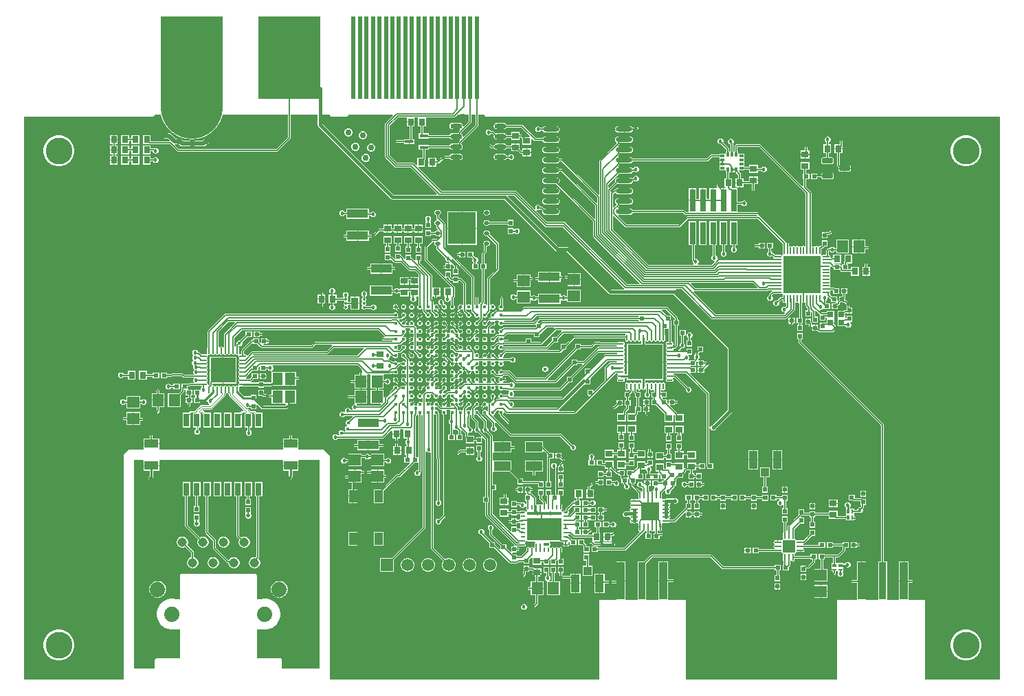
<source format=gtl>
G04*
G04 #@! TF.GenerationSoftware,Altium Limited,Altium Designer,21.5.1 (32)*
G04*
G04 Layer_Physical_Order=1*
G04 Layer_Color=255*
%FSLAX25Y25*%
%MOIN*%
G70*
G04*
G04 #@! TF.SameCoordinates,2FE26025-303F-4DC1-B2D2-7F731E1EADFF*
G04*
G04*
G04 #@! TF.FilePolarity,Positive*
G04*
G01*
G75*
%ADD12C,0.01000*%
%ADD57R,0.03900X0.06100*%
%ADD59R,0.04375X0.01775*%
%ADD75R,0.01378X0.02264*%
%ADD76R,0.02264X0.01378*%
G04:AMPARAMS|DCode=77|XSize=51.18mil|YSize=23.62mil|CornerRadius=2.01mil|HoleSize=0mil|Usage=FLASHONLY|Rotation=0.000|XOffset=0mil|YOffset=0mil|HoleType=Round|Shape=RoundedRectangle|*
%AMROUNDEDRECTD77*
21,1,0.05118,0.01961,0,0,0.0*
21,1,0.04717,0.02362,0,0,0.0*
1,1,0.00402,0.02358,-0.00980*
1,1,0.00402,-0.02358,-0.00980*
1,1,0.00402,-0.02358,0.00980*
1,1,0.00402,0.02358,0.00980*
%
%ADD77ROUNDEDRECTD77*%
%ADD79R,0.04134X0.08661*%
%ADD80R,0.03937X0.04134*%
%ADD81R,0.03937X0.17953*%
%ADD82R,0.03347X0.17953*%
%ADD92O,0.02559X0.01772*%
%ADD93R,0.13386X0.15748*%
%ADD94R,0.01968X0.02362*%
%ADD95R,0.03150X0.03543*%
%ADD96R,0.18110X0.18110*%
%ADD97O,0.03740X0.00787*%
%ADD98O,0.00787X0.03740*%
%ADD99R,0.02000X0.02000*%
%ADD100R,0.02362X0.01968*%
%ADD101R,0.03543X0.03150*%
%ADD102R,0.05118X0.06102*%
%ADD103R,0.12205X0.12205*%
%ADD104O,0.03347X0.00984*%
%ADD105O,0.00984X0.03347*%
%ADD106R,0.05512X0.05906*%
%ADD107R,0.05906X0.05512*%
%ADD108R,0.01693X0.02224*%
%ADD109R,0.00906X0.02224*%
%ADD110R,0.02224X0.00906*%
%ADD111R,0.02224X0.01693*%
%ADD112R,0.05906X0.05906*%
%ADD113O,0.03543X0.00984*%
%ADD114O,0.00984X0.03543*%
%ADD115R,0.03386X0.05630*%
%ADD116O,0.01575X0.01181*%
%ADD117R,0.02992X0.06496*%
%ADD118O,0.05709X0.02362*%
G04:AMPARAMS|DCode=119|XSize=29.53mil|YSize=12.21mil|CornerRadius=1.95mil|HoleSize=0mil|Usage=FLASHONLY|Rotation=0.000|XOffset=0mil|YOffset=0mil|HoleType=Round|Shape=RoundedRectangle|*
%AMROUNDEDRECTD119*
21,1,0.02953,0.00830,0,0,0.0*
21,1,0.02562,0.01221,0,0,0.0*
1,1,0.00391,0.01281,-0.00415*
1,1,0.00391,-0.01281,-0.00415*
1,1,0.00391,-0.01281,0.00415*
1,1,0.00391,0.01281,0.00415*
%
%ADD119ROUNDEDRECTD119*%
G04:AMPARAMS|DCode=120|XSize=165.35mil|YSize=15.75mil|CornerRadius=1.97mil|HoleSize=0mil|Usage=FLASHONLY|Rotation=0.000|XOffset=0mil|YOffset=0mil|HoleType=Round|Shape=RoundedRectangle|*
%AMROUNDEDRECTD120*
21,1,0.16535,0.01181,0,0,0.0*
21,1,0.16142,0.01575,0,0,0.0*
1,1,0.00394,0.08071,-0.00591*
1,1,0.00394,-0.08071,-0.00591*
1,1,0.00394,-0.08071,0.00591*
1,1,0.00394,0.08071,0.00591*
%
%ADD120ROUNDEDRECTD120*%
G04:AMPARAMS|DCode=121|XSize=9.84mil|YSize=19.68mil|CornerRadius=1.97mil|HoleSize=0mil|Usage=FLASHONLY|Rotation=90.000|XOffset=0mil|YOffset=0mil|HoleType=Round|Shape=RoundedRectangle|*
%AMROUNDEDRECTD121*
21,1,0.00984,0.01575,0,0,90.0*
21,1,0.00591,0.01968,0,0,90.0*
1,1,0.00394,0.00787,0.00295*
1,1,0.00394,0.00787,-0.00295*
1,1,0.00394,-0.00787,-0.00295*
1,1,0.00394,-0.00787,0.00295*
%
%ADD121ROUNDEDRECTD121*%
G04:AMPARAMS|DCode=122|XSize=9.84mil|YSize=19.68mil|CornerRadius=1.97mil|HoleSize=0mil|Usage=FLASHONLY|Rotation=0.000|XOffset=0mil|YOffset=0mil|HoleType=Round|Shape=RoundedRectangle|*
%AMROUNDEDRECTD122*
21,1,0.00984,0.01575,0,0,0.0*
21,1,0.00591,0.01968,0,0,0.0*
1,1,0.00394,0.00295,-0.00787*
1,1,0.00394,-0.00295,-0.00787*
1,1,0.00394,-0.00295,0.00787*
1,1,0.00394,0.00295,0.00787*
%
%ADD122ROUNDEDRECTD122*%
G04:AMPARAMS|DCode=123|XSize=9.84mil|YSize=43.31mil|CornerRadius=1.97mil|HoleSize=0mil|Usage=FLASHONLY|Rotation=0.000|XOffset=0mil|YOffset=0mil|HoleType=Round|Shape=RoundedRectangle|*
%AMROUNDEDRECTD123*
21,1,0.00984,0.03937,0,0,0.0*
21,1,0.00591,0.04331,0,0,0.0*
1,1,0.00394,0.00295,-0.01968*
1,1,0.00394,-0.00295,-0.01968*
1,1,0.00394,-0.00295,0.01968*
1,1,0.00394,0.00295,0.01968*
%
%ADD123ROUNDEDRECTD123*%
G04:AMPARAMS|DCode=124|XSize=165.35mil|YSize=109.84mil|CornerRadius=2.2mil|HoleSize=0mil|Usage=FLASHONLY|Rotation=0.000|XOffset=0mil|YOffset=0mil|HoleType=Round|Shape=RoundedRectangle|*
%AMROUNDEDRECTD124*
21,1,0.16535,0.10545,0,0,0.0*
21,1,0.16096,0.10984,0,0,0.0*
1,1,0.00439,0.08048,-0.05272*
1,1,0.00439,-0.08048,-0.05272*
1,1,0.00439,-0.08048,0.05272*
1,1,0.00439,0.08048,0.05272*
%
%ADD124ROUNDEDRECTD124*%
%ADD125C,0.01772*%
%ADD126R,0.02913X0.10984*%
%ADD127R,0.02953X0.02756*%
%ADD128R,0.07900X0.04700*%
%ADD129R,0.16929X0.16929*%
%ADD130O,0.03150X0.00984*%
%ADD131O,0.00984X0.03150*%
%ADD132O,0.07874X0.02362*%
%ADD133R,0.09055X0.09055*%
%ADD134R,0.06693X0.04331*%
%ADD135R,0.30300X0.40000*%
%ADD136R,0.01968X0.40000*%
%ADD137R,0.02000X0.02000*%
%ADD138R,0.10236X0.04331*%
%ADD139C,0.00500*%
%ADD140C,0.00578*%
%ADD141C,0.00679*%
%ADD142C,0.00451*%
%ADD143C,0.01500*%
%ADD144C,0.02000*%
%ADD145C,0.30000*%
%ADD146C,0.05906*%
%ADD147R,0.05906X0.05906*%
%ADD148C,0.07400*%
%ADD149C,0.04500*%
%ADD150C,0.13000*%
%ADD151C,0.01800*%
%ADD152C,0.01968*%
%ADD153C,0.03000*%
%ADD154C,0.02000*%
G36*
X218929Y313538D02*
X215353Y309963D01*
X215161Y309500D01*
Y293604D01*
X215353Y293141D01*
X219957Y288538D01*
X220419Y288346D01*
X227545D01*
X240303Y275588D01*
X240111Y275126D01*
X219282D01*
X184741Y309666D01*
Y314000D01*
X188197D01*
X188258Y313693D01*
X188432Y313432D01*
X188693Y313258D01*
X189000Y313197D01*
X196500D01*
X196807Y313258D01*
X197068Y313432D01*
X197242Y313693D01*
X197303Y314000D01*
X218737D01*
X218929Y313538D01*
D02*
G37*
G36*
X231142Y312626D02*
Y308374D01*
X232417D01*
Y304998D01*
X231317D01*
Y302514D01*
X236401D01*
Y302846D01*
X246504D01*
X246807Y302393D01*
X247315Y302054D01*
X247914Y301935D01*
X251218D01*
X251301Y301837D01*
X251454Y301463D01*
X250884Y300894D01*
X250693Y300431D01*
Y300065D01*
X247914D01*
X247315Y299946D01*
X246807Y299607D01*
X246504Y299154D01*
X236401D01*
Y299486D01*
X231317D01*
Y297002D01*
X233205D01*
Y293126D01*
X230630D01*
Y289676D01*
X230169Y289485D01*
X229191Y290462D01*
X228728Y290654D01*
X221104D01*
X217470Y294289D01*
Y308815D01*
X221501Y312846D01*
X225228D01*
X225635Y312622D01*
X225635Y312346D01*
Y310675D01*
X227560D01*
X229484D01*
Y312346D01*
X229484Y312622D01*
X229892Y312846D01*
X230733D01*
X231142Y312626D01*
D02*
G37*
G36*
X255811Y310821D02*
X253297Y308307D01*
X252958Y308446D01*
X252819Y308535D01*
X252707Y309099D01*
X252367Y309607D01*
X251859Y309946D01*
X251260Y310066D01*
X247914D01*
X247315Y309946D01*
X246807Y309607D01*
X246468Y309099D01*
X246349Y308500D01*
X246468Y307901D01*
X246807Y307393D01*
X247315Y307054D01*
X247914Y306934D01*
X251218D01*
X251301Y306837D01*
X251454Y306463D01*
X250884Y305894D01*
X250693Y305431D01*
Y305065D01*
X247914D01*
X247315Y304946D01*
X246807Y304607D01*
X246504Y304154D01*
X236401D01*
Y304998D01*
X233726D01*
Y308374D01*
X235001D01*
Y312626D01*
X235409Y312846D01*
X248815D01*
X249278Y313037D01*
X250241Y314000D01*
X255811D01*
Y310821D01*
D02*
G37*
G36*
X258961Y308971D02*
X253297Y303307D01*
X252958Y303446D01*
X252819Y303535D01*
X252707Y304099D01*
X252367Y304607D01*
X252178Y304733D01*
X252137Y305296D01*
X256928Y310087D01*
X257120Y310550D01*
Y314000D01*
X258961D01*
Y308971D01*
D02*
G37*
G36*
X419024Y275867D02*
Y250431D01*
X418929Y250356D01*
X418524Y250209D01*
X418395Y250295D01*
X418103Y250353D01*
X417811Y250295D01*
X417564Y250130D01*
X417067D01*
X416820Y250295D01*
X416528Y250353D01*
X416236Y250295D01*
X415989Y250130D01*
X415493D01*
X415245Y250295D01*
X414953Y250353D01*
X414661Y250295D01*
X414414Y250130D01*
X413918D01*
X413670Y250295D01*
X413378Y250353D01*
X413087Y250295D01*
X412839Y250130D01*
X412343D01*
X412096Y250295D01*
X411804Y250353D01*
X411512Y250295D01*
X411383Y250209D01*
X410977Y250356D01*
X410883Y250431D01*
Y251763D01*
X410691Y252226D01*
X396485Y266432D01*
X396023Y266624D01*
X386609D01*
X386126Y266665D01*
Y270346D01*
X388071D01*
X388129Y270207D01*
X388523Y269813D01*
X389037Y269600D01*
X389594D01*
X390109Y269813D01*
X390502Y270207D01*
X390716Y270722D01*
Y271279D01*
X390502Y271793D01*
X390109Y272187D01*
X389594Y272400D01*
X389037D01*
X388523Y272187D01*
X388129Y271793D01*
X388071Y271654D01*
X386126D01*
Y278358D01*
X383608D01*
X383566Y278406D01*
X383489Y278874D01*
X383489D01*
Y283126D01*
X382001D01*
Y285921D01*
X382390D01*
Y285926D01*
X383140D01*
Y287407D01*
X383490D01*
Y285926D01*
X385109D01*
Y287407D01*
X385459D01*
Y285864D01*
X386417Y284906D01*
Y283122D01*
X385147D01*
Y281175D01*
X387071D01*
Y281000D01*
X387246D01*
Y278878D01*
X388996D01*
Y280346D01*
X391694D01*
Y280319D01*
X393161D01*
Y276500D01*
X393353Y276038D01*
X393815Y275846D01*
X394278Y276038D01*
X394470Y276500D01*
Y280319D01*
X395937D01*
Y282069D01*
X393815D01*
X391694D01*
Y281654D01*
X388996D01*
Y283122D01*
X387726D01*
Y285177D01*
X387534Y285640D01*
X386670Y286504D01*
X386877Y287004D01*
X389378D01*
Y287393D01*
X391689D01*
Y285827D01*
X395941D01*
Y286846D01*
X397571D01*
X397629Y286707D01*
X398023Y286313D01*
X398537Y286100D01*
X399094D01*
X399609Y286313D01*
X400002Y286707D01*
X400215Y287222D01*
Y287778D01*
X400002Y288293D01*
X399609Y288687D01*
X399094Y288900D01*
X398537D01*
X398023Y288687D01*
X397629Y288293D01*
X397571Y288154D01*
X395941D01*
Y289685D01*
X391689D01*
Y288701D01*
X389378D01*
Y290941D01*
Y294996D01*
X386406Y294996D01*
X386327Y295463D01*
Y296079D01*
X385938D01*
Y298346D01*
X396545D01*
X419024Y275867D01*
D02*
G37*
G36*
X377253Y292910D02*
X377257D01*
Y292159D01*
X378739D01*
Y291809D01*
X377257D01*
Y290191D01*
X378739D01*
Y289841D01*
X377257D01*
Y289090D01*
X377253D01*
Y287004D01*
X380225D01*
X380304Y286537D01*
Y285921D01*
X380693D01*
Y283126D01*
X379630D01*
Y278874D01*
X380419D01*
X380430Y278854D01*
X380131Y278354D01*
X379490D01*
Y272512D01*
X379140D01*
Y278354D01*
X378434D01*
X377167Y279621D01*
Y280803D01*
X376975Y281265D01*
X376778Y281463D01*
X376315Y281654D01*
X375853Y281463D01*
X375661Y281000D01*
X375853Y280538D01*
X375859Y280532D01*
Y279350D01*
X376050Y278888D01*
X376084Y278854D01*
X375877Y278354D01*
X374490D01*
Y272512D01*
X374141D01*
Y278354D01*
X372509D01*
Y273166D01*
X371354D01*
X371155Y273666D01*
X371176Y273719D01*
X371122Y273849D01*
Y278354D01*
X369491D01*
Y272512D01*
X369141D01*
Y278354D01*
X367509D01*
Y273166D01*
X366122D01*
Y278354D01*
X364491D01*
Y272512D01*
X364316D01*
Y272337D01*
X362509D01*
Y266670D01*
X362028Y266624D01*
X361214D01*
X360375Y267462D01*
X359912Y267654D01*
X335198D01*
X334895Y268107D01*
X334387Y268446D01*
X333788Y268566D01*
X328319D01*
X328236Y268663D01*
X328083Y269037D01*
X328652Y269606D01*
X328844Y270069D01*
Y270434D01*
X333788D01*
X334387Y270554D01*
X334895Y270893D01*
X335234Y271401D01*
X335353Y272000D01*
X335234Y272599D01*
X334895Y273107D01*
X334387Y273446D01*
X333788Y273566D01*
X328276D01*
X327677Y273446D01*
X327169Y273107D01*
X326830Y272599D01*
X326711Y272000D01*
X326830Y271401D01*
X327169Y270893D01*
X327359Y270766D01*
X327400Y270204D01*
X326161Y268965D01*
X325699Y269157D01*
Y275429D01*
X326432Y276162D01*
X327021Y276115D01*
X327169Y275893D01*
X327677Y275554D01*
X328276Y275434D01*
X333788D01*
X334387Y275554D01*
X334895Y275893D01*
X335234Y276401D01*
X335353Y277000D01*
X335234Y277599D01*
X334895Y278107D01*
X334387Y278446D01*
X333788Y278566D01*
X328276D01*
X327677Y278446D01*
X327169Y278107D01*
X326867Y277654D01*
X326345D01*
X325883Y277463D01*
X324970Y276550D01*
X324470Y276757D01*
Y277268D01*
X327742Y280541D01*
X328276Y280434D01*
X333788D01*
X334387Y280554D01*
X334895Y280893D01*
X335234Y281401D01*
X335274Y281601D01*
X335719D01*
X336127Y281770D01*
X336537Y281600D01*
X337094D01*
X337609Y281813D01*
X338002Y282207D01*
X338215Y282721D01*
Y283278D01*
X338002Y283793D01*
X337609Y284187D01*
X337094Y284400D01*
X336537D01*
X336022Y284187D01*
X335629Y283793D01*
X335416Y283278D01*
Y283228D01*
X334915Y283076D01*
X334895Y283107D01*
X334387Y283446D01*
X333788Y283565D01*
X328276D01*
X327677Y283446D01*
X327169Y283107D01*
X326830Y282599D01*
X326711Y282000D01*
X326817Y281466D01*
X323932Y278580D01*
X323470Y278772D01*
Y280229D01*
X328393Y285152D01*
X328510Y285435D01*
X333788D01*
X334387Y285554D01*
X334895Y285893D01*
X335234Y286401D01*
X335262Y286540D01*
X335746Y286590D01*
X336022Y286313D01*
X336537Y286100D01*
X337094D01*
X337609Y286313D01*
X338002Y286707D01*
X338215Y287222D01*
Y287778D01*
X338002Y288293D01*
X337609Y288687D01*
X337094Y288900D01*
X336537D01*
X336022Y288687D01*
X335629Y288293D01*
X335490Y287959D01*
X335006Y287941D01*
X334895Y288107D01*
X334387Y288446D01*
X333788Y288565D01*
X328319D01*
X328236Y288663D01*
X328083Y289037D01*
X328652Y289606D01*
X328844Y290069D01*
Y290435D01*
X333788D01*
X334387Y290554D01*
X334895Y290893D01*
X335198Y291346D01*
X371316D01*
X371778Y291537D01*
X373539Y293299D01*
X377253D01*
Y292910D01*
D02*
G37*
G36*
X360480Y265507D02*
X360943Y265316D01*
X395439D01*
X395550Y265154D01*
X395288Y264654D01*
X361816D01*
X361353Y264462D01*
X357545Y260654D01*
X332392D01*
X328083Y264963D01*
X328236Y265337D01*
X328319Y265435D01*
X333788D01*
X334387Y265554D01*
X334895Y265893D01*
X335198Y266346D01*
X359642D01*
X360480Y265507D01*
D02*
G37*
G36*
X263258Y313693D02*
X263432Y313432D01*
X263693Y313258D01*
X264000Y313197D01*
X513197D01*
Y39803D01*
X477000D01*
Y78500D01*
X469134D01*
Y86846D01*
X471815D01*
X472278Y87037D01*
X472470Y87500D01*
X472278Y87963D01*
X471815Y88154D01*
X469134D01*
Y97004D01*
X466990D01*
Y87677D01*
X466815D01*
Y87502D01*
X464497D01*
Y78500D01*
X458528D01*
Y97008D01*
X456970D01*
Y163500D01*
X456778Y163962D01*
X416970Y203771D01*
Y204996D01*
X417654D01*
Y208067D01*
X414977D01*
Y204996D01*
X415661D01*
Y203500D01*
X415853Y203038D01*
X455661Y163229D01*
Y97008D01*
X454472D01*
Y78500D01*
X448503D01*
Y87502D01*
X446185D01*
Y87677D01*
X446010D01*
Y97004D01*
X443866D01*
Y88154D01*
X440815D01*
X440353Y87963D01*
X440161Y87500D01*
X440353Y87037D01*
X440815Y86846D01*
X443866D01*
Y78500D01*
X434500D01*
Y39803D01*
X361000D01*
Y78500D01*
X352449D01*
Y87021D01*
X355638D01*
X355889Y87071D01*
X356102Y87213D01*
X356244Y87426D01*
X356294Y87677D01*
X356244Y87928D01*
X356102Y88141D01*
X355889Y88283D01*
X355638Y88333D01*
X352449D01*
Y97004D01*
X350306D01*
Y87677D01*
X350131D01*
Y87502D01*
X347812D01*
Y78500D01*
X341843D01*
Y96008D01*
X344831Y98996D01*
X373079D01*
X378538Y93537D01*
X379000Y93346D01*
X403996D01*
Y92661D01*
X404877D01*
Y90504D01*
X404161D01*
Y87433D01*
X406839D01*
Y90504D01*
X406186D01*
Y92661D01*
X407067D01*
Y95339D01*
X403996D01*
Y94654D01*
X379271D01*
X373813Y100112D01*
X373350Y100304D01*
X344752D01*
X344485Y100357D01*
X344215Y100303D01*
X343985Y100150D01*
X340843Y97008D01*
X337788D01*
Y78500D01*
X331819D01*
Y87502D01*
X329501D01*
Y87677D01*
X329326D01*
Y97004D01*
X327182D01*
Y87656D01*
X321540D01*
Y91181D01*
X319298D01*
Y86500D01*
Y81819D01*
X321540D01*
Y86344D01*
X327182D01*
Y78500D01*
X319000D01*
Y39803D01*
X188500D01*
Y148500D01*
X185500Y151500D01*
X173388D01*
X173012Y151800D01*
X173012Y152000D01*
Y154140D01*
X165619D01*
Y152000D01*
X165619Y151800D01*
X165243Y151500D01*
X105888D01*
X105512Y151800D01*
X105512Y152000D01*
Y154140D01*
X101815D01*
X98119D01*
Y152000D01*
X98119Y151800D01*
X97743Y151500D01*
X91000D01*
X88500Y149000D01*
Y39803D01*
X40173D01*
Y313197D01*
X102500D01*
X102807Y313258D01*
X103068Y313432D01*
X103242Y313693D01*
X103303Y314000D01*
X106365D01*
X106667Y312741D01*
X107592Y310508D01*
X108855Y308447D01*
X110425Y306609D01*
X112263Y305040D01*
X114323Y303777D01*
X116556Y302852D01*
X118906Y302288D01*
X121316Y302098D01*
X123725Y302288D01*
X126075Y302852D01*
X128308Y303777D01*
X130368Y305040D01*
X132206Y306609D01*
X133776Y308447D01*
X135039Y310508D01*
X135963Y312741D01*
X136266Y314000D01*
X168061D01*
Y303171D01*
X162295Y297404D01*
X115063D01*
X113156Y299310D01*
X113363Y299811D01*
X114658D01*
X114787Y299724D01*
X114939Y299694D01*
X115610Y299024D01*
X115610Y299024D01*
X116058Y298724D01*
X116586Y298619D01*
X127045D01*
X127045Y298619D01*
X127573Y298724D01*
X128021Y299024D01*
X128692Y299694D01*
X128844Y299724D01*
X129292Y300024D01*
X129591Y300472D01*
X129696Y301000D01*
X129591Y301528D01*
X129292Y301976D01*
X128844Y302276D01*
X128315Y302381D01*
X128045D01*
X127516Y302276D01*
X127068Y301976D01*
X127068Y301976D01*
X126473Y301381D01*
X117158D01*
X116563Y301976D01*
X116115Y302276D01*
X115865Y302326D01*
X115653Y302467D01*
X115124Y302572D01*
X115124Y302572D01*
X113696D01*
X111483Y304785D01*
X111035Y305084D01*
X110507Y305189D01*
X110507Y305189D01*
X109473D01*
X109344Y305276D01*
X108816Y305381D01*
X108287Y305276D01*
X107839Y304976D01*
X107540Y304528D01*
X107435Y304000D01*
X107540Y303472D01*
X107839Y303024D01*
X108030Y302832D01*
X108030Y302832D01*
X108478Y302533D01*
X109007Y302428D01*
X109007Y302428D01*
X109935D01*
X110730Y301632D01*
X110523Y301132D01*
X101501D01*
Y304126D01*
X97642D01*
Y299874D01*
X100776D01*
X100896Y299824D01*
X110792D01*
X114329Y296287D01*
X114792Y296096D01*
X162566D01*
X163028Y296287D01*
X169178Y302437D01*
X169370Y302900D01*
Y314000D01*
X182490D01*
Y309200D01*
X182575Y308769D01*
X182819Y308404D01*
X218019Y273204D01*
X218385Y272960D01*
X218815Y272874D01*
X272849D01*
X297769Y247954D01*
X298135Y247710D01*
X298566Y247624D01*
X303099D01*
X323519Y227204D01*
X323885Y226960D01*
X324316Y226874D01*
X354849D01*
X381190Y200534D01*
Y170466D01*
X374123Y163400D01*
X374037D01*
X373522Y163187D01*
X373129Y162793D01*
X372916Y162278D01*
X372438Y162333D01*
Y178532D01*
X372247Y178994D01*
X363079Y188161D01*
X363286Y188661D01*
X365914D01*
Y191339D01*
X363768D01*
X363597Y191510D01*
X363231Y191661D01*
X363330Y192161D01*
X365882D01*
Y193913D01*
X366253Y194284D01*
X366753Y194077D01*
Y193675D01*
X368109D01*
Y194834D01*
X367259D01*
X367136Y195225D01*
X367130Y195334D01*
X367502Y195707D01*
X367716Y196221D01*
Y196779D01*
X367502Y197293D01*
X367109Y197687D01*
X367131Y198206D01*
X367571Y198646D01*
X369354D01*
Y201354D01*
X366646D01*
Y199571D01*
X365853Y198778D01*
X365661Y198316D01*
Y197744D01*
X365523Y197687D01*
X365129Y197293D01*
X364915Y196779D01*
Y196221D01*
X365129Y195707D01*
X365413Y195423D01*
Y195294D01*
X364957Y194839D01*
X362841D01*
X362502Y195207D01*
X362716Y195721D01*
Y196279D01*
X362502Y196793D01*
X362299Y196996D01*
X362507Y197496D01*
X364154D01*
Y200567D01*
X361477D01*
Y199575D01*
X358469D01*
X358278Y200037D01*
X358898Y200658D01*
X359037Y200600D01*
X359594D01*
X360109Y200813D01*
X360502Y201207D01*
X360716Y201722D01*
Y202278D01*
X360502Y202793D01*
X360109Y203187D01*
X359970Y203244D01*
Y206646D01*
X360854D01*
Y209354D01*
X358146D01*
Y206646D01*
X358661D01*
Y203244D01*
X358523Y203187D01*
X358129Y202793D01*
X357915Y202278D01*
Y201722D01*
X357973Y201583D01*
X355966Y199575D01*
X355092D01*
X354883Y200075D01*
X355080Y200275D01*
X355451D01*
X355914Y200466D01*
X356778Y201330D01*
X356970Y201793D01*
Y211767D01*
X357670D01*
Y214476D01*
X356970D01*
Y215500D01*
X356778Y215963D01*
X352228Y220513D01*
X351765Y220704D01*
X282365D01*
X281903Y220513D01*
X280634Y219244D01*
X272334D01*
X272328Y219252D01*
X272181Y219743D01*
X272422Y219985D01*
X272610Y220439D01*
Y220510D01*
X270139D01*
Y220439D01*
X270327Y219985D01*
X270568Y219743D01*
X270421Y219252D01*
X270415Y219244D01*
X269405D01*
X268942Y219052D01*
X267822Y217931D01*
X267684Y217988D01*
X267191D01*
X266735Y217799D01*
X266386Y217450D01*
X266197Y216995D01*
Y216501D01*
X266386Y216045D01*
X266625Y215807D01*
X266470Y215306D01*
X265468D01*
X265005Y215115D01*
X263885Y213994D01*
X263747Y214051D01*
X263254D01*
X262798Y213862D01*
X262449Y213513D01*
X262260Y213058D01*
Y212564D01*
X262449Y212108D01*
X262798Y211760D01*
X263254Y211571D01*
X263747D01*
X264203Y211760D01*
X264552Y212108D01*
X264741Y212564D01*
Y213000D01*
X265709Y213968D01*
X266150Y213924D01*
X266381Y213489D01*
X266202Y213057D01*
Y212986D01*
X268673D01*
Y213057D01*
X268485Y213511D01*
X268705Y213998D01*
X270101D01*
X270323Y213513D01*
X270134Y213058D01*
Y212564D01*
X270323Y212108D01*
X270672Y211760D01*
X271128Y211571D01*
X271621D01*
X272077Y211760D01*
X272380Y212062D01*
X287532D01*
X287995Y212254D01*
X287999Y212259D01*
X288461Y212067D01*
Y211071D01*
X288045Y210654D01*
X272626D01*
X272164Y210462D01*
X271759Y210057D01*
X271621Y210114D01*
X271128D01*
X270672Y209925D01*
X270323Y209577D01*
X270134Y209121D01*
Y208627D01*
X270323Y208172D01*
X270497Y207998D01*
X270290Y207498D01*
X269470D01*
X269008Y207306D01*
X267822Y206120D01*
X267684Y206177D01*
X267191D01*
X266735Y205988D01*
X266386Y205640D01*
X266197Y205184D01*
Y204690D01*
X266386Y204235D01*
X266735Y203886D01*
X267191Y203697D01*
X267684D01*
X268140Y203886D01*
X268489Y204235D01*
X268678Y204690D01*
Y205126D01*
X269710Y206159D01*
X270184Y206109D01*
X270360Y205670D01*
X270327Y205637D01*
X270139Y205183D01*
Y205112D01*
X271375D01*
Y204762D01*
X270139D01*
Y204691D01*
X270327Y204237D01*
X270410Y204154D01*
X270203Y203654D01*
X269564D01*
X269101Y203463D01*
X267822Y202183D01*
X267684Y202240D01*
X267191D01*
X266735Y202051D01*
X266386Y201702D01*
X266197Y201247D01*
Y200753D01*
X266386Y200297D01*
X266735Y199949D01*
X267191Y199760D01*
X267684D01*
X268140Y199949D01*
X268489Y200297D01*
X268678Y200753D01*
Y201189D01*
X269798Y202309D01*
X270304Y202273D01*
X270392Y202131D01*
X270412Y201791D01*
X270323Y201702D01*
X270134Y201247D01*
Y200753D01*
X270323Y200297D01*
X270672Y199949D01*
X271128Y199760D01*
X271621D01*
X272077Y199949D01*
X272380Y200251D01*
X293721D01*
X294184Y200443D01*
X297089Y203348D01*
X298873D01*
Y205132D01*
X301587Y207846D01*
X331520D01*
X331533Y207832D01*
X331741Y207346D01*
X331660Y207224D01*
X331594Y206894D01*
Y206654D01*
X306816D01*
X306353Y206463D01*
X302745Y202854D01*
X300461D01*
Y200571D01*
X299545Y199654D01*
X273312D01*
X272849Y199462D01*
X271670Y198283D01*
X271621Y198303D01*
X271128D01*
X270672Y198114D01*
X270323Y197766D01*
X270134Y197310D01*
Y196816D01*
X270323Y196361D01*
X270505Y196178D01*
X270332Y195736D01*
X269866Y195686D01*
X268678Y196874D01*
Y197310D01*
X268489Y197766D01*
X268140Y198114D01*
X267684Y198303D01*
X267191D01*
X266735Y198114D01*
X266386Y197766D01*
X266197Y197310D01*
Y196816D01*
X266386Y196361D01*
X266593Y196154D01*
X266391Y195654D01*
X264536D01*
X264339Y196154D01*
X264548Y196363D01*
X264736Y196817D01*
Y196888D01*
X262265D01*
Y196817D01*
X262453Y196363D01*
X262662Y196154D01*
X262465Y195654D01*
X260610D01*
X260408Y196154D01*
X260615Y196361D01*
X260804Y196816D01*
Y197310D01*
X260615Y197766D01*
X260266Y198114D01*
X259810Y198303D01*
X259317D01*
X258861Y198114D01*
X258813Y198067D01*
X258313Y198274D01*
Y198927D01*
X258344Y199000D01*
X258152Y199462D01*
X256865Y200749D01*
X256867Y200753D01*
Y201247D01*
X256678Y201702D01*
X256329Y202051D01*
X255873Y202240D01*
X255380D01*
X254924Y202051D01*
X254575Y201702D01*
X254386Y201247D01*
Y200753D01*
X254575Y200297D01*
X254749Y200124D01*
X254542Y199624D01*
X252768D01*
X252561Y200124D01*
X252737Y200300D01*
X252925Y200754D01*
Y200825D01*
X250454D01*
Y200754D01*
X250642Y200300D01*
X250818Y200124D01*
X250611Y199624D01*
X249991D01*
X248954Y200660D01*
X248993Y200753D01*
Y201247D01*
X248804Y201702D01*
X248455Y202051D01*
X247999Y202240D01*
X247506D01*
X247050Y202051D01*
X246701Y201702D01*
X246512Y201247D01*
Y200753D01*
X246701Y200297D01*
X247050Y199949D01*
X247506Y199760D01*
X247999D01*
X248003Y199761D01*
X249257Y198507D01*
X249720Y198316D01*
X250481D01*
X250688Y197816D01*
X250638Y197766D01*
X250449Y197310D01*
Y196926D01*
X250159Y196650D01*
X250016Y196568D01*
X249516D01*
X249413Y196526D01*
X249208Y196667D01*
X248993Y196892D01*
Y197310D01*
X248804Y197766D01*
X248455Y198114D01*
X247999Y198303D01*
X247506D01*
X247050Y198114D01*
X246701Y197766D01*
X246512Y197310D01*
Y196816D01*
X246701Y196361D01*
X247050Y196012D01*
X247506Y195823D01*
X247999D01*
X248011Y195828D01*
X248395Y195447D01*
Y194890D01*
X248470Y194708D01*
X248087Y194325D01*
X247998Y194362D01*
X247927D01*
Y193301D01*
X248988D01*
Y193372D01*
X248952Y193461D01*
X249334Y193843D01*
X249516Y193768D01*
X250073D01*
X250077Y193770D01*
X250460Y193387D01*
X250454Y193372D01*
Y193301D01*
X251690D01*
Y192951D01*
X250454D01*
Y192880D01*
X250642Y192426D01*
X250990Y192078D01*
X251389Y191913D01*
X251470Y191716D01*
X252227Y190959D01*
Y190850D01*
X252004Y190528D01*
X251765Y190429D01*
X251443D01*
X250987Y190240D01*
X250638Y189892D01*
X250449Y189436D01*
Y188942D01*
X250512Y188792D01*
X250169Y188450D01*
X249934Y188547D01*
X249377D01*
X249369Y188543D01*
X248986Y188926D01*
X248993Y188942D01*
Y189436D01*
X248804Y189892D01*
X248455Y190240D01*
X247999Y190429D01*
X247506D01*
X247050Y190240D01*
X246701Y189892D01*
X246512Y189436D01*
Y188942D01*
X246701Y188487D01*
X247050Y188138D01*
X247506Y187949D01*
X247932D01*
X248144Y187749D01*
X248300Y187532D01*
X248256Y187425D01*
Y186919D01*
X248173Y186781D01*
X247899Y186492D01*
X247506D01*
X247050Y186303D01*
X246701Y185954D01*
X246512Y185499D01*
Y185005D01*
X246701Y184549D01*
X247050Y184201D01*
X247506Y184012D01*
X247999D01*
X248455Y184201D01*
X248804Y184549D01*
X248993Y185005D01*
Y185395D01*
X249298Y185674D01*
X249424Y185747D01*
X249934D01*
X250032Y185787D01*
X250237Y185647D01*
X250448Y185427D01*
X251515D01*
Y186488D01*
X251444D01*
X251439Y186486D01*
X251056Y186868D01*
Y187410D01*
X251595Y187949D01*
X251936D01*
X252392Y188138D01*
X252741Y188487D01*
X252930Y188942D01*
Y189384D01*
X252956Y189557D01*
X253277Y189903D01*
X253988D01*
X254410Y189481D01*
X254391Y189435D01*
Y189364D01*
X257006D01*
X257172Y189545D01*
X257324Y189600D01*
X257779D01*
X257865Y189636D01*
X258004Y189575D01*
X258323Y189285D01*
Y188942D01*
X258512Y188487D01*
X258861Y188138D01*
X259317Y187949D01*
X259810D01*
X260266Y188138D01*
X260615Y188487D01*
X260804Y188942D01*
Y189436D01*
X260615Y189892D01*
X260266Y190240D01*
X259810Y190429D01*
X259317D01*
X259122Y190566D01*
X258900Y190798D01*
Y191279D01*
X258833Y191439D01*
X259291Y191897D01*
X259317Y191886D01*
X259810D01*
X260266Y192075D01*
X260615Y192423D01*
X260804Y192879D01*
Y193373D01*
X260615Y193828D01*
X260597Y193846D01*
X260805Y194346D01*
X262260D01*
X262467Y193846D01*
X262449Y193828D01*
X262260Y193373D01*
Y192879D01*
X262449Y192423D01*
X262798Y192075D01*
X263254Y191886D01*
X263747D01*
X264203Y192075D01*
X264552Y192423D01*
X264741Y192879D01*
Y193373D01*
X264552Y193828D01*
X264534Y193846D01*
X264742Y194346D01*
X266196D01*
X266404Y193846D01*
X266386Y193828D01*
X266197Y193373D01*
Y192879D01*
X266386Y192423D01*
X266735Y192075D01*
X267191Y191886D01*
X267684D01*
X268140Y192075D01*
X268489Y192423D01*
X268678Y192879D01*
Y193373D01*
X268489Y193828D01*
X268472Y193846D01*
X268679Y194346D01*
X270133D01*
X270341Y193846D01*
X270323Y193828D01*
X270134Y193373D01*
Y192879D01*
X270323Y192423D01*
X270672Y192075D01*
X271128Y191886D01*
X271621D01*
X272077Y192075D01*
X272426Y192423D01*
X272615Y192879D01*
Y193373D01*
X272426Y193828D01*
X272409Y193846D01*
X272616Y194346D01*
X275756D01*
X275813Y194207D01*
X276207Y193813D01*
X276722Y193600D01*
X277278D01*
X277793Y193813D01*
X278187Y194207D01*
X278400Y194721D01*
Y195279D01*
X278187Y195793D01*
X277793Y196187D01*
X277278Y196400D01*
X276722D01*
X276207Y196187D01*
X275813Y195793D01*
X275756Y195654D01*
X272421D01*
X272219Y196154D01*
X272426Y196361D01*
X272615Y196816D01*
Y197310D01*
X272595Y197358D01*
X273583Y198346D01*
X299816D01*
X300278Y198538D01*
X301886Y200146D01*
X303170D01*
Y201429D01*
X307086Y205346D01*
X331594D01*
Y204728D01*
X331660Y204398D01*
X331847Y204118D01*
X332127Y203931D01*
X332457Y203865D01*
X332787Y203931D01*
X333067Y204118D01*
X333164Y204262D01*
X333245Y204286D01*
X333637D01*
X333719Y204262D01*
X333816Y204118D01*
X334096Y203931D01*
X334426Y203865D01*
X334756Y203931D01*
X335036Y204118D01*
X335132Y204262D01*
X335214Y204286D01*
X335606D01*
X335688Y204262D01*
X335784Y204118D01*
X336064Y203931D01*
X336394Y203865D01*
X336724Y203931D01*
X337004Y204118D01*
X337101Y204262D01*
X337182Y204286D01*
X337575D01*
X337656Y204262D01*
X337753Y204118D01*
X338033Y203931D01*
X338363Y203865D01*
X338693Y203931D01*
X338960Y204110D01*
X339040Y204095D01*
X339460Y203947D01*
Y202815D01*
X332501D01*
Y194175D01*
X341316D01*
X350130D01*
Y202815D01*
X341202D01*
Y203947D01*
X341622Y204095D01*
X341702Y204110D01*
X341969Y203931D01*
X342300Y203865D01*
X342630Y203931D01*
X342910Y204118D01*
X343006Y204262D01*
X343088Y204286D01*
X343480D01*
X343562Y204262D01*
X343658Y204118D01*
X343938Y203931D01*
X344268Y203865D01*
X344599Y203931D01*
X344879Y204118D01*
X344975Y204262D01*
X345057Y204286D01*
X345448D01*
X345530Y204262D01*
X345626Y204118D01*
X345906Y203931D01*
X346237Y203865D01*
X346567Y203931D01*
X346847Y204118D01*
X346943Y204262D01*
X347025Y204286D01*
X347417D01*
X347499Y204262D01*
X347595Y204118D01*
X347875Y203931D01*
X348205Y203865D01*
X348536Y203931D01*
X348815Y204118D01*
X348912Y204262D01*
X348994Y204286D01*
X349385D01*
X349467Y204262D01*
X349564Y204118D01*
X349844Y203931D01*
X350174Y203865D01*
X350504Y203931D01*
X350784Y204118D01*
X350971Y204398D01*
X351037Y204728D01*
Y206894D01*
X350971Y207224D01*
X350828Y207438D01*
Y210146D01*
X352161D01*
X352170Y210146D01*
X352661Y210125D01*
Y203721D01*
X352044D01*
X351714Y203656D01*
X351434Y203468D01*
X351247Y203188D01*
X351181Y202858D01*
X351247Y202528D01*
X351434Y202248D01*
X351578Y202152D01*
X351602Y202070D01*
Y201678D01*
X351578Y201596D01*
X351434Y201500D01*
X351247Y201220D01*
X351181Y200890D01*
X351247Y200559D01*
X351434Y200279D01*
X351578Y200183D01*
X351602Y200101D01*
Y199709D01*
X351578Y199628D01*
X351434Y199531D01*
X351247Y199251D01*
X351181Y198921D01*
X351247Y198591D01*
X351434Y198311D01*
X351578Y198215D01*
X351602Y198133D01*
Y197741D01*
X351578Y197659D01*
X351434Y197563D01*
X351247Y197283D01*
X351181Y196953D01*
X351247Y196623D01*
X351434Y196343D01*
X351578Y196246D01*
X351602Y196165D01*
Y195773D01*
X351578Y195691D01*
X351434Y195595D01*
X351247Y195315D01*
X351181Y194984D01*
X351247Y194654D01*
X351434Y194374D01*
X351578Y194278D01*
X351602Y194196D01*
Y193804D01*
X351578Y193722D01*
X351434Y193626D01*
X351247Y193346D01*
X351181Y193016D01*
X351247Y192685D01*
X351434Y192405D01*
X351578Y192309D01*
X351602Y192227D01*
Y191835D01*
X351578Y191754D01*
X351434Y191657D01*
X351247Y191377D01*
X351181Y191047D01*
X351247Y190717D01*
X351434Y190437D01*
X351578Y190341D01*
X351602Y190259D01*
Y189867D01*
X351578Y189785D01*
X351434Y189689D01*
X351247Y189409D01*
X351181Y189079D01*
X351247Y188749D01*
X351434Y188469D01*
X351578Y188372D01*
X351602Y188291D01*
Y187899D01*
X351578Y187817D01*
X351434Y187721D01*
X351247Y187441D01*
X351181Y187110D01*
X351247Y186780D01*
X351434Y186500D01*
X351578Y186404D01*
X351602Y186322D01*
Y185930D01*
X351578Y185848D01*
X351434Y185752D01*
X351247Y185472D01*
X351181Y185142D01*
X351247Y184811D01*
X351434Y184531D01*
X351714Y184344D01*
X352044Y184279D01*
X354209D01*
X354539Y184344D01*
X354819Y184531D01*
X355007Y184811D01*
X355072Y185142D01*
X355007Y185472D01*
X354819Y185752D01*
X354917Y186271D01*
X354983Y186339D01*
X355548Y186343D01*
X360973Y180917D01*
X360915Y180779D01*
Y180221D01*
X361129Y179707D01*
X361523Y179313D01*
X362037Y179100D01*
X362594D01*
X363109Y179313D01*
X363502Y179707D01*
X363716Y180221D01*
Y180779D01*
X363502Y181293D01*
X363109Y181687D01*
X362594Y181900D01*
X362037D01*
X361898Y181843D01*
X356168Y187573D01*
X355705Y187764D01*
X355152D01*
X354940Y188264D01*
X355096Y188425D01*
X360966D01*
X371130Y178261D01*
Y143500D01*
X371280Y143137D01*
Y142161D01*
X374351D01*
Y144839D01*
X372438D01*
Y161667D01*
X372916Y161722D01*
X373129Y161207D01*
X373522Y160813D01*
X374037Y160600D01*
X374594D01*
X375109Y160813D01*
X375502Y161207D01*
X375715Y161722D01*
Y161808D01*
X383112Y169204D01*
X383356Y169569D01*
X383441Y170000D01*
Y201000D01*
X383356Y201431D01*
X383112Y201796D01*
X356112Y228796D01*
X356037Y228846D01*
X356189Y229346D01*
X359045D01*
X373353Y215037D01*
X373815Y214846D01*
X409315D01*
X409778Y215037D01*
X413841Y219100D01*
X414033Y219563D01*
Y222569D01*
X414127Y222644D01*
X414533Y222791D01*
X414661Y222705D01*
X414953Y222647D01*
X415245Y222705D01*
X415374Y222791D01*
X415780Y222644D01*
X415874Y222569D01*
Y215339D01*
X414749D01*
Y212661D01*
X415661D01*
Y212004D01*
X414977D01*
Y208933D01*
X417654D01*
Y212004D01*
X416970D01*
Y212661D01*
X417819D01*
Y215339D01*
X417182D01*
Y222575D01*
X417284Y222654D01*
X417682Y222796D01*
X417813Y222709D01*
X417928Y222686D01*
Y224886D01*
X418278D01*
Y222686D01*
X418393Y222709D01*
X418524Y222796D01*
X418922Y222654D01*
X419024Y222575D01*
Y221290D01*
X419215Y220827D01*
X419927Y220115D01*
Y219004D01*
X418977D01*
Y215933D01*
X421654D01*
Y218188D01*
X422110Y218385D01*
X422427Y218127D01*
Y215203D01*
X422477Y215083D01*
Y212933D01*
X425154D01*
Y216004D01*
X423735D01*
Y218429D01*
X423600Y218756D01*
X424028Y219029D01*
X425677Y217380D01*
X425977Y217004D01*
Y213933D01*
X428654D01*
Y215686D01*
X429155D01*
X429327Y215236D01*
X429332Y214738D01*
Y213058D01*
X428650D01*
Y213063D01*
X427491D01*
Y211531D01*
X427316D01*
Y211356D01*
X425981D01*
Y210450D01*
X425974Y210440D01*
X425557Y210201D01*
X425150Y210484D01*
Y212063D01*
X423990D01*
Y210531D01*
Y209000D01*
X424919D01*
X424923Y208999D01*
X425385Y208538D01*
X425847Y208346D01*
X431982D01*
X432445Y208538D01*
X433271Y209364D01*
X433316Y209346D01*
X433778Y209538D01*
X433970Y210000D01*
X433778Y210462D01*
X433721Y210520D01*
Y211221D01*
X433529Y211684D01*
X432984Y212229D01*
Y212857D01*
X431158D01*
Y213207D01*
X432984D01*
Y214738D01*
X432989Y215236D01*
X432989Y215258D01*
Y218701D01*
X429327D01*
Y218123D01*
X426785D01*
X426051Y218857D01*
X426258Y219357D01*
X426544D01*
X427059Y219570D01*
X427312Y219823D01*
X427812Y219661D01*
Y219661D01*
X430883D01*
Y222339D01*
X429237D01*
X429070Y222505D01*
Y223797D01*
X429109Y223813D01*
X429502Y224207D01*
X429715Y224722D01*
Y225278D01*
X429676Y225373D01*
X430100Y225656D01*
X431312Y224445D01*
Y223161D01*
X433600D01*
X433863Y222661D01*
X433835Y222620D01*
X433750D01*
X433287Y222428D01*
X433248Y222334D01*
X431753D01*
Y221175D01*
X433284D01*
X434815D01*
Y221407D01*
X435047Y221503D01*
X435608Y222065D01*
X435800Y222527D01*
Y222788D01*
X436178Y223166D01*
X436866D01*
X436966Y222924D01*
X437429Y222733D01*
X438158D01*
X439161Y221729D01*
Y220500D01*
X438981D01*
Y219154D01*
X437992D01*
X437530Y218963D01*
X437264Y218696D01*
X436648D01*
Y217144D01*
X438299D01*
Y217846D01*
X438981D01*
Y217437D01*
X440140D01*
Y218969D01*
X440315D01*
Y219144D01*
X441650D01*
Y220500D01*
X440470D01*
Y222000D01*
X440278Y222463D01*
X438891Y223850D01*
X438428Y224041D01*
X438315D01*
Y224325D01*
X436784D01*
X435253D01*
Y224091D01*
X434882Y223720D01*
X434382Y223927D01*
Y225839D01*
X431768D01*
X430859Y226748D01*
X430891Y227263D01*
X430945Y227299D01*
X431111Y227547D01*
X431169Y227839D01*
X431111Y228131D01*
X431025Y228259D01*
X431172Y228665D01*
X431246Y228759D01*
X432312D01*
Y227161D01*
X435383D01*
Y229839D01*
X433237D01*
X433199Y229876D01*
X432737Y230067D01*
X431246D01*
X431172Y230162D01*
X431025Y230568D01*
X431111Y230696D01*
X431169Y230988D01*
X431111Y231280D01*
X430945Y231527D01*
Y232024D01*
X431111Y232271D01*
X431169Y232563D01*
X431111Y232855D01*
X430945Y233102D01*
Y233598D01*
X431111Y233846D01*
X431169Y234138D01*
X431111Y234430D01*
X430945Y234677D01*
Y235173D01*
X431111Y235421D01*
X431169Y235713D01*
X431111Y236004D01*
X430945Y236252D01*
Y236748D01*
X431111Y236996D01*
X431169Y237287D01*
X431111Y237579D01*
X430945Y237827D01*
Y238323D01*
X431111Y238570D01*
X431169Y238862D01*
X431111Y239154D01*
X430945Y239402D01*
X430943Y239732D01*
X430990Y239973D01*
X431107Y240147D01*
X431649Y240310D01*
X431922Y240037D01*
X432384Y239846D01*
X432812D01*
Y238661D01*
X435717D01*
X435890Y238243D01*
X436330Y237803D01*
X436792Y237612D01*
X441056D01*
Y235874D01*
X444914D01*
Y240126D01*
X441056D01*
Y238920D01*
X439819D01*
Y241339D01*
X438907D01*
Y241874D01*
X441756D01*
Y246126D01*
X437898D01*
Y242799D01*
X437790Y242691D01*
X437598Y242228D01*
Y241339D01*
X436749D01*
Y240948D01*
X436336Y240678D01*
X435882Y240858D01*
Y241339D01*
X433080D01*
X432958Y241472D01*
X433126Y241874D01*
X436245D01*
Y246126D01*
X432386D01*
Y244654D01*
X431944D01*
X431663Y244538D01*
X431516Y244577D01*
X431111Y244869D01*
X431169Y245161D01*
X431111Y245453D01*
X430945Y245701D01*
X430698Y245866D01*
X430406Y245924D01*
X430298D01*
Y247706D01*
X430813Y247707D01*
X431207Y247313D01*
X431721Y247100D01*
X432278D01*
X432793Y247313D01*
X433187Y247707D01*
X433244Y247846D01*
X433886D01*
Y246693D01*
X440107D01*
Y253307D01*
X433886D01*
Y249154D01*
X433244D01*
X433187Y249293D01*
X432793Y249687D01*
X432278Y249900D01*
X431721D01*
X431207Y249687D01*
X430813Y249293D01*
X430756Y249154D01*
X430167D01*
X429705Y248962D01*
X429182Y248439D01*
X428990Y247977D01*
Y245924D01*
X427453D01*
X427221Y245878D01*
X426721Y245905D01*
X426693Y246405D01*
X426740Y246638D01*
Y248771D01*
X426760D01*
X427222Y248963D01*
X427706Y249446D01*
X427766D01*
X428228Y249638D01*
X428377Y249996D01*
X429839D01*
Y253067D01*
X427161D01*
Y250917D01*
X427112Y250797D01*
Y250621D01*
X426972Y250563D01*
X426537Y250128D01*
X426516Y250130D01*
X426269Y250295D01*
X425977Y250353D01*
X425685Y250295D01*
X425438Y250130D01*
X424941D01*
X424694Y250295D01*
X424402Y250353D01*
X424110Y250295D01*
X423863Y250130D01*
X423367D01*
X423119Y250295D01*
X422827Y250353D01*
X422536Y250295D01*
X422407Y250209D01*
X422001Y250356D01*
X421907Y250431D01*
Y275977D01*
X421715Y276440D01*
X419214Y278941D01*
Y282661D01*
X420882D01*
Y285339D01*
X419214D01*
Y287315D01*
X420941D01*
Y291173D01*
X416689D01*
Y287315D01*
X417906D01*
Y285339D01*
X417812D01*
Y282661D01*
X417906D01*
Y279488D01*
X417444Y279297D01*
X397278Y299463D01*
X396815Y299654D01*
X385577D01*
X385114Y299463D01*
X384822Y299170D01*
X384630Y298707D01*
Y296079D01*
X383970D01*
Y300148D01*
X383962Y300167D01*
X384002Y300207D01*
X384215Y300722D01*
Y301278D01*
X384002Y301793D01*
X383609Y302187D01*
X383094Y302400D01*
X382537D01*
X382023Y302187D01*
X381629Y301793D01*
X381416Y301278D01*
Y300722D01*
X381629Y300207D01*
X382023Y299813D01*
X382537Y299600D01*
X382661D01*
Y296079D01*
X382001D01*
Y297468D01*
X381810Y297931D01*
X379114Y300626D01*
X379216Y300871D01*
Y301429D01*
X379002Y301943D01*
X378609Y302337D01*
X378094Y302550D01*
X377537D01*
X377023Y302337D01*
X376629Y301943D01*
X376415Y301429D01*
Y300871D01*
X376629Y300357D01*
X377023Y299963D01*
X377537Y299750D01*
X378094D01*
X378127Y299764D01*
X380693Y297198D01*
Y296079D01*
X380304D01*
Y295463D01*
X380225Y294996D01*
X377253D01*
Y294607D01*
X373268D01*
X372806Y294415D01*
X371045Y292654D01*
X335198D01*
X334895Y293107D01*
X334387Y293446D01*
X333788Y293566D01*
X328319D01*
X328236Y293663D01*
X328083Y294037D01*
X328652Y294606D01*
X328844Y295069D01*
Y295434D01*
X333788D01*
X334387Y295554D01*
X334895Y295893D01*
X335234Y296401D01*
X335353Y297000D01*
X335234Y297599D01*
X334895Y298107D01*
X334387Y298446D01*
X333788Y298566D01*
X328319D01*
X328236Y298663D01*
X328083Y299037D01*
X328652Y299606D01*
X328844Y300069D01*
Y300434D01*
X333788D01*
X334387Y300554D01*
X334895Y300893D01*
X335234Y301401D01*
X335353Y302000D01*
X335234Y302599D01*
X334895Y303107D01*
X334387Y303446D01*
X333788Y303566D01*
X328276D01*
X327677Y303446D01*
X327169Y303107D01*
X326830Y302599D01*
X326711Y302000D01*
X326830Y301401D01*
X327169Y300893D01*
X327359Y300766D01*
X327400Y300204D01*
X319353Y292157D01*
X319161Y291695D01*
Y275440D01*
X318700Y275248D01*
X301485Y292462D01*
X301023Y292654D01*
X299764D01*
X299462Y293107D01*
X298954Y293446D01*
X298355Y293566D01*
X292843D01*
X292244Y293446D01*
X291736Y293107D01*
X291397Y292599D01*
X291278Y292000D01*
X291397Y291401D01*
X291736Y290893D01*
X292244Y290554D01*
X292843Y290435D01*
X298355D01*
X298954Y290554D01*
X299462Y290893D01*
X299764Y291346D01*
X300752D01*
X318161Y273936D01*
Y271440D01*
X317700Y271248D01*
X301485Y287462D01*
X301023Y287654D01*
X299764D01*
X299462Y288107D01*
X298954Y288446D01*
X298355Y288565D01*
X292843D01*
X292244Y288446D01*
X291736Y288107D01*
X291397Y287599D01*
X291278Y287000D01*
X291397Y286401D01*
X291736Y285893D01*
X292244Y285554D01*
X292843Y285435D01*
X298355D01*
X298954Y285554D01*
X299462Y285893D01*
X299764Y286346D01*
X300752D01*
X317161Y269936D01*
Y263733D01*
X316700Y263541D01*
X299452Y280789D01*
X299462Y280893D01*
X299801Y281401D01*
X299920Y282000D01*
X299801Y282599D01*
X299462Y283107D01*
X298954Y283446D01*
X298355Y283565D01*
X292843D01*
X292244Y283446D01*
X291736Y283107D01*
X291397Y282599D01*
X291278Y282000D01*
X291397Y281401D01*
X291736Y280893D01*
X292244Y280554D01*
X292843Y280434D01*
X298121D01*
X298238Y280152D01*
X316161Y262229D01*
Y255000D01*
X316353Y254538D01*
X338774Y232116D01*
X338583Y231654D01*
X332587D01*
X302278Y261963D01*
X301816Y262154D01*
X293586D01*
X288431Y267310D01*
X288714Y267734D01*
X289037Y267600D01*
X289594D01*
X290109Y267813D01*
X290502Y268207D01*
X290933Y267985D01*
X291384Y267534D01*
X291278Y267000D01*
X291397Y266401D01*
X291736Y265893D01*
X292244Y265554D01*
X292843Y265435D01*
X298355D01*
X298954Y265554D01*
X299462Y265893D01*
X299801Y266401D01*
X299920Y267000D01*
X299801Y267599D01*
X299462Y268107D01*
X298954Y268446D01*
X298355Y268566D01*
X292843D01*
X292309Y268459D01*
X291428Y269340D01*
X290966Y269532D01*
X290611D01*
X290502Y269793D01*
X290109Y270187D01*
X289594Y270400D01*
X289037D01*
X288523Y270187D01*
X288129Y269793D01*
X287915Y269279D01*
Y268722D01*
X288049Y268398D01*
X287626Y268115D01*
X278778Y276962D01*
X278315Y277154D01*
X242499D01*
X231241Y288412D01*
X231433Y288874D01*
X234489D01*
Y292241D01*
X234513Y292299D01*
Y297002D01*
X236401D01*
Y297846D01*
X246504D01*
X246807Y297393D01*
X247315Y297054D01*
X247914Y296935D01*
X251260D01*
X251859Y297054D01*
X252367Y297393D01*
X252707Y297901D01*
X252826Y298500D01*
X252707Y299099D01*
X252367Y299607D01*
X252178Y299733D01*
X252137Y300296D01*
X260078Y308237D01*
X260270Y308700D01*
Y314000D01*
X263197D01*
X263258Y313693D01*
D02*
G37*
G36*
X331658Y259538D02*
X332121Y259346D01*
X357816D01*
X358278Y259538D01*
X362087Y263346D01*
X396045D01*
X408000Y251391D01*
Y249958D01*
X407949Y249882D01*
X407891Y249590D01*
Y246638D01*
X407938Y246405D01*
X407910Y245905D01*
X407410Y245878D01*
X407178Y245924D01*
X404387D01*
X403598Y246714D01*
X403169Y246891D01*
X403002Y247293D01*
X402609Y247687D01*
X402470Y247744D01*
Y249161D01*
X403320D01*
Y251839D01*
X400249D01*
Y249161D01*
X401161D01*
Y247744D01*
X401022Y247687D01*
X400629Y247293D01*
X400416Y246778D01*
Y246221D01*
X400629Y245707D01*
X401022Y245313D01*
X401537Y245100D01*
X402094D01*
X402609Y245313D01*
X402878Y245583D01*
X403503Y244959D01*
X403520Y244869D01*
X403606Y244741D01*
X403459Y244335D01*
X403385Y244241D01*
X376943D01*
X376678Y244131D01*
X376218Y244436D01*
X376216Y244440D01*
Y244778D01*
X376002Y245293D01*
X375609Y245687D01*
X375470Y245744D01*
Y250642D01*
X376127D01*
Y262335D01*
X372504D01*
Y250642D01*
X374161D01*
Y245744D01*
X374023Y245687D01*
X373629Y245293D01*
X373415Y244778D01*
Y244221D01*
X373629Y243707D01*
X374023Y243313D01*
X374537Y243100D01*
X374824D01*
X375031Y242600D01*
X373585Y241154D01*
X367007D01*
X366799Y241654D01*
X367002Y241857D01*
X367215Y242372D01*
Y242929D01*
X367002Y243443D01*
X366609Y243837D01*
X366094Y244050D01*
X365537D01*
X365470Y244095D01*
Y250642D01*
X366126D01*
Y262335D01*
X362505D01*
Y250642D01*
X364161D01*
Y243500D01*
X364353Y243038D01*
X364429Y242961D01*
X364416Y242929D01*
Y242372D01*
X364629Y241857D01*
X364831Y241654D01*
X364624Y241154D01*
X342900D01*
X325699Y258355D01*
Y264843D01*
X326161Y265035D01*
X331658Y259538D01*
D02*
G37*
G36*
X395774Y230116D02*
X395583Y229654D01*
X365586D01*
X363357Y231884D01*
X363548Y232346D01*
X393545D01*
X395774Y230116D01*
D02*
G37*
G36*
X292939Y259538D02*
X293401Y259346D01*
X301423D01*
X331143Y229626D01*
X331039Y229209D01*
X330990Y229126D01*
X324782D01*
X304362Y249546D01*
X303996Y249790D01*
X303566Y249876D01*
X299032D01*
X274562Y274346D01*
X274769Y274846D01*
X277630D01*
X292939Y259538D01*
D02*
G37*
G36*
X402787Y228453D02*
X402810Y228259D01*
X401602Y227051D01*
X401410Y226588D01*
Y226347D01*
X401022Y226187D01*
X400629Y225793D01*
X400416Y225278D01*
Y224722D01*
X400629Y224207D01*
X401022Y223813D01*
X401537Y223600D01*
X402094D01*
X402609Y223813D01*
X403002Y224207D01*
X403216Y224722D01*
Y225278D01*
X403002Y225793D01*
X402718Y226077D01*
Y226317D01*
X403586Y227185D01*
X403858D01*
X403933Y227134D01*
X404225Y227076D01*
X407178D01*
X407410Y227122D01*
X407910Y227095D01*
X407938Y226595D01*
X407891Y226362D01*
Y225540D01*
X407201D01*
X406739Y225348D01*
X405233Y223843D01*
X405094Y223900D01*
X404537D01*
X404023Y223687D01*
X403629Y223293D01*
X403415Y222779D01*
Y222221D01*
X403629Y221707D01*
X404023Y221313D01*
X404537Y221100D01*
X405094D01*
X405609Y221313D01*
X406002Y221707D01*
X406215Y222221D01*
Y222779D01*
X406158Y222917D01*
X407391Y224151D01*
X407891Y224037D01*
Y223409D01*
X407949Y223118D01*
X408115Y222870D01*
X408362Y222705D01*
X408654Y222647D01*
X408946Y222705D01*
X409075Y222791D01*
X409481Y222644D01*
X409575Y222569D01*
Y221184D01*
X409233Y220843D01*
X409094Y220900D01*
X408537D01*
X408022Y220687D01*
X407629Y220293D01*
X407415Y219778D01*
Y219221D01*
X407629Y218707D01*
X408022Y218313D01*
X408537Y218100D01*
X408869D01*
X409076Y217600D01*
X408630Y217154D01*
X375587D01*
X364668Y228073D01*
X364951Y228497D01*
X365316Y228346D01*
X400401D01*
X400864Y228538D01*
X401086Y228759D01*
X402657D01*
X402787Y228453D01*
D02*
G37*
G36*
X337912Y216346D02*
X338010Y216240D01*
X338181Y215846D01*
X338054Y215654D01*
X289815D01*
X289353Y215462D01*
X287261Y213371D01*
X272910D01*
X272829Y213498D01*
X273102Y213998D01*
X285968D01*
X286430Y214190D01*
X288586Y216346D01*
X337912D01*
D02*
G37*
G36*
X338181Y214154D02*
X338010Y213760D01*
X337912Y213654D01*
X291316D01*
X290853Y213462D01*
X290245Y212854D01*
X289248D01*
X289057Y213316D01*
X290087Y214346D01*
X338054D01*
X338181Y214154D01*
D02*
G37*
G36*
X297236Y210346D02*
X290545Y203654D01*
X286170D01*
Y205354D01*
X283461D01*
Y203654D01*
X273026D01*
X272758Y204154D01*
X272834Y204267D01*
X275587D01*
X276049Y204459D01*
X276278Y204688D01*
X276470Y205150D01*
X276278Y205612D01*
X275816Y205804D01*
X275353Y205612D01*
X275316Y205575D01*
X272864D01*
X272776Y205706D01*
X272772Y205754D01*
X272986Y206293D01*
X273199Y206381D01*
X274164Y207346D01*
X287461D01*
Y206146D01*
X290170D01*
Y207493D01*
X290278Y207538D01*
X293586Y210846D01*
X297071D01*
X297236Y210346D01*
D02*
G37*
G36*
X355661Y215229D02*
Y214476D01*
X354961D01*
Y211767D01*
X355661D01*
Y202064D01*
X355180Y201583D01*
X354696D01*
X354676Y201596D01*
X354652Y201678D01*
Y202070D01*
X354676Y202152D01*
X354819Y202248D01*
X355007Y202528D01*
X355072Y202858D01*
X355007Y203188D01*
X354819Y203468D01*
X354539Y203656D01*
X354209Y203721D01*
X353970D01*
Y214000D01*
X353778Y214462D01*
X353670Y214571D01*
Y216354D01*
X351886D01*
X349345Y218896D01*
X349510Y219396D01*
X351495D01*
X355661Y215229D01*
D02*
G37*
G36*
X300736Y208846D02*
X297948Y206057D01*
X296164D01*
Y204274D01*
X293450Y201560D01*
X272738D01*
X272511Y201846D01*
X272731Y202346D01*
X290815D01*
X291278Y202537D01*
X298087Y209346D01*
X300571D01*
X300736Y208846D01*
D02*
G37*
G36*
X183500Y45000D02*
X165168D01*
Y49300D01*
X165107Y49607D01*
X164933Y49868D01*
X164673Y50042D01*
X164365Y50103D01*
X152868D01*
Y64197D01*
X155166D01*
X156078Y64016D01*
X157553D01*
X158999Y64303D01*
X160361Y64868D01*
X161586Y65687D01*
X162629Y66729D01*
X163448Y67955D01*
X164012Y69317D01*
X164300Y70763D01*
Y72237D01*
X164012Y73683D01*
X163448Y75045D01*
X162629Y76271D01*
X161586Y77313D01*
X160361Y78132D01*
X158999Y78697D01*
X157553Y78984D01*
X156078D01*
X155166Y78803D01*
X152868D01*
Y90400D01*
X152807Y90707D01*
X152633Y90968D01*
X152373Y91142D01*
X152066Y91203D01*
X116566D01*
X116258Y91142D01*
X115998Y90968D01*
X115824Y90707D01*
X115763Y90400D01*
Y78803D01*
X113465D01*
X112553Y78984D01*
X111078D01*
X109633Y78697D01*
X108270Y78132D01*
X107045Y77313D01*
X106002Y76271D01*
X105183Y75045D01*
X104619Y73683D01*
X104331Y72237D01*
Y70763D01*
X104619Y69317D01*
X105183Y67955D01*
X106002Y66729D01*
X107045Y65687D01*
X108270Y64868D01*
X109633Y64303D01*
X111078Y64016D01*
X112553D01*
X113465Y64197D01*
X115763D01*
Y50103D01*
X104265D01*
X103958Y50042D01*
X103698Y49868D01*
X103524Y49607D01*
X103463Y49300D01*
Y45000D01*
X93500D01*
Y146500D01*
X97743D01*
X98119Y146200D01*
X98119Y146000D01*
Y143860D01*
X101815D01*
X105512D01*
Y146000D01*
X105512Y146200D01*
X105888Y146500D01*
X165243D01*
X165619Y146200D01*
X165619Y146000D01*
Y143860D01*
X173012D01*
Y146000D01*
X173012Y146200D01*
X173388Y146500D01*
X183500D01*
Y45000D01*
D02*
G37*
%LPC*%
G36*
X197713Y307500D02*
X196918D01*
X196183Y307195D01*
X195620Y306633D01*
X195316Y305898D01*
Y305102D01*
X195620Y304367D01*
X196183Y303804D01*
X196918Y303500D01*
X197713D01*
X198448Y303804D01*
X199011Y304367D01*
X199316Y305102D01*
Y305898D01*
X199011Y306633D01*
X198448Y307195D01*
X197713Y307500D01*
D02*
G37*
G36*
X204713Y306000D02*
X203918D01*
X203183Y305696D01*
X202620Y305133D01*
X202315Y304398D01*
Y303602D01*
X202620Y302867D01*
X203183Y302305D01*
X203918Y302000D01*
X204713D01*
X205448Y302305D01*
X206011Y302867D01*
X206315Y303602D01*
Y304398D01*
X206011Y305133D01*
X205448Y305696D01*
X204713Y306000D01*
D02*
G37*
G36*
X201213Y300500D02*
X200418D01*
X199683Y300196D01*
X199120Y299633D01*
X198816Y298898D01*
Y298102D01*
X199120Y297367D01*
X199683Y296804D01*
X200418Y296500D01*
X201213D01*
X201948Y296804D01*
X202511Y297367D01*
X202816Y298102D01*
Y298898D01*
X202511Y299633D01*
X201948Y300196D01*
X201213Y300500D01*
D02*
G37*
G36*
X208713Y300000D02*
X207918D01*
X207183Y299695D01*
X206620Y299133D01*
X206315Y298398D01*
Y297602D01*
X206620Y296867D01*
X207183Y296304D01*
X207918Y296000D01*
X208713D01*
X209448Y296304D01*
X210011Y296867D01*
X210315Y297602D01*
Y298398D01*
X210011Y299133D01*
X209448Y299695D01*
X208713Y300000D01*
D02*
G37*
G36*
X206213Y295000D02*
X205418D01*
X204683Y294695D01*
X204120Y294133D01*
X203816Y293398D01*
Y292602D01*
X204120Y291867D01*
X204683Y291304D01*
X205418Y291000D01*
X206213D01*
X206948Y291304D01*
X207511Y291867D01*
X207816Y292602D01*
Y293398D01*
X207511Y294133D01*
X206948Y294695D01*
X206213Y295000D01*
D02*
G37*
G36*
X229310Y300825D02*
X226947D01*
Y299763D01*
X229310D01*
Y300825D01*
D02*
G37*
G36*
X229484Y310325D02*
X227560D01*
X225635D01*
Y308378D01*
X226905D01*
Y302237D01*
X224235D01*
Y301654D01*
X219815D01*
X219353Y301463D01*
X219161Y301000D01*
X219353Y300537D01*
X219815Y300346D01*
X224235D01*
Y299763D01*
X226597D01*
Y301000D01*
X226772D01*
Y301175D01*
X229310D01*
Y302237D01*
X228214D01*
Y308378D01*
X229484D01*
Y310325D01*
D02*
G37*
G36*
X395937Y284169D02*
X393990D01*
Y282419D01*
X395937D01*
Y284169D01*
D02*
G37*
G36*
X393640D02*
X391694D01*
Y282419D01*
X393640D01*
Y284169D01*
D02*
G37*
G36*
X386896Y280825D02*
X385147D01*
Y278878D01*
X386896D01*
Y280825D01*
D02*
G37*
G36*
X364141Y278354D02*
X362509D01*
Y272687D01*
X364141D01*
Y278354D01*
D02*
G37*
G36*
X298355Y308565D02*
X292843D01*
X292244Y308446D01*
X291736Y308107D01*
X291434Y307654D01*
X290560D01*
X290502Y307793D01*
X290109Y308187D01*
X289594Y308400D01*
X289037D01*
X288523Y308187D01*
X288129Y307793D01*
X287915Y307278D01*
Y306721D01*
X288129Y306207D01*
X288523Y305813D01*
X289037Y305600D01*
X289594D01*
X290109Y305813D01*
X290502Y306207D01*
X290560Y306346D01*
X291434D01*
X291736Y305893D01*
X292244Y305554D01*
X292843Y305434D01*
X298355D01*
X298954Y305554D01*
X299462Y305893D01*
X299801Y306401D01*
X299920Y307000D01*
X299801Y307599D01*
X299462Y308107D01*
X298954Y308446D01*
X298355Y308565D01*
D02*
G37*
G36*
X330857Y308561D02*
X328276D01*
X327679Y308442D01*
X327172Y308104D01*
X326834Y307597D01*
X326750Y307175D01*
X330857D01*
Y308561D01*
D02*
G37*
G36*
X333788D02*
X331207D01*
Y307000D01*
Y305439D01*
X333788D01*
X334385Y305558D01*
X334892Y305896D01*
X335230Y306403D01*
X335269Y306597D01*
X336567D01*
X337029Y306789D01*
X337087Y306846D01*
X337316D01*
X337778Y307037D01*
X337970Y307500D01*
X337778Y307962D01*
X337316Y308154D01*
X336816D01*
X336353Y307962D01*
X336296Y307905D01*
X335024D01*
X334892Y308104D01*
X334385Y308442D01*
X333788Y308561D01*
D02*
G37*
G36*
X330857Y306825D02*
X326750D01*
X326834Y306403D01*
X327172Y305896D01*
X327679Y305558D01*
X328276Y305439D01*
X330857D01*
Y306825D01*
D02*
G37*
G36*
X272717Y310066D02*
X269371D01*
X268772Y309946D01*
X268264Y309607D01*
X267924Y309099D01*
X267805Y308500D01*
X267924Y307901D01*
X268264Y307393D01*
X268772Y307054D01*
X269371Y306934D01*
X272717D01*
X273316Y307054D01*
X273824Y307393D01*
X274127Y307846D01*
X281132D01*
X285331Y303647D01*
X285139Y303185D01*
X282811D01*
X281778Y304218D01*
X281315Y304410D01*
X280441D01*
Y305685D01*
X276190D01*
Y304154D01*
X274127D01*
X273824Y304607D01*
X273316Y304946D01*
X272717Y305065D01*
X269371D01*
X268836Y304959D01*
X267833Y305962D01*
X267371Y306154D01*
X266560D01*
X266502Y306293D01*
X266109Y306687D01*
X265594Y306900D01*
X265037D01*
X264523Y306687D01*
X264129Y306293D01*
X263915Y305779D01*
Y305222D01*
X264129Y304707D01*
X264523Y304313D01*
X265037Y304100D01*
X265594D01*
X266109Y304313D01*
X266502Y304707D01*
X266560Y304846D01*
X267100D01*
X267911Y304034D01*
X267805Y303500D01*
X267924Y302901D01*
X268264Y302393D01*
X268772Y302054D01*
X269371Y301935D01*
X272717D01*
X273316Y302054D01*
X273824Y302393D01*
X274127Y302846D01*
X276190D01*
Y301827D01*
X280441D01*
Y303102D01*
X281045D01*
X281690Y302457D01*
Y299327D01*
X285942D01*
Y302383D01*
X286403Y302574D01*
X287440Y301537D01*
X287903Y301346D01*
X291434D01*
X291736Y300893D01*
X292244Y300554D01*
X292843Y300434D01*
X298355D01*
X298954Y300554D01*
X299462Y300893D01*
X299801Y301401D01*
X299920Y302000D01*
X299801Y302599D01*
X299462Y303107D01*
X298954Y303446D01*
X298355Y303566D01*
X292843D01*
X292244Y303446D01*
X291736Y303107D01*
X291434Y302654D01*
X288174D01*
X281865Y308962D01*
X281403Y309154D01*
X274127D01*
X273824Y309607D01*
X273316Y309946D01*
X272717Y310066D01*
D02*
G37*
G36*
X95989Y304126D02*
X92131D01*
Y302654D01*
X91001D01*
Y304126D01*
X87142D01*
Y299874D01*
X91001D01*
Y301346D01*
X92131D01*
Y299874D01*
X95989D01*
Y304126D01*
D02*
G37*
G36*
X85484Y304122D02*
X83735D01*
Y302175D01*
X85484D01*
Y304122D01*
D02*
G37*
G36*
X83385D02*
X81635D01*
Y302175D01*
X83385D01*
Y304122D01*
D02*
G37*
G36*
X278140Y300169D02*
X276194D01*
Y299154D01*
X274121D01*
X273821Y299604D01*
X273314Y299942D01*
X272717Y300061D01*
X271219D01*
Y298500D01*
Y296939D01*
X272717D01*
X273314Y297058D01*
X273821Y297396D01*
X274121Y297846D01*
X276194D01*
Y296319D01*
X278140D01*
Y298244D01*
Y300169D01*
D02*
G37*
G36*
X280437D02*
X278490D01*
Y298419D01*
X280437D01*
Y300169D01*
D02*
G37*
G36*
X436315Y302654D02*
X435853Y302463D01*
X435661Y302000D01*
Y299622D01*
X435246D01*
Y297675D01*
X436996D01*
Y299622D01*
X436970D01*
Y302000D01*
X436778Y302463D01*
X436315Y302654D01*
D02*
G37*
G36*
X434896Y299622D02*
X433147D01*
Y297675D01*
X434896D01*
Y299622D01*
D02*
G37*
G36*
X95989Y299126D02*
X92131D01*
Y297654D01*
X91001D01*
Y299126D01*
X87142D01*
Y294874D01*
X91001D01*
Y296346D01*
X92131D01*
Y294874D01*
X95989D01*
Y299126D01*
D02*
G37*
G36*
X85484Y301825D02*
X83560D01*
X81635D01*
Y299878D01*
X82906D01*
Y299122D01*
X81635D01*
Y297175D01*
X83560D01*
X85484D01*
Y299122D01*
X84214D01*
Y299878D01*
X85484D01*
Y301825D01*
D02*
G37*
G36*
X265649Y300154D02*
X265316D01*
X264853Y299962D01*
X264661Y299500D01*
X264853Y299038D01*
X265316Y298846D01*
X265378D01*
X266186Y298038D01*
X266649Y297846D01*
X267966D01*
X268267Y297396D01*
X268773Y297058D01*
X269371Y296939D01*
X270869D01*
Y298500D01*
Y300061D01*
X269371D01*
X268773Y299942D01*
X268267Y299604D01*
X267966Y299154D01*
X266920D01*
X266111Y299962D01*
X265649Y300154D01*
D02*
G37*
G36*
X285937Y297669D02*
X283991D01*
Y295919D01*
X285937D01*
Y297669D01*
D02*
G37*
G36*
X298355Y298566D02*
X292843D01*
X292244Y298446D01*
X291736Y298107D01*
X291397Y297599D01*
X291278Y297000D01*
X291397Y296401D01*
X291736Y295893D01*
X292244Y295554D01*
X292843Y295434D01*
X298355D01*
X298954Y295554D01*
X299462Y295893D01*
X299801Y296401D01*
X299920Y297000D01*
X299801Y297599D01*
X299462Y298107D01*
X298954Y298446D01*
X298355Y298566D01*
D02*
G37*
G36*
X101501Y299126D02*
X97642D01*
Y294874D01*
X101501D01*
Y296346D01*
X102416D01*
Y296221D01*
X102629Y295707D01*
X103023Y295313D01*
X103537Y295100D01*
X104094D01*
X104609Y295313D01*
X105002Y295707D01*
X105216Y296221D01*
Y296778D01*
X105002Y297293D01*
X104609Y297687D01*
X104094Y297900D01*
X103537D01*
X103023Y297687D01*
X102982Y297646D01*
X102964Y297654D01*
X101501D01*
Y299126D01*
D02*
G37*
G36*
X419315Y299654D02*
X418853Y299463D01*
X418661Y299000D01*
Y296681D01*
X416694D01*
Y294931D01*
X418816D01*
X420937D01*
Y296681D01*
X419970D01*
Y299000D01*
X419778Y299463D01*
X419315Y299654D01*
D02*
G37*
G36*
X285937Y295569D02*
X283991D01*
Y293819D01*
X285937D01*
Y295569D01*
D02*
G37*
G36*
X280437Y298069D02*
X278490D01*
Y296319D01*
X279512D01*
X280550Y295282D01*
X281012Y295090D01*
X281694D01*
Y293819D01*
X283641D01*
Y295744D01*
Y297669D01*
X281694D01*
Y296614D01*
X281194Y296488D01*
X280437Y297244D01*
Y298069D01*
D02*
G37*
G36*
X251260Y295061D02*
X249762D01*
Y293675D01*
X252787D01*
X252703Y294097D01*
X252364Y294604D01*
X251858Y294942D01*
X251260Y295061D01*
D02*
G37*
G36*
X420937Y294581D02*
X418991D01*
Y292831D01*
X420937D01*
Y294581D01*
D02*
G37*
G36*
X418641D02*
X416694D01*
Y292831D01*
X418641D01*
Y294581D01*
D02*
G37*
G36*
X95989Y294126D02*
X92131D01*
Y292654D01*
X91001D01*
Y294126D01*
X87142D01*
Y289874D01*
X91001D01*
Y291346D01*
X92131D01*
Y289874D01*
X95989D01*
Y294126D01*
D02*
G37*
G36*
X85484Y296825D02*
X83560D01*
X81635D01*
Y294878D01*
X82906D01*
Y294122D01*
X81635D01*
Y292175D01*
X83560D01*
X85484D01*
Y294122D01*
X84214D01*
Y294878D01*
X85484D01*
Y296825D01*
D02*
G37*
G36*
X272717Y295065D02*
X269371D01*
X268772Y294946D01*
X268264Y294607D01*
X267924Y294099D01*
X267805Y293500D01*
X267924Y292901D01*
X268264Y292393D01*
X268772Y292054D01*
X269371Y291934D01*
X272717D01*
X273316Y292054D01*
X273824Y292393D01*
X274127Y292846D01*
X275071D01*
X275129Y292707D01*
X275522Y292313D01*
X276037Y292100D01*
X276594D01*
X277109Y292313D01*
X277502Y292707D01*
X277715Y293221D01*
Y293778D01*
X277502Y294293D01*
X277109Y294687D01*
X276594Y294900D01*
X276037D01*
X275522Y294687D01*
X275129Y294293D01*
X275071Y294154D01*
X274127D01*
X273824Y294607D01*
X273316Y294946D01*
X272717Y295065D01*
D02*
G37*
G36*
X252787Y293325D02*
X249762D01*
Y291939D01*
X251260D01*
X251858Y292058D01*
X252364Y292396D01*
X252703Y292903D01*
X252787Y293325D01*
D02*
G37*
G36*
X249412Y295061D02*
X247914D01*
X247317Y294942D01*
X246810Y294604D01*
X246510Y294154D01*
X243316D01*
X242853Y293963D01*
X240545Y291654D01*
X239996D01*
Y293122D01*
X238246D01*
Y291000D01*
Y288878D01*
X239996D01*
Y290346D01*
X240815D01*
X241278Y290538D01*
X243586Y292846D01*
X246510D01*
X246810Y292396D01*
X247317Y292058D01*
X247914Y291939D01*
X249412D01*
Y293500D01*
Y295061D01*
D02*
G37*
G36*
X237896Y293122D02*
X236147D01*
Y291175D01*
X237896D01*
Y293122D01*
D02*
G37*
G36*
X101501Y294126D02*
X97642D01*
Y289874D01*
X101501D01*
Y291346D01*
X102571D01*
X102629Y291207D01*
X103023Y290813D01*
X103537Y290600D01*
X104094D01*
X104609Y290813D01*
X105002Y291207D01*
X105216Y291722D01*
Y292279D01*
X105002Y292793D01*
X104609Y293187D01*
X104094Y293400D01*
X103537D01*
X103023Y293187D01*
X102629Y292793D01*
X102571Y292654D01*
X101501D01*
Y294126D01*
D02*
G37*
G36*
X430094Y303400D02*
X429537D01*
X429023Y303187D01*
X428629Y302793D01*
X428415Y302278D01*
Y301722D01*
X428629Y301207D01*
X429023Y300813D01*
X429161Y300756D01*
Y299626D01*
X427631D01*
Y295374D01*
X429028D01*
Y293321D01*
X427323D01*
X426898Y293145D01*
X426722Y292721D01*
Y290760D01*
X426898Y290335D01*
X427323Y290159D01*
X432040D01*
X432465Y290335D01*
X432641Y290760D01*
Y292721D01*
X432465Y293145D01*
X432040Y293321D01*
X430336D01*
Y295374D01*
X431489D01*
Y299626D01*
X430470D01*
Y300756D01*
X430609Y300813D01*
X431002Y301207D01*
X431215Y301722D01*
Y302278D01*
X431002Y302793D01*
X430609Y303187D01*
X430094Y303400D01*
D02*
G37*
G36*
X85484Y291825D02*
X83735D01*
Y289878D01*
X85484D01*
Y291825D01*
D02*
G37*
G36*
X83385D02*
X81635D01*
Y289878D01*
X83385D01*
Y291825D01*
D02*
G37*
G36*
X497603Y303935D02*
X496128D01*
X494683Y303647D01*
X493320Y303083D01*
X492095Y302264D01*
X491052Y301221D01*
X490233Y299995D01*
X489669Y298633D01*
X489381Y297187D01*
Y295713D01*
X489669Y294267D01*
X490233Y292905D01*
X491052Y291679D01*
X492095Y290637D01*
X493320Y289818D01*
X494683Y289254D01*
X496128Y288966D01*
X497603D01*
X499049Y289254D01*
X500411Y289818D01*
X501637Y290637D01*
X502679Y291679D01*
X503498Y292905D01*
X504062Y294267D01*
X504350Y295713D01*
Y297187D01*
X504062Y298633D01*
X503498Y299995D01*
X502679Y301221D01*
X501637Y302264D01*
X500411Y303083D01*
X499049Y303647D01*
X497603Y303935D01*
D02*
G37*
G36*
X57603D02*
X56128D01*
X54682Y303647D01*
X53320Y303083D01*
X52095Y302264D01*
X51052Y301221D01*
X50233Y299995D01*
X49669Y298633D01*
X49381Y297187D01*
Y295713D01*
X49669Y294267D01*
X50233Y292905D01*
X51052Y291679D01*
X52095Y290637D01*
X53320Y289818D01*
X54682Y289254D01*
X56128Y288966D01*
X57603D01*
X59049Y289254D01*
X60411Y289818D01*
X61637Y290637D01*
X62679Y291679D01*
X63498Y292905D01*
X64062Y294267D01*
X64350Y295713D01*
Y297187D01*
X64062Y298633D01*
X63498Y299995D01*
X62679Y301221D01*
X61637Y302264D01*
X60411Y303083D01*
X59049Y303647D01*
X57603Y303935D01*
D02*
G37*
G36*
X237896Y290825D02*
X236147D01*
Y288878D01*
X237896D01*
Y290825D01*
D02*
G37*
G36*
X440308Y289577D02*
X438124D01*
Y288175D01*
X440904D01*
Y288980D01*
X440729Y289402D01*
X440308Y289577D01*
D02*
G37*
G36*
X436996Y297325D02*
X435071D01*
X433147D01*
Y295378D01*
X434417D01*
Y289500D01*
X434609Y289037D01*
X434995Y288651D01*
Y288175D01*
X437774D01*
Y289577D01*
X435920D01*
X435726Y289771D01*
Y295378D01*
X436996D01*
Y297325D01*
D02*
G37*
G36*
X440904Y287825D02*
X438124D01*
Y286423D01*
X440308D01*
X440729Y286598D01*
X440904Y287020D01*
Y287825D01*
D02*
G37*
G36*
X437774D02*
X434995D01*
Y287020D01*
X435170Y286598D01*
X435591Y286423D01*
X437774D01*
Y287825D01*
D02*
G37*
G36*
X432040Y285841D02*
X427323D01*
X426898Y285665D01*
X426722Y285240D01*
Y284914D01*
X424820D01*
Y285339D01*
X421749D01*
Y282661D01*
X424820D01*
Y283606D01*
X426722D01*
Y283279D01*
X426898Y282855D01*
X427323Y282679D01*
X432040D01*
X432465Y282855D01*
X432641Y283279D01*
Y285240D01*
X432465Y285665D01*
X432040Y285841D01*
D02*
G37*
G36*
X298355Y278566D02*
X292843D01*
X292244Y278446D01*
X291736Y278107D01*
X291397Y277599D01*
X291278Y277000D01*
X291397Y276401D01*
X291736Y275893D01*
X292244Y275554D01*
X292843Y275434D01*
X298355D01*
X298954Y275554D01*
X299462Y275893D01*
X299801Y276401D01*
X299920Y277000D01*
X299801Y277599D01*
X299462Y278107D01*
X298954Y278446D01*
X298355Y278566D01*
D02*
G37*
G36*
Y273566D02*
X292843D01*
X292244Y273446D01*
X291736Y273107D01*
X291397Y272599D01*
X291278Y272000D01*
X291397Y271401D01*
X291736Y270893D01*
X292244Y270554D01*
X292843Y270434D01*
X298355D01*
X298954Y270554D01*
X299462Y270893D01*
X299801Y271401D01*
X299920Y272000D01*
X299801Y272599D01*
X299462Y273107D01*
X298954Y273446D01*
X298355Y273566D01*
D02*
G37*
G36*
X207288Y268520D02*
X196343D01*
Y266839D01*
X195560D01*
X195502Y266978D01*
X195109Y267372D01*
X194594Y267585D01*
X194037D01*
X193523Y267372D01*
X193129Y266978D01*
X192915Y266463D01*
Y265907D01*
X193129Y265392D01*
X193523Y264998D01*
X194037Y264785D01*
X194594D01*
X195109Y264998D01*
X195502Y265392D01*
X195560Y265531D01*
X196343D01*
Y263480D01*
X207288D01*
Y265031D01*
X208071D01*
X208129Y264892D01*
X208523Y264498D01*
X209037Y264285D01*
X209594D01*
X210109Y264498D01*
X210502Y264892D01*
X210716Y265407D01*
Y265964D01*
X210502Y266478D01*
X210109Y266872D01*
X209594Y267085D01*
X209037D01*
X208523Y266872D01*
X208129Y266478D01*
X208071Y266339D01*
X207288D01*
Y268520D01*
D02*
G37*
G36*
X264803Y267760D02*
X264584D01*
Y266675D01*
X266028D01*
X265967Y266982D01*
X265694Y267391D01*
X265285Y267664D01*
X264803Y267760D01*
D02*
G37*
G36*
X264234D02*
X264016D01*
X263534Y267664D01*
X263125Y267391D01*
X262852Y266982D01*
X262790Y266675D01*
X264234D01*
Y267760D01*
D02*
G37*
G36*
X266028Y266325D02*
X264584D01*
Y265240D01*
X264803D01*
X265285Y265336D01*
X265694Y265609D01*
X265967Y266018D01*
X266028Y266325D01*
D02*
G37*
G36*
X264234D02*
X262790D01*
X262852Y266018D01*
X263125Y265609D01*
X263534Y265336D01*
X264016Y265240D01*
X264234D01*
Y266325D01*
D02*
G37*
G36*
X277339Y263004D02*
X274661D01*
Y262154D01*
X265858D01*
X265697Y262394D01*
X265287Y262668D01*
X264803Y262764D01*
X264016D01*
X263532Y262668D01*
X263122Y262394D01*
X262847Y261984D01*
X262751Y261500D01*
X262847Y261016D01*
X263122Y260606D01*
X263532Y260332D01*
X264016Y260236D01*
X264803D01*
X265287Y260332D01*
X265697Y260606D01*
X265858Y260846D01*
X274661D01*
Y259933D01*
X277339D01*
Y263004D01*
D02*
G37*
G36*
X259543Y267224D02*
X252675D01*
Y259175D01*
X259543D01*
Y267224D01*
D02*
G37*
G36*
X252325D02*
X245457D01*
Y259175D01*
X252325D01*
Y267224D01*
D02*
G37*
G36*
X236279Y264900D02*
X235721D01*
X235207Y264687D01*
X234813Y264293D01*
X234600Y263778D01*
Y263222D01*
X234813Y262707D01*
X235016Y262504D01*
X234809Y262004D01*
X234661D01*
Y258933D01*
X237339D01*
Y262004D01*
X237191D01*
X236984Y262504D01*
X237187Y262707D01*
X237400Y263222D01*
Y263778D01*
X237187Y264293D01*
X236793Y264687D01*
X236279Y264900D01*
D02*
G37*
G36*
X233437Y260681D02*
X231490D01*
Y258931D01*
X233437D01*
Y260681D01*
D02*
G37*
G36*
X231140D02*
X229194D01*
Y258666D01*
X228437D01*
Y260681D01*
X226490D01*
Y258756D01*
Y256831D01*
X228437D01*
Y257358D01*
X229194D01*
Y256831D01*
X231140D01*
Y258756D01*
Y260681D01*
D02*
G37*
G36*
X226140D02*
X224194D01*
Y258666D01*
X223437D01*
Y260681D01*
X221491D01*
Y258756D01*
Y256831D01*
X223437D01*
Y257358D01*
X224194D01*
Y256831D01*
X226140D01*
Y258756D01*
Y260681D01*
D02*
G37*
G36*
X221141D02*
X219194D01*
Y258666D01*
X218437D01*
Y260681D01*
X216491D01*
Y258756D01*
Y256831D01*
X218437D01*
Y257358D01*
X219194D01*
Y256831D01*
X221141D01*
Y258756D01*
Y260681D01*
D02*
G37*
G36*
X240984Y267764D02*
X240197D01*
X239713Y267668D01*
X239303Y267394D01*
X239029Y266984D01*
X238932Y266500D01*
X239029Y266016D01*
X239303Y265606D01*
X239713Y265332D01*
X239936Y265287D01*
Y264001D01*
X240128Y263539D01*
X240440Y263226D01*
X240249Y262764D01*
X240197D01*
X239713Y262668D01*
X239303Y262394D01*
X239029Y261984D01*
X238932Y261500D01*
X239029Y261016D01*
X239303Y260606D01*
X239713Y260332D01*
X239936Y260287D01*
Y259340D01*
X240128Y258877D01*
X240741Y258264D01*
X240533Y257764D01*
X240197D01*
X239713Y257668D01*
X239303Y257394D01*
X239142Y257154D01*
X237339D01*
Y258067D01*
X234661D01*
Y254996D01*
X237339D01*
Y255846D01*
X239142D01*
X239303Y255606D01*
X239713Y255332D01*
X240197Y255236D01*
X240984D01*
X241133Y255265D01*
X241379Y254804D01*
X240219Y253644D01*
X237990D01*
X237528Y253453D01*
X234538Y250463D01*
X234346Y250000D01*
Y243403D01*
X234538Y242940D01*
X246890Y230588D01*
X246698Y230126D01*
X243642D01*
Y225874D01*
X244003D01*
X244210Y225374D01*
X244129Y225293D01*
X243916Y224779D01*
Y224221D01*
X244129Y223707D01*
X244523Y223313D01*
X245037Y223100D01*
X245594D01*
X246109Y223313D01*
X246502Y223707D01*
X246630Y224015D01*
X247130Y223915D01*
Y221769D01*
X247050Y221736D01*
X246701Y221388D01*
X246512Y220932D01*
Y220438D01*
X246701Y219983D01*
X247050Y219634D01*
X247506Y219445D01*
X247999D01*
X248455Y219634D01*
X248804Y219983D01*
X248993Y220438D01*
Y220932D01*
X248804Y221388D01*
X248455Y221736D01*
X248438Y221743D01*
Y225110D01*
X248659Y225331D01*
X248850Y225793D01*
Y230207D01*
X248659Y230669D01*
X244832Y234496D01*
X245039Y234996D01*
X245663D01*
X245853Y234538D01*
X246821Y233569D01*
X247284Y233377D01*
X247977D01*
Y232496D01*
X250654D01*
Y233377D01*
X251513D01*
X253003Y231888D01*
Y221827D01*
X252503Y221620D01*
X252390Y221733D01*
X251935Y221921D01*
X251865D01*
Y220685D01*
Y219449D01*
X251935D01*
X252390Y219637D01*
X252503Y219750D01*
X253003Y219543D01*
Y218655D01*
X253194Y218192D01*
X254388Y216999D01*
X254386Y216995D01*
Y216501D01*
X254575Y216045D01*
X254924Y215697D01*
X255380Y215508D01*
X255873D01*
X256329Y215697D01*
X256678Y216045D01*
X256867Y216501D01*
Y216995D01*
X256678Y217450D01*
X256329Y217799D01*
X255873Y217988D01*
X255380D01*
X255287Y217950D01*
X254311Y218926D01*
Y219540D01*
X254811Y219747D01*
X254924Y219634D01*
X255380Y219445D01*
X255873D01*
X256329Y219634D01*
X256440Y219744D01*
X256940Y219537D01*
Y218655D01*
X257131Y218192D01*
X258325Y216999D01*
X258323Y216995D01*
Y216501D01*
X258512Y216045D01*
X258861Y215697D01*
X259317Y215508D01*
X259810D01*
X260266Y215697D01*
X260377Y215807D01*
X260877Y215600D01*
Y214923D01*
X259948Y213994D01*
X259810Y214051D01*
X259317D01*
X258861Y213862D01*
X258512Y213513D01*
X258323Y213058D01*
Y212564D01*
X258512Y212108D01*
X258861Y211760D01*
X259317Y211571D01*
X259810D01*
X260266Y211760D01*
X260615Y212108D01*
X260804Y212564D01*
Y213000D01*
X261993Y214190D01*
X262185Y214652D01*
Y215603D01*
X262685Y215810D01*
X262798Y215697D01*
X263254Y215508D01*
X263747D01*
X264203Y215697D01*
X264552Y216045D01*
X264741Y216501D01*
Y216937D01*
X265930Y218127D01*
X266122Y218589D01*
Y219540D01*
X266622Y219747D01*
X266735Y219634D01*
X267191Y219445D01*
X267684D01*
X268140Y219634D01*
X268489Y219983D01*
X268678Y220438D01*
Y220932D01*
X268489Y221388D01*
X268140Y221736D01*
X267684Y221925D01*
X267191D01*
X266735Y221736D01*
X266622Y221623D01*
X266122Y221830D01*
Y234305D01*
X270278Y238461D01*
X270470Y238924D01*
Y251094D01*
X270278Y251556D01*
X265910Y255924D01*
X265971Y256016D01*
X266068Y256500D01*
X265971Y256984D01*
X265697Y257394D01*
X265287Y257668D01*
X264803Y257764D01*
X264016D01*
X263532Y257668D01*
X263122Y257394D01*
X262847Y256984D01*
X262751Y256500D01*
X262847Y256016D01*
X263122Y255606D01*
X263532Y255332D01*
X264016Y255236D01*
X264749D01*
X269161Y250823D01*
Y239195D01*
X265005Y235039D01*
X264814Y234576D01*
Y221833D01*
X264314Y221626D01*
X264203Y221736D01*
X263747Y221925D01*
X263373D01*
X263159Y222273D01*
X263128Y222387D01*
X263278Y222537D01*
X263470Y223000D01*
Y239161D01*
X264319D01*
Y241839D01*
X263470D01*
Y246320D01*
X264031Y246881D01*
X264223Y247344D01*
Y250236D01*
X264803D01*
X265287Y250332D01*
X265697Y250606D01*
X265971Y251016D01*
X266068Y251500D01*
X265971Y251984D01*
X265697Y252394D01*
X265287Y252668D01*
X264803Y252764D01*
X264016D01*
X263532Y252668D01*
X263122Y252394D01*
X262847Y251984D01*
X262751Y251500D01*
X262847Y251016D01*
X262980Y250817D01*
X262915Y250659D01*
Y247615D01*
X262353Y247053D01*
X262161Y246590D01*
Y241839D01*
X261249D01*
Y239161D01*
X262161D01*
Y223271D01*
X261068Y222178D01*
X260459Y222013D01*
X260400Y222048D01*
X260359Y222125D01*
Y225734D01*
X260470Y226000D01*
X260278Y226463D01*
X259816Y226654D01*
X259353Y226463D01*
X259243Y226352D01*
X259051Y225890D01*
Y221967D01*
X258716Y221747D01*
X258248Y221969D01*
Y235222D01*
X258056Y235684D01*
X244199Y249541D01*
Y261046D01*
X244008Y261509D01*
X241245Y264272D01*
Y265287D01*
X241468Y265332D01*
X241878Y265606D01*
X242153Y266016D01*
X242249Y266500D01*
X242153Y266984D01*
X241878Y267394D01*
X241468Y267668D01*
X240984Y267764D01*
D02*
G37*
G36*
X233437Y258581D02*
X231490D01*
Y256831D01*
X233437D01*
Y258581D01*
D02*
G37*
G36*
X277339Y259067D02*
X274661D01*
Y255996D01*
X277339D01*
Y256546D01*
X277711Y256672D01*
X277839Y256681D01*
X278207Y256313D01*
X278721Y256100D01*
X279278D01*
X279793Y256313D01*
X280187Y256707D01*
X280400Y257222D01*
Y257779D01*
X280187Y258293D01*
X279793Y258687D01*
X279278Y258900D01*
X278721D01*
X278207Y258687D01*
X277839Y258318D01*
X277711Y258328D01*
X277339Y258454D01*
Y259067D01*
D02*
G37*
G36*
X216141Y260681D02*
X214194D01*
Y258666D01*
X212142D01*
X211680Y258474D01*
X209045Y255839D01*
X207284D01*
Y257885D01*
X201991D01*
Y255370D01*
Y252855D01*
X207284D01*
Y254531D01*
X209315D01*
X209778Y254722D01*
X212413Y257358D01*
X214194D01*
Y256831D01*
X216141D01*
Y258756D01*
Y260681D01*
D02*
G37*
G36*
X432000Y258207D02*
X431872Y258154D01*
X431867D01*
X431405Y257962D01*
X430496Y257054D01*
X429234D01*
X429104Y257000D01*
X428675D01*
Y255644D01*
X429834D01*
Y255746D01*
X430767D01*
X431229Y255937D01*
X432236Y256944D01*
X432463Y257037D01*
X432654Y257500D01*
Y257553D01*
X432463Y258016D01*
X432000Y258207D01*
D02*
G37*
G36*
X428325Y257000D02*
X427166D01*
Y255644D01*
X428325D01*
Y257000D01*
D02*
G37*
G36*
X429834Y255293D02*
X428675D01*
Y253937D01*
X429834D01*
Y255293D01*
D02*
G37*
G36*
X428325D02*
X427166D01*
Y253937D01*
X428325D01*
Y255293D01*
D02*
G37*
G36*
X201641Y257885D02*
X196347D01*
Y255839D01*
X194316D01*
X193853Y255648D01*
X193661Y255185D01*
X193853Y254722D01*
X194316Y254531D01*
X196347D01*
Y252855D01*
X201641D01*
Y255370D01*
Y257885D01*
D02*
G37*
G36*
X259543Y258825D02*
X252675D01*
Y250776D01*
X259543D01*
Y258825D01*
D02*
G37*
G36*
X252325D02*
X245457D01*
Y250776D01*
X252325D01*
Y258825D01*
D02*
G37*
G36*
X444696Y253303D02*
X441765D01*
Y252683D01*
X441721Y252665D01*
X441530Y252203D01*
X441721Y251740D01*
X441765Y251722D01*
Y250175D01*
X444696D01*
Y253303D01*
D02*
G37*
G36*
X223442Y255173D02*
X219190D01*
Y251315D01*
X220661D01*
Y250504D01*
X219977D01*
Y247433D01*
X222654D01*
Y250504D01*
X221970D01*
Y251315D01*
X223442D01*
Y255173D01*
D02*
G37*
G36*
X218442D02*
X214190D01*
Y251315D01*
X215661D01*
Y250260D01*
X214977D01*
Y247189D01*
X217654D01*
Y250260D01*
X216970D01*
Y251315D01*
X218442D01*
Y255173D01*
D02*
G37*
G36*
X233441D02*
X229189D01*
Y251315D01*
X230661D01*
Y250004D01*
X229977D01*
Y246933D01*
X232654D01*
Y250004D01*
X231970D01*
Y251315D01*
X233441D01*
Y255173D01*
D02*
G37*
G36*
X228442D02*
X224189D01*
Y251315D01*
X225661D01*
Y250004D01*
X224977D01*
Y246933D01*
X227654D01*
Y250004D01*
X226970D01*
Y251315D01*
X228442D01*
Y255173D01*
D02*
G37*
G36*
X447977Y253303D02*
X445046D01*
Y250000D01*
Y246697D01*
X447977D01*
Y248846D01*
X450316D01*
X450778Y249038D01*
X450970Y249500D01*
X450778Y249962D01*
X450316Y250154D01*
X447977D01*
Y253303D01*
D02*
G37*
G36*
X444696Y249825D02*
X441765D01*
Y246697D01*
X444696D01*
Y249825D01*
D02*
G37*
G36*
X254063Y247334D02*
X252707D01*
Y246175D01*
X254063D01*
Y247334D01*
D02*
G37*
G36*
Y245825D02*
X252707D01*
Y244666D01*
X254063D01*
Y245825D01*
D02*
G37*
G36*
X252357Y247334D02*
X251000D01*
Y246654D01*
X249500D01*
X249038Y246462D01*
X248846Y246000D01*
X249038Y245537D01*
X249500Y245346D01*
X251000D01*
Y244666D01*
X252357D01*
Y246000D01*
Y247334D01*
D02*
G37*
G36*
X222654Y246567D02*
X219977D01*
Y244298D01*
X219515Y244107D01*
X218372Y245250D01*
X217909Y245442D01*
X217654D01*
Y246323D01*
X214977D01*
Y243252D01*
X217654D01*
Y243464D01*
X218116Y243656D01*
X219434Y242338D01*
X219896Y242146D01*
X222625D01*
X226518Y238254D01*
X226980Y238062D01*
X229869D01*
X231483Y236448D01*
Y235662D01*
X231437Y235181D01*
X230983Y235181D01*
X229449D01*
Y235980D01*
X229258Y236442D01*
X228795Y236634D01*
X228333Y236442D01*
X228141Y235980D01*
Y235181D01*
X227194D01*
Y234910D01*
X226622D01*
Y235181D01*
X224675D01*
Y233431D01*
X226622D01*
Y233602D01*
X227194D01*
Y233431D01*
X229315D01*
Y233256D01*
X229490D01*
Y231331D01*
X231437Y231331D01*
X231483Y230850D01*
Y230156D01*
X231441Y229673D01*
X230983Y229673D01*
X227190D01*
Y229398D01*
X226626D01*
Y229673D01*
X222374D01*
Y229603D01*
X221874Y229421D01*
X221609Y229687D01*
X221094Y229900D01*
X220537D01*
X220023Y229687D01*
X219629Y229293D01*
X219571Y229154D01*
X218788D01*
Y231205D01*
X207843D01*
Y226165D01*
X218788D01*
Y227846D01*
X219571D01*
X219629Y227707D01*
X220023Y227313D01*
X220537Y227100D01*
X221094D01*
X221609Y227313D01*
X221874Y227579D01*
X222374Y227397D01*
Y225815D01*
X226626D01*
Y228090D01*
X227190D01*
Y225815D01*
X227444D01*
X227651Y225315D01*
X227629Y225293D01*
X227415Y224779D01*
Y224221D01*
X227629Y223707D01*
X228023Y223313D01*
X228537Y223100D01*
X229094D01*
X229609Y223313D01*
X230002Y223707D01*
X230216Y224221D01*
Y224779D01*
X230002Y225293D01*
X229980Y225315D01*
X230188Y225815D01*
X231441Y225815D01*
X231483Y225332D01*
Y221811D01*
X231302Y221736D01*
X230953Y221388D01*
X230764Y220932D01*
Y220438D01*
X230953Y219983D01*
X231302Y219634D01*
X231758Y219445D01*
X232251D01*
X232707Y219634D01*
X232883Y219810D01*
X233383Y219603D01*
Y218589D01*
X233575Y218127D01*
X234703Y216999D01*
X234701Y216995D01*
Y216501D01*
X234890Y216045D01*
X235239Y215697D01*
X235695Y215508D01*
X236188D01*
X236644Y215697D01*
X236993Y216045D01*
X237182Y216501D01*
Y216995D01*
X236993Y217450D01*
X236644Y217799D01*
X236188Y217988D01*
X235695D01*
X235602Y217950D01*
X234691Y218860D01*
Y219474D01*
X235191Y219681D01*
X235239Y219634D01*
X235695Y219445D01*
X236188D01*
X236644Y219634D01*
X236755Y219744D01*
X237255Y219537D01*
Y218655D01*
X237446Y218192D01*
X238640Y216999D01*
X238638Y216995D01*
Y216501D01*
X238827Y216045D01*
X239176Y215697D01*
X239632Y215508D01*
X240125D01*
X240581Y215697D01*
X240930Y216045D01*
X241119Y216501D01*
Y216995D01*
X240930Y217450D01*
X240581Y217799D01*
X240125Y217988D01*
X239632D01*
X239539Y217950D01*
X238563Y218926D01*
Y219546D01*
X239063Y219753D01*
X239178Y219637D01*
X239633Y219449D01*
X239703D01*
Y220685D01*
Y221921D01*
X239633D01*
X239178Y221733D01*
X239063Y221617D01*
X238563Y221824D01*
Y223366D01*
X238371Y223829D01*
X237970Y224230D01*
Y225447D01*
X238135Y225878D01*
X238470Y225878D01*
X239161D01*
Y224500D01*
X239353Y224038D01*
X239815Y223846D01*
X240278Y224038D01*
X240470Y224500D01*
Y225878D01*
X241984D01*
Y227825D01*
X240060D01*
Y228000D01*
X239885D01*
Y230122D01*
X238135Y230122D01*
X237970Y230553D01*
Y235800D01*
X237778Y236263D01*
X231970Y242071D01*
Y242996D01*
X232654D01*
Y246067D01*
X229977D01*
Y243340D01*
X229477Y243133D01*
X228547Y244063D01*
X228084Y244254D01*
X227654D01*
Y246067D01*
X224977D01*
Y244017D01*
X224494Y243975D01*
X224303Y244438D01*
X223247Y245494D01*
X222784Y245686D01*
X222654D01*
Y246567D01*
D02*
G37*
G36*
X258004Y247339D02*
X254933D01*
Y244661D01*
X257079D01*
X257575Y244165D01*
X257416Y243778D01*
Y243221D01*
X257629Y242707D01*
X257997Y242339D01*
X257988Y242211D01*
X257862Y241839D01*
X257312D01*
Y239161D01*
X260383D01*
Y241839D01*
X259769D01*
X259643Y242211D01*
X259634Y242339D01*
X260002Y242707D01*
X260215Y243221D01*
Y243778D01*
X260002Y244293D01*
X259609Y244687D01*
X259094Y244900D01*
X258690D01*
X258004Y245586D01*
Y247339D01*
D02*
G37*
G36*
X448815Y243154D02*
X448353Y242963D01*
X448161Y242500D01*
Y242419D01*
X447853Y242111D01*
X447661Y241648D01*
Y240122D01*
X446572D01*
Y238175D01*
X448497D01*
X450421D01*
Y240122D01*
X448970D01*
Y241377D01*
X449278Y241686D01*
X449470Y242148D01*
Y242500D01*
X449278Y242963D01*
X448815Y243154D01*
D02*
G37*
G36*
X218784Y241830D02*
X213491D01*
Y239315D01*
Y236800D01*
X218784D01*
Y238846D01*
X220815D01*
X221278Y239037D01*
X221470Y239500D01*
X221278Y239963D01*
X220815Y240154D01*
X218784D01*
Y241830D01*
D02*
G37*
G36*
X213141D02*
X207847D01*
Y240154D01*
X205816D01*
X205353Y239963D01*
X205161Y239500D01*
X205353Y239037D01*
X205816Y238846D01*
X207847D01*
Y236800D01*
X213141D01*
Y239315D01*
Y241830D01*
D02*
G37*
G36*
X450421Y237825D02*
X448672D01*
Y235878D01*
X450421D01*
Y237825D01*
D02*
G37*
G36*
X448322D02*
X446572D01*
Y235878D01*
X448322D01*
Y237825D01*
D02*
G37*
G36*
X294640Y237830D02*
X289347D01*
Y235154D01*
X285618D01*
Y236543D01*
X282490D01*
Y233612D01*
X285618D01*
Y233846D01*
X289347D01*
Y232800D01*
X294640D01*
Y235315D01*
Y237830D01*
D02*
G37*
G36*
X310118Y237043D02*
X306991D01*
Y234112D01*
X310118D01*
Y237043D01*
D02*
G37*
G36*
X300284Y237830D02*
X294990D01*
Y235315D01*
Y232800D01*
X300284D01*
Y234346D01*
X303513D01*
Y234112D01*
X306641D01*
Y237043D01*
X303513D01*
Y235654D01*
X300284D01*
Y237830D01*
D02*
G37*
G36*
X224325Y235181D02*
X222378D01*
Y233431D01*
X224325D01*
Y235181D01*
D02*
G37*
G36*
X226622Y233081D02*
X224675D01*
Y231331D01*
X226622D01*
Y233081D01*
D02*
G37*
G36*
X224325D02*
X222378D01*
Y231331D01*
X224325D01*
Y233081D01*
D02*
G37*
G36*
X229140Y233081D02*
X227194D01*
Y231331D01*
X229140D01*
Y233081D01*
D02*
G37*
G36*
X310118Y233762D02*
X306991D01*
Y230831D01*
X310118D01*
Y233762D01*
D02*
G37*
G36*
X306641D02*
X303513D01*
Y230831D01*
X306641D01*
Y233762D01*
D02*
G37*
G36*
X285618Y233262D02*
X282490D01*
Y230331D01*
X285618D01*
Y233262D01*
D02*
G37*
G36*
X282140Y236543D02*
X279013D01*
Y234154D01*
X276816D01*
X276353Y233962D01*
X276161Y233500D01*
X276353Y233037D01*
X276816Y232846D01*
X279013D01*
Y230331D01*
X282140D01*
Y233437D01*
Y236543D01*
D02*
G37*
G36*
X439315Y229834D02*
X437959D01*
Y228675D01*
X439315D01*
Y229834D01*
D02*
G37*
G36*
X437609D02*
X436253D01*
Y228675D01*
X437609D01*
Y229834D01*
D02*
G37*
G36*
X240235Y230122D02*
Y228175D01*
X241984D01*
Y230122D01*
X240235D01*
D02*
G37*
G36*
X310123Y229173D02*
X303508D01*
Y225878D01*
X303008Y225778D01*
X303002Y225793D01*
X302609Y226187D01*
X302094Y226400D01*
X301537D01*
X301023Y226187D01*
X300788Y225952D01*
X300288Y226160D01*
Y227205D01*
X289343D01*
Y225654D01*
X288560D01*
X288502Y225793D01*
X288109Y226187D01*
X287594Y226400D01*
X287037D01*
X286523Y226187D01*
X286508Y226173D01*
X286401Y226217D01*
X285623D01*
Y228673D01*
X279008D01*
Y226378D01*
X278508Y226278D01*
X278502Y226293D01*
X278109Y226687D01*
X277594Y226900D01*
X277037D01*
X276522Y226687D01*
X276129Y226293D01*
X275916Y225779D01*
Y225221D01*
X276129Y224707D01*
X276522Y224313D01*
X277037Y224100D01*
X277594D01*
X278109Y224313D01*
X278502Y224707D01*
X278508Y224722D01*
X279008Y224622D01*
Y222453D01*
X285623D01*
Y224122D01*
X286123Y224222D01*
X286129Y224207D01*
X286523Y223813D01*
X287037Y223600D01*
X287594D01*
X288109Y223813D01*
X288502Y224207D01*
X288560Y224346D01*
X289343D01*
Y222165D01*
X300288D01*
Y223840D01*
X300788Y224048D01*
X301023Y223813D01*
X301537Y223600D01*
X302094D01*
X302609Y223813D01*
X303002Y224207D01*
X303008Y224222D01*
X303508Y224122D01*
Y222953D01*
X310123D01*
Y229173D01*
D02*
G37*
G36*
X439315Y228325D02*
X437784D01*
X436253D01*
Y227166D01*
X437130D01*
Y225834D01*
X436959D01*
Y224675D01*
X438315D01*
Y225006D01*
X438438Y225303D01*
Y227166D01*
X439315D01*
Y228325D01*
D02*
G37*
G36*
X436609Y225834D02*
X435253D01*
Y224675D01*
X436609D01*
Y225834D01*
D02*
G37*
G36*
X184500Y229154D02*
X184037Y228962D01*
X183846Y228500D01*
Y226622D01*
X182319D01*
Y224675D01*
X184244D01*
X186169D01*
Y226622D01*
X185154D01*
Y228500D01*
X184962Y228962D01*
X184500Y229154D01*
D02*
G37*
G36*
X202543Y225665D02*
X200675D01*
Y222675D01*
X202543D01*
Y225665D01*
D02*
G37*
G36*
X270815Y226154D02*
X270353Y225962D01*
X270161Y225500D01*
X270353Y225038D01*
X270957Y224434D01*
Y221850D01*
X270674Y221733D01*
X270327Y221385D01*
X270139Y220931D01*
Y220860D01*
X272610D01*
Y220931D01*
X272422Y221385D01*
X272265Y221542D01*
Y224705D01*
X272073Y225167D01*
X271278Y225962D01*
X270815Y226154D01*
D02*
G37*
G36*
X251515Y221921D02*
X251444D01*
X250990Y221733D01*
X250642Y221385D01*
X250454Y220931D01*
Y220860D01*
X251515D01*
Y221921D01*
D02*
G37*
G36*
X240124D02*
X240054D01*
Y220860D01*
X241114D01*
Y220931D01*
X240926Y221385D01*
X240579Y221733D01*
X240124Y221921D01*
D02*
G37*
G36*
X220439D02*
X220369D01*
Y220860D01*
X221429D01*
Y220931D01*
X221241Y221385D01*
X220894Y221733D01*
X220439Y221921D01*
D02*
G37*
G36*
X220019D02*
X219948D01*
X219493Y221733D01*
X219146Y221385D01*
X218958Y220931D01*
Y220860D01*
X220019D01*
Y221921D01*
D02*
G37*
G36*
X434815Y220825D02*
X433459D01*
Y219666D01*
X434815D01*
Y220825D01*
D02*
G37*
G36*
X433109D02*
X431753D01*
Y219666D01*
X433109D01*
Y220825D01*
D02*
G37*
G36*
X220019Y220510D02*
X218958D01*
Y220439D01*
X219146Y219985D01*
X219493Y219637D01*
X219948Y219449D01*
X220019D01*
Y220510D01*
D02*
G37*
G36*
X242594Y224400D02*
X242037D01*
X241523Y224187D01*
X241129Y223793D01*
X240915Y223278D01*
Y222722D01*
X241129Y222207D01*
X241523Y221813D01*
X242021Y221607D01*
X242102Y221411D01*
X242577Y220936D01*
X242575Y220932D01*
Y220438D01*
X242764Y219983D01*
X243113Y219634D01*
X243569Y219445D01*
X244062D01*
X244518Y219634D01*
X244867Y219983D01*
X245056Y220438D01*
Y220932D01*
X244867Y221388D01*
X244518Y221736D01*
X244062Y221925D01*
X243886D01*
X243866Y221940D01*
X243593Y222425D01*
X243716Y222722D01*
Y223278D01*
X243502Y223793D01*
X243109Y224187D01*
X242594Y224400D01*
D02*
G37*
G36*
X228314Y221925D02*
X227821D01*
X227365Y221736D01*
X227016Y221388D01*
X226827Y220932D01*
Y220438D01*
X227016Y219983D01*
X227365Y219634D01*
X227821Y219445D01*
X228314D01*
X228770Y219634D01*
X229119Y219983D01*
X229308Y220438D01*
Y220932D01*
X229119Y221388D01*
X228770Y221736D01*
X228314Y221925D01*
D02*
G37*
G36*
X224377D02*
X223884D01*
X223428Y221736D01*
X223079Y221388D01*
X222890Y220932D01*
Y220438D01*
X223079Y219983D01*
X223428Y219634D01*
X223884Y219445D01*
X224377D01*
X224833Y219634D01*
X225182Y219983D01*
X225371Y220438D01*
Y220932D01*
X225182Y221388D01*
X224833Y221736D01*
X224377Y221925D01*
D02*
G37*
G36*
X186169Y224325D02*
X184244D01*
X182319D01*
Y222378D01*
X183846D01*
Y220000D01*
X184037Y219537D01*
X184500Y219346D01*
X184962Y219537D01*
X185154Y220000D01*
Y222378D01*
X186169D01*
Y224325D01*
D02*
G37*
G36*
X202543Y222325D02*
X200675D01*
Y219335D01*
X202543D01*
Y222325D01*
D02*
G37*
G36*
X189778Y229900D02*
X189222D01*
X188707Y229687D01*
X188313Y229293D01*
X188100Y228779D01*
Y228222D01*
X188313Y227707D01*
X188707Y227313D01*
X188846Y227256D01*
Y226626D01*
X187827D01*
Y222374D01*
X188846D01*
Y221744D01*
X188707Y221687D01*
X188313Y221293D01*
X188100Y220778D01*
Y220221D01*
X188313Y219707D01*
X188707Y219313D01*
X189222Y219100D01*
X189778D01*
X190293Y219313D01*
X190687Y219707D01*
X190900Y220221D01*
Y220778D01*
X190687Y221293D01*
X190293Y221687D01*
X190154Y221744D01*
Y222374D01*
X191685D01*
Y223814D01*
X195175D01*
X195193Y223787D01*
X195200Y223782D01*
Y223181D01*
X195196Y223178D01*
X194988Y222867D01*
X194950Y222675D01*
X196071D01*
Y222325D01*
X194950D01*
X194988Y222133D01*
X195196Y221822D01*
X195200Y221819D01*
X195200Y221218D01*
X195193Y221213D01*
X194984Y220900D01*
X194911Y220532D01*
X194984Y220163D01*
X195193Y219850D01*
X195505Y219641D01*
X195874Y219568D01*
X196268D01*
X196636Y219641D01*
X196949Y219850D01*
X197158Y220163D01*
X197231Y220532D01*
X197158Y220900D01*
X196949Y221213D01*
X197219Y221633D01*
X197430Y221846D01*
X198457D01*
Y219335D01*
X200325D01*
Y222500D01*
Y225665D01*
X198457D01*
Y223154D01*
X197430D01*
X197219Y223367D01*
X196949Y223787D01*
X197158Y224100D01*
X197231Y224468D01*
X197158Y224837D01*
X196949Y225150D01*
X197118Y225638D01*
X197187Y225707D01*
X197400Y226221D01*
Y226779D01*
X197187Y227293D01*
X196793Y227687D01*
X196279Y227900D01*
X195721D01*
X195207Y227687D01*
X194813Y227293D01*
X194600Y226779D01*
Y226221D01*
X194813Y225707D01*
X194897Y225623D01*
X194690Y225123D01*
X191685D01*
Y226626D01*
X190154D01*
Y227256D01*
X190293Y227313D01*
X190687Y227707D01*
X190900Y228222D01*
Y228779D01*
X190687Y229293D01*
X190293Y229687D01*
X189778Y229900D01*
D02*
G37*
G36*
X205278Y228400D02*
X204721D01*
X204207Y228187D01*
X203813Y227793D01*
X203600Y227278D01*
Y226722D01*
X203813Y226207D01*
X204207Y225813D01*
X204272Y225786D01*
X204288Y225308D01*
X204051Y225150D01*
X203842Y224837D01*
X203769Y224468D01*
X203842Y224100D01*
X204051Y223787D01*
X204055Y223785D01*
Y223184D01*
X204051Y223181D01*
X203842Y222869D01*
X203769Y222500D01*
X203842Y222131D01*
X204051Y221819D01*
X204055Y221816D01*
Y221215D01*
X204051Y221213D01*
X203842Y220900D01*
X203769Y220532D01*
X203842Y220163D01*
X204051Y219850D01*
X204364Y219641D01*
X204732Y219568D01*
X205126D01*
X205495Y219641D01*
X205807Y219850D01*
X205815Y219862D01*
X208249D01*
X208313Y219707D01*
X208707Y219313D01*
X209222Y219100D01*
X209778D01*
X210293Y219313D01*
X210687Y219707D01*
X210900Y220221D01*
Y220778D01*
X210687Y221293D01*
X210293Y221687D01*
X209778Y221900D01*
X209222D01*
X208707Y221687D01*
X208313Y221293D01*
X208262Y221170D01*
X205836D01*
X205807Y221213D01*
X205804Y221215D01*
Y221816D01*
X205807Y221819D01*
X206016Y222131D01*
X206089Y222500D01*
X206016Y222869D01*
X205807Y223181D01*
X205804Y223184D01*
Y223785D01*
X205807Y223787D01*
X206016Y224100D01*
X206089Y224468D01*
X206016Y224837D01*
X205807Y225150D01*
X205619Y225276D01*
Y225741D01*
X205793Y225813D01*
X206187Y226207D01*
X206400Y226722D01*
Y227278D01*
X206187Y227793D01*
X205793Y228187D01*
X205278Y228400D01*
D02*
G37*
G36*
X221429Y220510D02*
X220369D01*
Y219449D01*
X220439D01*
X220485Y219468D01*
X221626Y218328D01*
X222088Y218136D01*
X222551Y218328D01*
X222743Y218790D01*
X222551Y219253D01*
X221410Y220393D01*
X221429Y220439D01*
Y220510D01*
D02*
G37*
G36*
X251515D02*
X250454D01*
Y220439D01*
X250537Y220239D01*
X249353Y219055D01*
X249326Y218990D01*
X249260Y218963D01*
X248199Y217901D01*
X247998Y217984D01*
X247927D01*
Y216923D01*
X249071D01*
X249784Y217636D01*
X250454Y216966D01*
Y216923D01*
X251515D01*
Y217984D01*
X251444D01*
X251332Y217938D01*
X250709Y218561D01*
X251515Y219367D01*
Y220510D01*
D02*
G37*
G36*
X441650Y218794D02*
X440490D01*
Y217437D01*
X441650D01*
Y218794D01*
D02*
G37*
G36*
X436298Y218696D02*
X434647D01*
Y217144D01*
X436298D01*
Y218696D01*
D02*
G37*
G36*
X251935Y217984D02*
X251865D01*
Y216923D01*
X252925D01*
Y216994D01*
X252737Y217448D01*
X252390Y217796D01*
X251935Y217984D01*
D02*
G37*
G36*
X247578D02*
X247507D01*
X247053Y217796D01*
X246705Y217448D01*
X246517Y216994D01*
Y216923D01*
X247578D01*
Y217984D01*
D02*
G37*
G36*
X244061D02*
X243990D01*
Y216923D01*
X245051D01*
Y216994D01*
X244863Y217448D01*
X244516Y217796D01*
X244061Y217984D01*
D02*
G37*
G36*
X241114Y220510D02*
X240054D01*
Y219449D01*
X240124D01*
X240170Y219468D01*
X241161Y218477D01*
X241249Y218266D01*
X241470Y218174D01*
X242600Y217044D01*
X242580Y216994D01*
Y216923D01*
X243640D01*
Y217984D01*
X243570D01*
X243528Y217967D01*
X242304Y219191D01*
X242253Y219212D01*
X242236Y219253D01*
X241095Y220393D01*
X241114Y220439D01*
Y220510D01*
D02*
G37*
G36*
X232250Y217984D02*
X232179D01*
Y216923D01*
X233240D01*
Y216994D01*
X233052Y217448D01*
X232704Y217796D01*
X232250Y217984D01*
D02*
G37*
G36*
X231830D02*
X231759D01*
X231305Y217796D01*
X230957Y217448D01*
X230769Y216994D01*
Y216923D01*
X231830D01*
Y217984D01*
D02*
G37*
G36*
X224377Y217988D02*
X223884D01*
X223428Y217799D01*
X223079Y217450D01*
X222890Y216995D01*
Y216501D01*
X222947Y216364D01*
X222495Y215912D01*
X221731D01*
X221397Y216412D01*
X221434Y216501D01*
Y216995D01*
X221245Y217450D01*
X220896Y217799D01*
X220440Y217988D01*
X219947D01*
X219491Y217799D01*
X219142Y217450D01*
X219083Y217308D01*
X137561D01*
X137099Y217116D01*
X129199Y209216D01*
X129007Y208754D01*
Y201159D01*
X128864Y200944D01*
X128798Y200614D01*
Y198252D01*
X128829Y198100D01*
X128806Y198054D01*
X128481Y197729D01*
X128436Y197707D01*
X128284Y197737D01*
X125983D01*
X125006Y198714D01*
X124544Y198905D01*
X124347D01*
X124187Y199293D01*
X123793Y199687D01*
X123278Y199900D01*
X122722D01*
X122207Y199687D01*
X121813Y199293D01*
X121600Y198778D01*
Y198222D01*
X121813Y197707D01*
X121943Y197577D01*
X122164Y197250D01*
X121943Y196923D01*
X121813Y196793D01*
X121600Y196279D01*
Y195721D01*
X121813Y195207D01*
X121866Y195154D01*
X122058Y194693D01*
X121664Y194300D01*
X121451Y193785D01*
Y193228D01*
X121664Y192713D01*
X122058Y192320D01*
X122176Y191763D01*
X122100Y191578D01*
Y191022D01*
X122313Y190507D01*
X122670Y190150D01*
X122313Y189793D01*
X122100Y189278D01*
Y188722D01*
X122313Y188207D01*
X122335Y188186D01*
X122127Y187686D01*
X117834D01*
X117304Y188216D01*
X116841Y188408D01*
X111678D01*
X111216Y188216D01*
X111153Y188154D01*
X109472D01*
Y188839D01*
X106402D01*
Y186161D01*
X109472D01*
Y186846D01*
X111424D01*
X111887Y187038D01*
X111949Y187100D01*
X116570D01*
X117101Y186569D01*
X117563Y186377D01*
X122190D01*
X122397Y185877D01*
X122313Y185793D01*
X122100Y185278D01*
Y184722D01*
X122296Y184249D01*
X122220Y184036D01*
X122064Y183749D01*
X120335D01*
X119872Y183557D01*
X119703Y183388D01*
X118703D01*
X118582Y183339D01*
X116433D01*
Y181386D01*
X116383Y181266D01*
Y180068D01*
X115122Y178807D01*
X109827D01*
Y172193D01*
X116047D01*
Y177882D01*
X117500Y179335D01*
X117692Y179797D01*
Y180520D01*
X118109Y180596D01*
X118500Y180261D01*
X118500Y180161D01*
Y179175D01*
X119857D01*
Y180345D01*
X119504Y180661D01*
X119504Y180834D01*
Y182080D01*
X119974D01*
X120437Y182272D01*
X120606Y182440D01*
X125377D01*
X125591Y182297D01*
X125921Y182231D01*
X126346D01*
Y181744D01*
X126207Y181687D01*
X125813Y181293D01*
X125607Y180796D01*
X125600Y180779D01*
X125387Y180339D01*
X122433Y180339D01*
Y177661D01*
X123097D01*
Y176839D01*
X122433D01*
Y174161D01*
X125504D01*
Y174629D01*
X127760D01*
X128093Y174695D01*
X128376Y174884D01*
X128600Y175108D01*
X129100Y174901D01*
Y174722D01*
X129313Y174207D01*
X129707Y173813D01*
X129752Y173254D01*
X129615Y173078D01*
X125947D01*
X125504Y172894D01*
X123664Y171054D01*
X123664Y171054D01*
X122816Y170207D01*
X120891D01*
X120891Y170207D01*
X120448Y170023D01*
X119779Y169354D01*
X116965D01*
Y162150D01*
X120666D01*
Y168467D01*
X121151Y168952D01*
X121965D01*
Y162150D01*
X123373D01*
Y161240D01*
X123215Y161175D01*
X122825Y160785D01*
X122614Y160276D01*
Y159724D01*
X122825Y159215D01*
X123215Y158825D01*
X123724Y158614D01*
X124276D01*
X124785Y158825D01*
X125175Y159215D01*
X125386Y159724D01*
Y160276D01*
X125175Y160785D01*
X124785Y161175D01*
X124627Y161240D01*
Y162150D01*
X125666D01*
Y168952D01*
X126480D01*
X126965Y168467D01*
Y162150D01*
X130666D01*
Y169354D01*
X127852D01*
X127183Y170023D01*
X126919Y170133D01*
X126727Y170592D01*
X126724Y170707D01*
X126847Y170873D01*
X130709D01*
X131153Y171056D01*
X137470Y177374D01*
X137654Y177817D01*
Y178515D01*
X137866Y178557D01*
X138146Y178744D01*
X138242Y178888D01*
X138324Y178912D01*
X138716D01*
X138797Y178888D01*
X138894Y178744D01*
X139174Y178557D01*
X139385Y178515D01*
Y177817D01*
X139569Y177374D01*
X145953Y170990D01*
X146265Y170649D01*
X146218Y170534D01*
X145891Y170207D01*
X145448Y170023D01*
X144779Y169354D01*
X141965D01*
Y162150D01*
X145666D01*
Y168467D01*
X146151Y168952D01*
X146965D01*
Y162150D01*
X148346D01*
Y160744D01*
X148207Y160687D01*
X147813Y160293D01*
X147600Y159778D01*
Y159221D01*
X147813Y158707D01*
X148207Y158313D01*
X148722Y158100D01*
X149278D01*
X149793Y158313D01*
X150187Y158707D01*
X150400Y159221D01*
Y159778D01*
X150187Y160293D01*
X149793Y160687D01*
X149654Y160744D01*
Y162150D01*
X150666D01*
Y168952D01*
X151480D01*
X151965Y168467D01*
Y162150D01*
X155666D01*
Y169354D01*
X152852D01*
X152183Y170023D01*
X151740Y170207D01*
X149815D01*
X149036Y170986D01*
X149007Y171054D01*
X149007Y171055D01*
X148438Y171624D01*
X148637Y172132D01*
X148788Y172139D01*
X148858Y172069D01*
X149320Y171877D01*
X150166D01*
Y171000D01*
X151325D01*
Y172531D01*
X151500D01*
Y172706D01*
X152834D01*
Y173052D01*
X153296Y173244D01*
X155156Y171384D01*
X155438Y171195D01*
X155772Y171129D01*
X166973D01*
X167306Y171195D01*
X167589Y171384D01*
X168034Y171829D01*
X168116Y171884D01*
X168820Y172588D01*
X169009Y172871D01*
X169075Y173204D01*
Y173764D01*
X172063D01*
Y180575D01*
X166258D01*
X166236Y180575D01*
X165738Y180570D01*
X163025D01*
Y177169D01*
Y173768D01*
X165738D01*
X166236Y173764D01*
X166258Y173764D01*
X166825D01*
X167032Y173264D01*
X166939Y173170D01*
X166857Y173116D01*
X166612Y172871D01*
X156132D01*
X152839Y176165D01*
Y178004D01*
X150161D01*
Y177340D01*
X146703D01*
X144304Y179739D01*
Y181717D01*
X144274Y181869D01*
X144296Y181914D01*
X144621Y182239D01*
X144667Y182262D01*
X144819Y182231D01*
X145960D01*
X146000Y182223D01*
X153661D01*
Y181433D01*
X156339D01*
Y182223D01*
X160114D01*
X160448Y182290D01*
X160625Y182408D01*
X160791D01*
X160875Y182425D01*
X165742D01*
X165764Y182425D01*
X166262Y182430D01*
X168975D01*
Y185831D01*
Y189232D01*
X166262D01*
X165764Y189236D01*
X165742Y189236D01*
X160207D01*
X160107Y189736D01*
X160293Y189813D01*
X160687Y190207D01*
X160900Y190721D01*
Y191279D01*
X160687Y191793D01*
X160634Y191846D01*
X160841Y192346D01*
X201878D01*
X203679Y190545D01*
X203396Y190121D01*
X203315Y190154D01*
X202853Y189962D01*
X202661Y189500D01*
Y187803D01*
X200273D01*
Y185154D01*
X197816D01*
X197353Y184962D01*
X197161Y184500D01*
X197353Y184037D01*
X197816Y183846D01*
X200273D01*
Y181197D01*
X203204D01*
Y184500D01*
X203379D01*
Y184675D01*
X206484D01*
Y187499D01*
X206496Y187808D01*
X206906Y187992D01*
X207719D01*
X208142Y187807D01*
X208142Y187492D01*
Y181193D01*
X210598D01*
Y180307D01*
X208142D01*
Y173693D01*
X213115D01*
X213306Y173231D01*
X212729Y172654D01*
X201744D01*
X201687Y172793D01*
X201293Y173187D01*
X201268Y173197D01*
X201367Y173697D01*
X203204D01*
Y177000D01*
Y180303D01*
X200273D01*
Y177654D01*
X196316D01*
X195853Y177462D01*
X195661Y177000D01*
X195853Y176538D01*
X196316Y176346D01*
X200273D01*
Y173862D01*
X200251Y173666D01*
X200002Y173309D01*
X199707Y173187D01*
X199313Y172793D01*
X199100Y172278D01*
Y171721D01*
X199313Y171207D01*
X199366Y171154D01*
X199159Y170654D01*
X198389D01*
X198187Y171143D01*
X197793Y171537D01*
X197278Y171750D01*
X196721D01*
X196207Y171537D01*
X195813Y171143D01*
X195600Y170628D01*
Y170071D01*
X195606Y170057D01*
X195480Y169909D01*
X195203Y169724D01*
X194779Y169900D01*
X194221D01*
X193707Y169687D01*
X193313Y169293D01*
X193100Y168779D01*
Y168221D01*
X193313Y167707D01*
X193707Y167313D01*
X194221Y167100D01*
X194779D01*
X195293Y167313D01*
X195687Y167707D01*
X195744Y167846D01*
X199267D01*
X199459Y167384D01*
X197906Y165832D01*
X197776Y165886D01*
X197224D01*
X196715Y165675D01*
X196325Y165285D01*
X196114Y164776D01*
Y164224D01*
X196325Y163715D01*
X196675Y163365D01*
X196685Y163268D01*
X196675Y163157D01*
X196597Y162833D01*
X196215Y162675D01*
X195825Y162285D01*
X195614Y161776D01*
Y161224D01*
X195825Y160715D01*
X195886Y160654D01*
X195691Y160183D01*
X195217D01*
X195175Y160285D01*
X194785Y160675D01*
X194276Y160886D01*
X193724D01*
X193215Y160675D01*
X192825Y160285D01*
X192614Y159776D01*
Y159224D01*
X192825Y158715D01*
X192886Y158654D01*
X192706Y158220D01*
X192217D01*
X192187Y158293D01*
X191793Y158687D01*
X191279Y158900D01*
X190721D01*
X190207Y158687D01*
X189813Y158293D01*
X189600Y157779D01*
Y157221D01*
X189813Y156707D01*
X190207Y156313D01*
X190721Y156100D01*
X191279D01*
X191793Y156313D01*
X192187Y156707D01*
X192244Y156846D01*
X214000D01*
X214462Y157037D01*
X218135Y160710D01*
X218635Y160503D01*
Y159175D01*
X220560D01*
X222484D01*
Y160846D01*
X222484Y161122D01*
X222892Y161346D01*
X223733D01*
X224142Y161126D01*
X224142Y160846D01*
Y156874D01*
X225661D01*
Y156244D01*
X225522Y156187D01*
X225129Y155793D01*
X224916Y155279D01*
Y154721D01*
X225129Y154207D01*
X225522Y153813D01*
X225661Y153756D01*
Y153126D01*
X224642D01*
Y148874D01*
X225193D01*
Y147839D01*
X224312D01*
Y145161D01*
X226845D01*
X227052Y144661D01*
X221745Y139354D01*
X220880D01*
X220418Y139163D01*
X213494Y132239D01*
X209810D01*
Y125430D01*
X214419D01*
Y131314D01*
X221151Y138046D01*
X222016D01*
X222478Y138238D01*
X229315Y145075D01*
X229351Y145161D01*
X231319Y145161D01*
X231382Y144687D01*
Y141822D01*
X231094Y141400D01*
X230537D01*
X230023Y141187D01*
X229629Y140793D01*
X229415Y140278D01*
Y139722D01*
X229629Y139207D01*
X230023Y138813D01*
X230537Y138600D01*
X231094D01*
X231609Y138813D01*
X232002Y139207D01*
X232215Y139722D01*
Y140278D01*
X232158Y140417D01*
X232499Y140758D01*
X232690Y141220D01*
Y168168D01*
X232883Y168309D01*
X233383Y168055D01*
Y113808D01*
X218382Y98807D01*
X212693D01*
Y92193D01*
X219307D01*
Y97882D01*
X234500Y113075D01*
X234691Y113537D01*
Y150491D01*
X234896Y150592D01*
X235191Y150644D01*
X235523Y150313D01*
X236037Y150100D01*
X236594D01*
X236811Y150190D01*
X237311Y149863D01*
Y103534D01*
X237503Y103072D01*
X243240Y97334D01*
X242918Y96776D01*
X242693Y95935D01*
Y95065D01*
X242918Y94223D01*
X243354Y93469D01*
X243969Y92854D01*
X244724Y92418D01*
X245565Y92193D01*
X246435D01*
X247276Y92418D01*
X248031Y92854D01*
X248646Y93469D01*
X249082Y94223D01*
X249307Y95065D01*
Y95935D01*
X249082Y96776D01*
X248646Y97531D01*
X248031Y98146D01*
X247276Y98582D01*
X246435Y98807D01*
X245565D01*
X244724Y98582D01*
X244165Y98260D01*
X238620Y103805D01*
Y152183D01*
X238563Y152320D01*
Y168359D01*
X239063Y168566D01*
X239176Y168453D01*
X239632Y168264D01*
X240107D01*
X240161Y168210D01*
Y147127D01*
X240346Y146682D01*
Y126744D01*
X240207Y126687D01*
X239813Y126293D01*
X239600Y125778D01*
Y125222D01*
X239813Y124707D01*
X240207Y124313D01*
X240722Y124100D01*
X241279D01*
X241793Y124313D01*
X242187Y124707D01*
X242400Y125222D01*
Y125778D01*
X242187Y126293D01*
X241793Y126687D01*
X241654Y126744D01*
Y146942D01*
X241470Y147388D01*
Y168481D01*
X241278Y168943D01*
X241073Y169148D01*
X241119Y169257D01*
Y169751D01*
X240930Y170206D01*
X240581Y170555D01*
X240125Y170744D01*
X239705D01*
X239485Y170954D01*
X239337Y171163D01*
X239350Y171194D01*
Y171751D01*
X239337Y171782D01*
X239485Y171991D01*
X239705Y172201D01*
X240125D01*
X240260Y172257D01*
X241569Y170948D01*
X242031Y170756D01*
X242607D01*
X242814Y170256D01*
X242764Y170206D01*
X242575Y169751D01*
Y169257D01*
X242764Y168801D01*
X243113Y168453D01*
X243193Y168420D01*
Y119618D01*
X241417Y117842D01*
X241279Y117900D01*
X240722D01*
X240207Y117687D01*
X239813Y117293D01*
X239600Y116779D01*
Y116221D01*
X239813Y115707D01*
X240207Y115313D01*
X240722Y115100D01*
X241279D01*
X241793Y115313D01*
X242187Y115707D01*
X242400Y116221D01*
Y116779D01*
X242342Y116917D01*
X244310Y118885D01*
X244501Y119347D01*
Y168446D01*
X244518Y168453D01*
X244867Y168801D01*
X245056Y169257D01*
Y169751D01*
X244867Y170206D01*
X244817Y170256D01*
X245024Y170756D01*
X246544D01*
X246751Y170256D01*
X246701Y170206D01*
X246512Y169751D01*
Y169257D01*
X246701Y168801D01*
X246746Y168757D01*
X246693Y168628D01*
Y166257D01*
X246522Y166187D01*
X246129Y165793D01*
X245916Y165278D01*
Y164722D01*
X246129Y164207D01*
X246522Y163813D01*
X246661Y163756D01*
Y158839D01*
X245812D01*
Y156161D01*
X248883D01*
Y158839D01*
X247970D01*
Y161376D01*
X248067Y161432D01*
X248470Y161529D01*
X248778Y161221D01*
X249293Y161007D01*
X249850D01*
X250096Y161110D01*
X250630Y160575D01*
Y158839D01*
X249749D01*
Y156161D01*
X252819D01*
Y158839D01*
X251938D01*
Y160705D01*
X252362Y160941D01*
X252400Y160950D01*
X254140Y159210D01*
Y157581D01*
X254190Y157460D01*
Y154327D01*
X258441D01*
Y155602D01*
X259477D01*
Y154433D01*
X262154D01*
Y157029D01*
X262654Y157236D01*
X263661Y156229D01*
Y128354D01*
X262646D01*
Y125646D01*
X263661D01*
Y119500D01*
X263853Y119037D01*
X277891Y105000D01*
X277684Y104500D01*
X276481D01*
Y103144D01*
X277816D01*
Y102969D01*
X277991D01*
Y101437D01*
X279150D01*
Y102314D01*
X279724D01*
X280001Y102038D01*
X280464Y101846D01*
X280816D01*
X281278Y102038D01*
X281470Y102500D01*
X281278Y102963D01*
X280816Y103154D01*
X280735D01*
X280458Y103431D01*
X279995Y103623D01*
X279150D01*
Y104492D01*
X280730D01*
X280736Y104476D01*
X281158Y104301D01*
X282733D01*
X283155Y104476D01*
X283329Y104898D01*
Y105488D01*
X283157Y105904D01*
X283155Y105910D01*
Y106444D01*
X283157Y106450D01*
X283329Y106866D01*
Y107022D01*
X283829Y107122D01*
X283894Y106965D01*
X284331Y106784D01*
X287815D01*
X287915Y106284D01*
X287724Y106205D01*
X287550Y105783D01*
Y104137D01*
X287050Y103901D01*
X286768Y104018D01*
X286178D01*
X285756Y103843D01*
X285222Y103843D01*
X284800Y104018D01*
X284209D01*
X283787Y103843D01*
X283613Y103421D01*
Y102191D01*
X281108Y99686D01*
X279154D01*
Y100567D01*
X277202D01*
X277081Y100617D01*
X277016D01*
X276706Y100994D01*
X276890Y101437D01*
X277641D01*
Y102794D01*
X276481D01*
Y101846D01*
X275981Y101639D01*
X273854Y103766D01*
Y105354D01*
X272266D01*
X272062Y105558D01*
X271804Y105665D01*
X266970Y110499D01*
Y112256D01*
X267109Y112313D01*
X267502Y112707D01*
X267716Y113222D01*
Y113778D01*
X267502Y114293D01*
X267109Y114687D01*
X266594Y114900D01*
X266037D01*
X265523Y114687D01*
X265129Y114293D01*
X264915Y113778D01*
Y113222D01*
X265129Y112707D01*
X265523Y112313D01*
X265661Y112256D01*
Y110228D01*
X265853Y109766D01*
X270986Y104633D01*
X271146Y104567D01*
Y103183D01*
X270646Y102976D01*
X268354Y105268D01*
Y106354D01*
X267267D01*
X262959Y110663D01*
X263002Y110707D01*
X263215Y111222D01*
Y111778D01*
X263002Y112293D01*
X262609Y112687D01*
X262094Y112900D01*
X261537D01*
X261022Y112687D01*
X260629Y112293D01*
X260416Y111778D01*
Y111222D01*
X260629Y110707D01*
X261022Y110313D01*
X261537Y110100D01*
X261672D01*
X265646Y106126D01*
Y103646D01*
X268126D01*
X275434Y96338D01*
X275896Y96146D01*
X279155D01*
X279617Y96338D01*
X280094Y96814D01*
X282477D01*
Y95933D01*
X285154D01*
Y98079D01*
X286190Y99114D01*
X286690Y98907D01*
Y95327D01*
X290942D01*
Y96602D01*
X291977D01*
Y95433D01*
X294654D01*
Y97579D01*
X295015Y97940D01*
X295477Y97748D01*
Y95433D01*
X298154D01*
Y97571D01*
X298529Y97880D01*
X298977Y97695D01*
Y95433D01*
X301654D01*
Y98504D01*
X300844D01*
Y101372D01*
X300970Y101425D01*
X301144Y101847D01*
Y103421D01*
X300970Y103843D01*
X300548Y104018D01*
X299957D01*
X299541Y103846D01*
X299535Y103843D01*
X299001D01*
X298995Y103846D01*
X298579Y104018D01*
X297989D01*
X297567Y103843D01*
X297033Y103843D01*
X296611Y104018D01*
X296020D01*
X295604Y103846D01*
X295598Y103843D01*
X295324D01*
X295112Y104033D01*
X295064Y104554D01*
X295239Y104975D01*
Y105805D01*
X295064Y106225D01*
X294923Y106284D01*
X295022Y106784D01*
X300008D01*
X300140Y106652D01*
X300603Y106460D01*
X301601D01*
X301606Y106448D01*
X301606Y105907D01*
X301432Y105488D01*
Y105368D01*
X302812D01*
X304191D01*
Y105488D01*
X304017Y105907D01*
X304017Y106448D01*
X304035Y106489D01*
X304648Y106663D01*
X304812Y106545D01*
Y105161D01*
X307882D01*
Y107839D01*
X305739D01*
X305254Y108324D01*
X305243Y108377D01*
X305101Y108590D01*
X304348Y109343D01*
X304184Y109453D01*
X304023Y109841D01*
X304021Y109848D01*
Y109900D01*
X304416Y110298D01*
X304973Y110299D01*
X306269Y109003D01*
X306731Y108812D01*
X315631D01*
Y107379D01*
X315465Y106917D01*
X315207Y106917D01*
X314324D01*
X314278Y106963D01*
X313815Y107154D01*
X313353Y106963D01*
X313161Y106500D01*
X313353Y106037D01*
X313590Y105800D01*
X314053Y105609D01*
X315195D01*
X315766Y105037D01*
X316228Y104846D01*
X319757D01*
X319982Y104695D01*
X320316Y104629D01*
X325816D01*
X326149Y104695D01*
X326431Y104884D01*
X326620Y105167D01*
X326687Y105500D01*
X326620Y105833D01*
X326431Y106116D01*
X326149Y106305D01*
X325816Y106371D01*
X320316D01*
X319982Y106305D01*
X319757Y106154D01*
X316713D01*
X316546Y106374D01*
X316795Y106874D01*
X319489D01*
Y111126D01*
X319001D01*
Y113661D01*
X319882D01*
Y116339D01*
X316812D01*
Y113661D01*
X317693D01*
Y111126D01*
X315631D01*
Y110120D01*
X314296D01*
X313815Y110166D01*
X313815Y110862D01*
X314238Y111038D01*
X315709Y112509D01*
X315778Y112538D01*
X315970Y113000D01*
X315778Y113462D01*
X315316Y113654D01*
X315275D01*
X314813Y113462D01*
X314076Y112726D01*
X313815Y112834D01*
Y112834D01*
X312459D01*
Y111500D01*
X312284D01*
Y111325D01*
X310753D01*
X310753Y110384D01*
X310310Y110153D01*
X309882Y110381D01*
Y112839D01*
X309001D01*
Y113661D01*
X309882D01*
Y116339D01*
X307621D01*
X307435Y116786D01*
X307744Y117161D01*
X309882D01*
Y119839D01*
X307567D01*
X307376Y120300D01*
X307737Y120661D01*
X309882D01*
Y123339D01*
X306812D01*
Y121587D01*
X304804Y119579D01*
X304066D01*
X304023Y119684D01*
X304021Y119690D01*
Y120224D01*
X304023Y120230D01*
X304196Y120646D01*
Y121236D01*
X304021Y121658D01*
X303994Y122153D01*
X306312Y124471D01*
X306812Y124264D01*
Y124161D01*
X309882D01*
Y126839D01*
X309214D01*
Y127874D01*
X310989D01*
Y132126D01*
X307131D01*
Y127874D01*
X307906D01*
Y126839D01*
X306812D01*
Y126154D01*
X306416D01*
X305953Y125962D01*
X302823Y122833D01*
X302632Y122370D01*
Y121833D01*
X302024D01*
X301602Y121658D01*
X301485Y121374D01*
X300978Y121322D01*
X300964Y121324D01*
X300868Y121556D01*
X300636Y121652D01*
X300633Y121666D01*
X300686Y122173D01*
X300970Y122291D01*
X301144Y122713D01*
Y124287D01*
X300970Y124709D01*
X300844Y124761D01*
Y128996D01*
X301654D01*
Y132067D01*
X298977D01*
Y129804D01*
X298915Y129578D01*
X298373Y129489D01*
X298154Y129708D01*
Y142648D01*
X298147Y142667D01*
X298187Y142707D01*
X298400Y143221D01*
Y143779D01*
X298187Y144293D01*
X297793Y144687D01*
X297278Y144900D01*
X296722D01*
X296207Y144687D01*
X295813Y144293D01*
X295600Y143779D01*
Y143221D01*
X295813Y142707D01*
X296207Y142313D01*
X296722Y142100D01*
X296846D01*
Y129354D01*
X296154D01*
X296146Y129354D01*
X295654Y129375D01*
Y132067D01*
X292977D01*
Y128996D01*
X293630D01*
Y125224D01*
X293130Y125007D01*
X292970Y125157D01*
Y126023D01*
X292778Y126485D01*
X291470Y127794D01*
Y128996D01*
X292154D01*
Y132067D01*
X289477D01*
Y128996D01*
X290161D01*
Y127523D01*
X290353Y127060D01*
X291661Y125752D01*
Y124709D01*
X291124Y124706D01*
X291120Y124708D01*
X290705Y124879D01*
X290585D01*
Y123500D01*
X290235D01*
Y124879D01*
X290115D01*
X289696Y124706D01*
X289155Y124706D01*
X288737Y124879D01*
X288616D01*
Y123500D01*
X288266D01*
Y124879D01*
X288224D01*
Y127798D01*
X288032Y128260D01*
X286079Y130213D01*
X286063Y130229D01*
X286063Y130229D01*
X286013Y130280D01*
X285867Y130343D01*
X285650Y130437D01*
X285650D01*
X285650Y130437D01*
Y131346D01*
X287316D01*
X287778Y131537D01*
X287970Y132000D01*
X287778Y132463D01*
X287316Y132654D01*
X285650D01*
Y133500D01*
X284490D01*
Y131968D01*
X284315D01*
Y131793D01*
X282981D01*
Y130437D01*
X283402D01*
X283580Y129970D01*
X283307Y129567D01*
X282977D01*
Y126496D01*
X283787D01*
Y125031D01*
X283678Y124931D01*
X283092Y125075D01*
X283002Y125293D01*
X282609Y125687D01*
X282094Y125900D01*
X281537D01*
X281023Y125687D01*
X280958Y125623D01*
X279154D01*
Y126504D01*
X276477D01*
Y123433D01*
X279154D01*
Y124314D01*
X280416D01*
Y124222D01*
X280629Y123707D01*
X281023Y123313D01*
X281537Y123100D01*
X282094D01*
X282609Y123313D01*
X283002Y123707D01*
X283113Y123973D01*
X283613Y123874D01*
Y122713D01*
X283787Y122291D01*
X284071Y122173D01*
X284124Y121666D01*
X284121Y121652D01*
X283889Y121556D01*
X283793Y121324D01*
X283779Y121322D01*
X283272Y121374D01*
X283155Y121658D01*
X282733Y121833D01*
X281158D01*
X280736Y121658D01*
X280691Y121548D01*
X279154D01*
Y122567D01*
X276477D01*
Y121398D01*
X274941D01*
Y122673D01*
X270690D01*
Y118815D01*
X274941D01*
Y120090D01*
X276477D01*
Y119496D01*
X279154D01*
Y120240D01*
X280730D01*
X280734Y120230D01*
X280736Y120224D01*
Y119690D01*
X280734Y119684D01*
X280561Y119268D01*
Y118677D01*
X280735Y118257D01*
X280736Y118255D01*
X280738Y118016D01*
X280311Y117545D01*
X280148D01*
X279686Y117353D01*
X279650Y117317D01*
X279150Y117525D01*
Y118000D01*
X277991D01*
Y116469D01*
Y114937D01*
X279150D01*
Y115814D01*
X279726D01*
X280149Y115989D01*
X280213Y115998D01*
X280299Y115968D01*
X280299Y115968D01*
X280571Y115354D01*
X280561Y115331D01*
Y114740D01*
X280734Y114324D01*
X280736Y114318D01*
Y113784D01*
X280734Y113778D01*
X280561Y113362D01*
Y113152D01*
X280062Y112945D01*
X280012Y112994D01*
X279550Y113186D01*
X279154D01*
Y114067D01*
X276477D01*
Y111798D01*
X276015Y111607D01*
X267470Y120152D01*
Y131646D01*
X268854D01*
Y134354D01*
X267404D01*
Y140492D01*
X267861Y140596D01*
X267904Y140596D01*
X275545D01*
X279427Y136713D01*
Y136703D01*
X279477Y136583D01*
Y134433D01*
X282154D01*
Y134746D01*
X289477D01*
Y132933D01*
X292154D01*
Y136004D01*
X290201D01*
X290081Y136054D01*
X282154D01*
Y137504D01*
X280487D01*
X276470Y141521D01*
Y146004D01*
X270186D01*
X270065Y146054D01*
X269945Y146004D01*
X267904D01*
X267861Y146004D01*
X267404Y146108D01*
Y149907D01*
X267865Y150000D01*
X267904Y150000D01*
X271990D01*
Y152700D01*
Y155400D01*
X267904D01*
X267865Y155400D01*
X267404Y155493D01*
Y158065D01*
X267213Y158528D01*
X265158Y160583D01*
X265215Y160722D01*
Y161278D01*
X265002Y161793D01*
X264609Y162187D01*
X264470Y162244D01*
Y165189D01*
X264278Y165652D01*
X260765Y169164D01*
X260804Y169257D01*
Y169751D01*
X260615Y170206D01*
X260266Y170555D01*
X259810Y170744D01*
X259317D01*
X258861Y170555D01*
X258845Y170539D01*
X258400Y170716D01*
X258350Y171177D01*
X259374Y172201D01*
X259810D01*
X260266Y172390D01*
X260615Y172739D01*
X260804Y173194D01*
Y173688D01*
X260615Y174143D01*
X260266Y174492D01*
X259810Y174681D01*
X259317D01*
X258861Y174492D01*
X258512Y174143D01*
X258323Y173688D01*
Y173194D01*
X258380Y173057D01*
X257197Y171873D01*
X257005Y171411D01*
Y170586D01*
X256505Y170379D01*
X256329Y170555D01*
X255873Y170744D01*
X255380D01*
X254924Y170555D01*
X254708Y170340D01*
X254208Y170528D01*
Y171098D01*
X255331Y172221D01*
X255380Y172201D01*
X255873D01*
X256329Y172390D01*
X256678Y172739D01*
X256867Y173194D01*
Y173688D01*
X256678Y174143D01*
X256329Y174492D01*
X255873Y174681D01*
X255380D01*
X254924Y174492D01*
X254575Y174143D01*
X254386Y173688D01*
Y173194D01*
X254406Y173146D01*
X253092Y171831D01*
X252900Y171369D01*
Y170754D01*
X252400Y170547D01*
X252392Y170555D01*
X251936Y170744D01*
X251443D01*
X250987Y170555D01*
X250877Y170445D01*
X250377Y170652D01*
Y171500D01*
X250186Y171962D01*
X248981Y173167D01*
X248993Y173194D01*
Y173615D01*
X249202Y173835D01*
X249412Y173982D01*
X249443Y173970D01*
X249999D01*
X250036Y173985D01*
X250249Y173833D01*
X250454Y173617D01*
Y173616D01*
X251515D01*
Y174677D01*
X251491D01*
X251319Y174832D01*
X251118Y175083D01*
X251121Y175091D01*
Y175648D01*
X251080Y175747D01*
X251443Y176138D01*
X251936D01*
X252392Y176327D01*
X252741Y176675D01*
X252930Y177131D01*
Y177625D01*
X252904Y177687D01*
X253255Y178038D01*
X253380Y177986D01*
X253937D01*
X254007Y178016D01*
X254390Y177633D01*
X254386Y177625D01*
Y177131D01*
X254575Y176675D01*
X254924Y176327D01*
X255380Y176138D01*
X255873D01*
X256329Y176327D01*
X256678Y176675D01*
X256867Y177131D01*
Y177625D01*
X256678Y178080D01*
X256329Y178429D01*
X255873Y178618D01*
X255380D01*
X255017Y179009D01*
X255058Y179108D01*
Y179665D01*
X255055Y179673D01*
X255256Y179924D01*
X255428Y180079D01*
X255451D01*
Y181315D01*
X255802D01*
Y180079D01*
X255872D01*
X256028Y180144D01*
X257135Y179037D01*
X257597Y178846D01*
X257845D01*
X258308Y179037D01*
X259349Y180079D01*
X259389D01*
Y181315D01*
X259564D01*
Y181490D01*
X260799D01*
Y181561D01*
X260611Y182015D01*
X260831Y182502D01*
X262227D01*
X262449Y182017D01*
X262260Y181562D01*
Y181068D01*
X262449Y180613D01*
X262798Y180264D01*
X263254Y180075D01*
X263747D01*
X264203Y180264D01*
X264552Y180613D01*
X264741Y181068D01*
Y181562D01*
X264552Y182017D01*
X264774Y182502D01*
X266164D01*
X266386Y182017D01*
X266197Y181562D01*
Y181068D01*
X266386Y180613D01*
X266735Y180264D01*
X267191Y180075D01*
X267684D01*
X268140Y180264D01*
X268489Y180613D01*
X268678Y181068D01*
Y181562D01*
X268489Y182017D01*
X268711Y182502D01*
X269159D01*
X269236Y182534D01*
X269316Y182501D01*
X270100D01*
X270323Y182017D01*
X270134Y181562D01*
Y181068D01*
X270323Y180613D01*
X270672Y180264D01*
X271128Y180075D01*
X271621D01*
X272077Y180264D01*
X272380Y180566D01*
X274022D01*
X274373Y180216D01*
X274835Y180024D01*
X275153D01*
X275360Y179524D01*
X275129Y179293D01*
X274916Y178779D01*
Y178303D01*
X274691Y178071D01*
X274492Y177937D01*
X274492Y177938D01*
X272485D01*
X272426Y178080D01*
X272077Y178429D01*
X271621Y178618D01*
X271128D01*
X270672Y178429D01*
X270323Y178080D01*
X270134Y177625D01*
Y177131D01*
X270323Y176675D01*
X270562Y176436D01*
X270407Y175936D01*
X269405D01*
X268942Y175745D01*
X268395Y175198D01*
X267971Y175481D01*
X268079Y175742D01*
Y176302D01*
X268140Y176327D01*
X268489Y176675D01*
X268678Y177131D01*
Y177625D01*
X268489Y178080D01*
X268140Y178429D01*
X267684Y178618D01*
X267191D01*
X266735Y178429D01*
X266386Y178080D01*
X266197Y177625D01*
Y177131D01*
X266386Y176675D01*
X266735Y176327D01*
X266608Y175850D01*
X265339Y174581D01*
X265148Y174118D01*
Y174001D01*
X264648Y173901D01*
X264548Y174141D01*
X264201Y174489D01*
X263746Y174677D01*
X263676D01*
Y173441D01*
Y172205D01*
X263746D01*
X264201Y172393D01*
X264548Y172741D01*
X264648Y172981D01*
X265148Y172881D01*
Y170075D01*
X264648Y169975D01*
X264552Y170206D01*
X264203Y170555D01*
X263747Y170744D01*
X263254D01*
X262798Y170555D01*
X262449Y170206D01*
X262260Y169751D01*
Y169257D01*
X262449Y168801D01*
X262798Y168453D01*
X263232Y168273D01*
X263313Y168078D01*
X267161Y164229D01*
Y162744D01*
X267022Y162687D01*
X266629Y162293D01*
X266416Y161778D01*
Y161222D01*
X266629Y160707D01*
X267022Y160313D01*
X267537Y160100D01*
X268094D01*
X268609Y160313D01*
X269002Y160707D01*
X269215Y161222D01*
Y161778D01*
X269002Y162293D01*
X268609Y162687D01*
X268470Y162744D01*
Y164500D01*
X268451Y164545D01*
X268875Y164828D01*
X275666Y158037D01*
X276128Y157846D01*
X300045D01*
X304973Y152917D01*
X304915Y152778D01*
Y152222D01*
X305129Y151707D01*
X305522Y151313D01*
X306037Y151100D01*
X306594D01*
X307109Y151313D01*
X307502Y151707D01*
X307716Y152222D01*
Y152778D01*
X307502Y153293D01*
X307109Y153687D01*
X306594Y153900D01*
X306037D01*
X305898Y153842D01*
X300778Y158963D01*
X300315Y159154D01*
X276399D01*
X267751Y167802D01*
X267905Y168355D01*
X268140Y168453D01*
X268489Y168801D01*
X268678Y169257D01*
Y169693D01*
X269646Y170661D01*
X270087Y170617D01*
X270318Y170182D01*
X270139Y169750D01*
Y169679D01*
X271375D01*
Y169329D01*
X270139D01*
Y169258D01*
X270327Y168804D01*
X270674Y168456D01*
X270957Y168339D01*
Y168205D01*
X271148Y167742D01*
X275353Y163538D01*
X275816Y163346D01*
X276278Y163538D01*
X276470Y164000D01*
X276278Y164462D01*
X272265Y168476D01*
Y168647D01*
X272422Y168804D01*
X272610Y169258D01*
Y169311D01*
X273110Y169518D01*
X273591Y169037D01*
X274053Y168846D01*
X307158D01*
X307621Y169037D01*
X322949Y184366D01*
X322949Y184366D01*
X327008Y188425D01*
X327877D01*
X327959Y188370D01*
X327985Y188282D01*
X327985Y187906D01*
X327959Y187814D01*
X327815Y187717D01*
X327629Y187439D01*
X327598Y187285D01*
X329504D01*
Y186935D01*
X327598D01*
X327629Y186782D01*
X327815Y186503D01*
X327959Y186406D01*
X327985Y186315D01*
X327985Y185939D01*
X327959Y185851D01*
X327812Y185752D01*
X327625Y185472D01*
X327559Y185142D01*
X327625Y184811D01*
X327812Y184531D01*
X328092Y184344D01*
X328422Y184279D01*
X330587D01*
X330918Y184344D01*
X331197Y184531D01*
X331384Y184811D01*
X331450Y185142D01*
X331384Y185472D01*
X331206Y185739D01*
X331221Y185819D01*
X331368Y186239D01*
X332501D01*
Y185185D01*
X339460D01*
Y184053D01*
X339040Y183905D01*
X338960Y183890D01*
X338693Y184069D01*
X338363Y184135D01*
X338033Y184069D01*
X337753Y183882D01*
X337656Y183738D01*
X337575Y183714D01*
X337182D01*
X337101Y183738D01*
X337004Y183882D01*
X336724Y184069D01*
X336394Y184135D01*
X336064Y184069D01*
X335784Y183882D01*
X335688Y183738D01*
X335606Y183714D01*
X335214D01*
X335132Y183738D01*
X335036Y183882D01*
X334756Y184069D01*
X334426Y184135D01*
X334096Y184069D01*
X333816Y183882D01*
X333719Y183738D01*
X333637Y183714D01*
X333245D01*
X333164Y183738D01*
X333067Y183882D01*
X332787Y184069D01*
X332457Y184135D01*
X332127Y184069D01*
X331847Y183882D01*
X331660Y183602D01*
X331594Y183272D01*
Y181106D01*
X331660Y180776D01*
X331847Y180496D01*
X332127Y180309D01*
X332457Y180243D01*
X332787Y180309D01*
X333067Y180496D01*
X333587Y180399D01*
X333655Y180333D01*
X333658Y179768D01*
X333245Y179354D01*
X331461D01*
Y176646D01*
X332161D01*
Y175339D01*
X331249D01*
Y172661D01*
X332130D01*
Y171795D01*
X330875Y170540D01*
X330683Y170078D01*
Y168941D01*
X327690D01*
Y165083D01*
X331942D01*
Y168216D01*
X331991Y168337D01*
Y169807D01*
X333247Y171062D01*
X333438Y171525D01*
Y172661D01*
X334319D01*
Y175339D01*
X333470D01*
Y176646D01*
X334170D01*
Y178429D01*
X334888Y179148D01*
X335080Y179610D01*
Y180164D01*
X335580Y180375D01*
X335740Y180219D01*
Y179421D01*
X335932Y178959D01*
X336461Y178429D01*
Y176646D01*
X337161D01*
Y172339D01*
X336312D01*
Y170386D01*
X336262Y170266D01*
Y169186D01*
X336016Y168941D01*
X332690D01*
Y165083D01*
X336942D01*
Y168016D01*
X337379Y168453D01*
X337570Y168915D01*
Y169661D01*
X339383D01*
Y172339D01*
X338470D01*
Y176646D01*
X339170D01*
Y179354D01*
X337386D01*
X337048Y179692D01*
Y180562D01*
X337101Y180640D01*
X337182Y180664D01*
X337575D01*
X337656Y180640D01*
X337753Y180496D01*
X338033Y180309D01*
X338363Y180243D01*
X338693Y180309D01*
X338973Y180496D01*
X339072Y180644D01*
X339160Y180669D01*
X339536Y180670D01*
X339627Y180644D01*
X339724Y180499D01*
X340003Y180313D01*
X340156Y180282D01*
Y182189D01*
X340506D01*
Y180282D01*
X340660Y180313D01*
X340938Y180499D01*
X341035Y180644D01*
X341127Y180670D01*
X341503Y180669D01*
X341591Y180644D01*
X341646Y180562D01*
Y179238D01*
X341523Y179187D01*
X341129Y178793D01*
X340915Y178279D01*
Y177722D01*
X341129Y177207D01*
X341523Y176813D01*
X342037Y176600D01*
X342594D01*
X343109Y176813D01*
X343502Y177207D01*
X343716Y177722D01*
Y178279D01*
X343502Y178793D01*
X343109Y179187D01*
X342954Y179251D01*
Y180562D01*
X343006Y180640D01*
X343088Y180664D01*
X343480D01*
X343562Y180640D01*
X343658Y180496D01*
X343938Y180309D01*
X344268Y180243D01*
X344599Y180309D01*
X344879Y180496D01*
X345398Y180399D01*
X345583Y180219D01*
Y179354D01*
X344461D01*
Y176646D01*
X345161D01*
Y175839D01*
X344249D01*
Y173161D01*
X346394D01*
X350640Y168916D01*
Y168081D01*
X350690Y167961D01*
Y164827D01*
X354942D01*
Y168119D01*
X355441Y168370D01*
X355640Y168222D01*
Y167581D01*
X355690Y167461D01*
Y164827D01*
X359942D01*
Y168685D01*
X356948D01*
Y168750D01*
X356756Y169213D01*
X353265Y172704D01*
X353456Y173166D01*
X354109D01*
Y174325D01*
X352753D01*
Y173869D01*
X352291Y173678D01*
X351883Y174086D01*
Y175839D01*
X349901D01*
X349879Y175894D01*
X349588Y176184D01*
X349780Y176646D01*
X351670D01*
Y179354D01*
X348961D01*
X348859Y179812D01*
Y180562D01*
X348912Y180640D01*
X348994Y180664D01*
X349385D01*
X349467Y180640D01*
X349564Y180496D01*
X349844Y180309D01*
X350174Y180243D01*
X350504Y180309D01*
X350784Y180496D01*
X350971Y180776D01*
X351037Y181106D01*
Y183272D01*
X350971Y183602D01*
X350784Y183882D01*
X350504Y184069D01*
X350174Y184135D01*
X349844Y184069D01*
X349564Y183882D01*
X349467Y183738D01*
X349385Y183714D01*
X348994D01*
X348912Y183738D01*
X348815Y183882D01*
X348536Y184069D01*
X348205Y184135D01*
X347875Y184069D01*
X347595Y183882D01*
X347499Y183738D01*
X347417Y183714D01*
X347025D01*
X346943Y183738D01*
X346847Y183882D01*
X346567Y184069D01*
X346237Y184135D01*
X345906Y184069D01*
X345626Y183882D01*
X345530Y183738D01*
X345448Y183714D01*
X345057D01*
X344975Y183738D01*
X344879Y183882D01*
X344599Y184069D01*
X344268Y184135D01*
X343938Y184069D01*
X343658Y183882D01*
X343562Y183738D01*
X343480Y183714D01*
X343088D01*
X343006Y183738D01*
X342910Y183882D01*
X342630Y184069D01*
X342300Y184135D01*
X341969Y184069D01*
X341702Y183890D01*
X341622Y183905D01*
X341202Y184053D01*
Y185185D01*
X350130D01*
Y193825D01*
X341316D01*
X332501D01*
Y187981D01*
X331368D01*
X331221Y188401D01*
X331206Y188481D01*
X331384Y188749D01*
X331450Y189079D01*
X331384Y189409D01*
X331197Y189689D01*
X331053Y189785D01*
X331030Y189867D01*
Y190259D01*
X331053Y190341D01*
X331197Y190437D01*
X331384Y190717D01*
X331450Y191047D01*
X331384Y191377D01*
X331197Y191657D01*
X331053Y191754D01*
X331030Y191835D01*
Y192227D01*
X331053Y192309D01*
X331197Y192405D01*
X331384Y192685D01*
X331450Y193016D01*
X331384Y193346D01*
X331197Y193626D01*
X331053Y193722D01*
X331030Y193804D01*
Y194196D01*
X331053Y194278D01*
X331197Y194374D01*
X331384Y194654D01*
X331450Y194984D01*
X331384Y195315D01*
X331197Y195595D01*
X331053Y195691D01*
X331030Y195773D01*
Y196165D01*
X331053Y196246D01*
X331197Y196343D01*
X331384Y196623D01*
X331450Y196953D01*
X331384Y197283D01*
X331197Y197563D01*
X331053Y197659D01*
X331030Y197741D01*
Y198133D01*
X331053Y198215D01*
X331197Y198311D01*
X331384Y198591D01*
X331450Y198921D01*
X331384Y199251D01*
X331197Y199531D01*
X331053Y199628D01*
X331030Y199709D01*
Y200101D01*
X331053Y200183D01*
X331197Y200279D01*
X331384Y200559D01*
X331450Y200890D01*
X331384Y201220D01*
X331197Y201500D01*
X331053Y201596D01*
X331030Y201678D01*
Y202070D01*
X331053Y202152D01*
X331197Y202248D01*
X331384Y202528D01*
X331450Y202858D01*
X331384Y203188D01*
X331197Y203468D01*
X330918Y203656D01*
X330587Y203721D01*
X328422D01*
X328092Y203656D01*
X327877Y203512D01*
X319425D01*
X319186Y203611D01*
X316842D01*
X316379Y203420D01*
X315114Y202154D01*
X310170D01*
Y202854D01*
X307461D01*
Y201071D01*
X292788Y186398D01*
X279086D01*
X275833Y189652D01*
X275370Y189843D01*
X272446D01*
X272426Y189892D01*
X272077Y190240D01*
X271621Y190429D01*
X271128D01*
X270672Y190240D01*
X270323Y189892D01*
X270134Y189436D01*
Y188942D01*
X270232Y188707D01*
X269949Y188207D01*
X269344D01*
X268658Y188894D01*
X268678Y188942D01*
Y189436D01*
X268489Y189892D01*
X268140Y190240D01*
X267684Y190429D01*
X267191D01*
X266735Y190240D01*
X266386Y189892D01*
X266197Y189436D01*
Y188942D01*
X266386Y188487D01*
X266735Y188138D01*
X267191Y187949D01*
X267684D01*
X267733Y187969D01*
X268611Y187091D01*
X269073Y186899D01*
X270815D01*
X270915Y186399D01*
X270674Y186300D01*
X270327Y185952D01*
X270139Y185498D01*
Y185427D01*
X271375D01*
Y185077D01*
X270139D01*
Y185006D01*
X270327Y184552D01*
X270569Y184310D01*
X270424Y183822D01*
X270416Y183810D01*
X269586D01*
X268594Y184802D01*
X268678Y185005D01*
Y185499D01*
X268489Y185954D01*
X268140Y186303D01*
X267684Y186492D01*
X267191D01*
X266735Y186303D01*
X266386Y185954D01*
X266197Y185499D01*
Y185005D01*
X266386Y184549D01*
X266625Y184310D01*
X266470Y183810D01*
X264468D01*
X264313Y184310D01*
X264552Y184549D01*
X264741Y185005D01*
Y185499D01*
X264552Y185954D01*
X264203Y186303D01*
X263747Y186492D01*
X263254D01*
X262798Y186303D01*
X262449Y185954D01*
X262260Y185499D01*
Y185005D01*
X262449Y184549D01*
X262688Y184310D01*
X262533Y183810D01*
X260531D01*
X260376Y184310D01*
X260615Y184549D01*
X260804Y185005D01*
Y185499D01*
X260615Y185954D01*
X260266Y186303D01*
X259810Y186492D01*
X259317D01*
X258861Y186303D01*
X258512Y185954D01*
X258323Y185499D01*
Y185005D01*
X258512Y184549D01*
X258751Y184310D01*
X258596Y183810D01*
X257930D01*
X256828Y184912D01*
X256867Y185005D01*
Y185499D01*
X256678Y185954D01*
X256329Y186303D01*
X255873Y186492D01*
X255380D01*
X254924Y186303D01*
X254575Y185954D01*
X254386Y185499D01*
Y185005D01*
X254575Y184549D01*
X254814Y184310D01*
X254659Y183810D01*
X253657D01*
X253194Y183619D01*
X252074Y182498D01*
X251936Y182555D01*
X251443D01*
X250987Y182366D01*
X250638Y182018D01*
X250449Y181562D01*
Y181068D01*
X250453Y181060D01*
X250070Y180677D01*
X249999Y180707D01*
X249443D01*
X249366Y180675D01*
X248984Y181058D01*
X248988Y181069D01*
Y181140D01*
X246517D01*
Y181069D01*
X246705Y180615D01*
X246946Y180373D01*
X246799Y179882D01*
X246793Y179873D01*
X245783D01*
X245320Y179682D01*
X244200Y178561D01*
X244062Y178618D01*
X243618D01*
X243441Y178780D01*
X243246Y179026D01*
X243247Y179028D01*
Y179585D01*
X243184Y179738D01*
X243535Y180089D01*
X243569Y180075D01*
X244062D01*
X244518Y180264D01*
X244867Y180613D01*
X245056Y181068D01*
Y181562D01*
X244867Y182018D01*
X244518Y182366D01*
X244062Y182555D01*
X243569D01*
X243113Y182366D01*
X242764Y182018D01*
X242575Y181562D01*
Y181068D01*
X242601Y181006D01*
X242250Y180655D01*
X242126Y180707D01*
X241568D01*
X241492Y180675D01*
X241110Y181058D01*
X241114Y181069D01*
Y181140D01*
X239879D01*
Y181315D01*
X239703D01*
Y182551D01*
X239680D01*
X239508Y182706D01*
X239307Y182957D01*
X239310Y182965D01*
Y183522D01*
X239247Y183675D01*
X239598Y184026D01*
X239632Y184012D01*
X240125D01*
X240581Y184201D01*
X240930Y184549D01*
X241119Y185005D01*
Y185499D01*
X240930Y185954D01*
X240581Y186303D01*
X240125Y186492D01*
X239632D01*
X239176Y186303D01*
X238827Y185954D01*
X238638Y185499D01*
Y185005D01*
X238664Y184943D01*
X238313Y184592D01*
X238189Y184644D01*
X237632D01*
X237555Y184612D01*
X237173Y184995D01*
X237177Y185006D01*
Y185077D01*
X236117D01*
Y184016D01*
X236187D01*
X236553Y183626D01*
X236510Y183522D01*
Y182965D01*
X236511Y182963D01*
X236316Y182717D01*
X236139Y182555D01*
X235695D01*
X235239Y182366D01*
X234890Y182018D01*
X234701Y181562D01*
Y181068D01*
X234890Y180613D01*
X235129Y180373D01*
X235120Y180152D01*
X235061Y179924D01*
X235015Y179835D01*
X234646Y179682D01*
X233575Y178611D01*
X233459Y178331D01*
X233441Y178320D01*
X232938Y178219D01*
X232914Y178222D01*
X232707Y178429D01*
X232251Y178618D01*
X231758D01*
X231302Y178429D01*
X230953Y178080D01*
X230764Y177625D01*
Y177131D01*
X230953Y176675D01*
X231302Y176327D01*
X231758Y176138D01*
X232251D01*
X232707Y176327D01*
X232883Y176503D01*
X233383Y176296D01*
Y174523D01*
X232883Y174316D01*
X232707Y174492D01*
X232251Y174681D01*
X231758D01*
X231302Y174492D01*
X230953Y174143D01*
X230764Y173688D01*
Y173194D01*
X230768Y173186D01*
X230385Y172803D01*
X230314Y172833D01*
X229757D01*
X229681Y172801D01*
X229299Y173184D01*
X229303Y173195D01*
Y173266D01*
X228067D01*
Y173441D01*
X227892D01*
Y174677D01*
X227822D01*
X227367Y174489D01*
X227252Y174373D01*
X226752Y174580D01*
Y176233D01*
X227252Y176440D01*
X227365Y176327D01*
X227821Y176138D01*
X228314D01*
X228770Y176327D01*
X229119Y176675D01*
X229308Y177131D01*
Y177625D01*
X229119Y178080D01*
X228770Y178429D01*
X228314Y178618D01*
X227821D01*
X227365Y178429D01*
X227252Y178316D01*
X226752Y178523D01*
Y180170D01*
X227252Y180377D01*
X227365Y180264D01*
X227821Y180075D01*
X228314D01*
X228770Y180264D01*
X229119Y180613D01*
X229308Y181068D01*
Y181562D01*
X229119Y182018D01*
X228770Y182366D01*
X228314Y182555D01*
X227821D01*
X227365Y182366D01*
X227252Y182253D01*
X226752Y182460D01*
Y184107D01*
X227252Y184314D01*
X227365Y184201D01*
X227821Y184012D01*
X228314D01*
X228770Y184201D01*
X229119Y184549D01*
X229308Y185005D01*
Y185499D01*
X229119Y185954D01*
X228770Y186303D01*
X228314Y186492D01*
X227821D01*
X227365Y186303D01*
X227252Y186190D01*
X226752Y186397D01*
Y188044D01*
X227252Y188251D01*
X227365Y188138D01*
X227821Y187949D01*
X228314D01*
X228770Y188138D01*
X229119Y188487D01*
X229308Y188942D01*
Y189436D01*
X229119Y189892D01*
X228770Y190240D01*
X228314Y190429D01*
X227821D01*
X227365Y190240D01*
X227252Y190127D01*
X226752Y190334D01*
Y191981D01*
X227252Y192188D01*
X227365Y192075D01*
X227821Y191886D01*
X228314D01*
X228770Y192075D01*
X229119Y192423D01*
X229308Y192879D01*
Y193373D01*
X229119Y193828D01*
X228770Y194177D01*
X228314Y194366D01*
X227821D01*
X227365Y194177D01*
X227252Y194064D01*
X226752Y194271D01*
Y195033D01*
X226560Y195495D01*
X225332Y196723D01*
X225371Y196816D01*
Y197310D01*
X225182Y197766D01*
X224833Y198114D01*
X224377Y198303D01*
X223884D01*
X223428Y198114D01*
X223079Y197766D01*
X222890Y197310D01*
Y196816D01*
X223079Y196361D01*
X223428Y196012D01*
X223884Y195823D01*
X224377D01*
X224381Y195824D01*
X225444Y194762D01*
Y194274D01*
X224944Y194067D01*
X224833Y194177D01*
X224377Y194366D01*
X223884D01*
X223428Y194177D01*
X223079Y193828D01*
X223059Y193780D01*
X222301D01*
X221838Y193588D01*
X221282Y193739D01*
X221245Y193828D01*
X220896Y194177D01*
X220440Y194366D01*
X219947D01*
X219491Y194177D01*
X219243Y193929D01*
X218645D01*
X217688Y194886D01*
X217226Y195077D01*
X216753D01*
X216654Y195577D01*
X217028Y195732D01*
X217422Y196126D01*
X217635Y196641D01*
Y196927D01*
X218135Y197135D01*
X218520Y196749D01*
X218982Y196558D01*
X219060D01*
X219142Y196361D01*
X219491Y196012D01*
X219947Y195823D01*
X220440D01*
X220896Y196012D01*
X221245Y196361D01*
X221434Y196816D01*
Y197310D01*
X221245Y197766D01*
X221195Y197816D01*
X221402Y198316D01*
X222226D01*
X222689Y198507D01*
X223941Y199760D01*
X224377D01*
X224833Y199949D01*
X225182Y200297D01*
X225371Y200753D01*
Y201247D01*
X225182Y201702D01*
X224833Y202051D01*
X224377Y202240D01*
X223884D01*
X223428Y202051D01*
X223079Y201702D01*
X222890Y201247D01*
Y200753D01*
X222947Y200616D01*
X221955Y199624D01*
X221278D01*
X221071Y200124D01*
X221245Y200297D01*
X221434Y200753D01*
Y201247D01*
X221245Y201702D01*
X221101Y201846D01*
X221309Y202346D01*
X222316D01*
X222778Y202537D01*
X223937Y203697D01*
X224377D01*
X224833Y203886D01*
X225182Y204235D01*
X225371Y204690D01*
Y205184D01*
X225182Y205640D01*
X224833Y205988D01*
X224377Y206177D01*
X224125D01*
X224109Y206194D01*
X223918Y206677D01*
X224466Y207225D01*
X224657Y207688D01*
Y207750D01*
X224833Y207823D01*
X225182Y208172D01*
X225371Y208627D01*
Y209121D01*
X225182Y209577D01*
X224913Y209846D01*
X224997Y210222D01*
X225066Y210346D01*
X227132D01*
X227201Y210222D01*
X227286Y209846D01*
X227016Y209577D01*
X226827Y209121D01*
Y208627D01*
X227016Y208172D01*
X227365Y207823D01*
X227821Y207634D01*
X228314D01*
X228661Y207778D01*
X229017Y207623D01*
X229161Y207507D01*
Y206298D01*
X229014Y206181D01*
X228661Y206029D01*
X228313Y206173D01*
X228242D01*
Y204937D01*
Y203701D01*
X228313D01*
X228661Y203845D01*
X229014Y203694D01*
X229161Y203576D01*
Y202367D01*
X229017Y202251D01*
X228661Y202096D01*
X228314Y202240D01*
X227821D01*
X227365Y202051D01*
X227016Y201702D01*
X226827Y201247D01*
Y200753D01*
X227016Y200297D01*
X227365Y199949D01*
X227821Y199760D01*
X228314D01*
X228661Y199904D01*
X229017Y199749D01*
X229161Y199633D01*
Y199252D01*
X229353Y198789D01*
X230784Y197358D01*
X230764Y197310D01*
Y196816D01*
X230953Y196361D01*
X231302Y196012D01*
X231758Y195823D01*
X232251D01*
X232707Y196012D01*
X233056Y196361D01*
X233245Y196816D01*
Y197310D01*
X233056Y197766D01*
X232707Y198114D01*
X232251Y198303D01*
X231758D01*
X231710Y198283D01*
X230470Y199523D01*
Y200158D01*
X230882Y200277D01*
X230970Y200281D01*
X231302Y199949D01*
X231758Y199760D01*
X232251D01*
X232707Y199949D01*
X233056Y200297D01*
X233245Y200753D01*
Y201247D01*
X233056Y201702D01*
X232707Y202051D01*
X232251Y202240D01*
X231758D01*
X231302Y202051D01*
X230970Y201719D01*
X230882Y201723D01*
X230470Y201842D01*
Y204095D01*
X230882Y204214D01*
X230970Y204218D01*
X231302Y203886D01*
X231758Y203697D01*
X232251D01*
X232707Y203886D01*
X233056Y204235D01*
X233245Y204690D01*
Y205184D01*
X233056Y205640D01*
X232707Y205988D01*
X232251Y206177D01*
X231758D01*
X231302Y205988D01*
X230970Y205656D01*
X230882Y205660D01*
X230470Y205779D01*
Y208032D01*
X230882Y208151D01*
X230970Y208155D01*
X231302Y207823D01*
X231758Y207634D01*
X232251D01*
X232707Y207823D01*
X233056Y208172D01*
X233245Y208627D01*
Y209121D01*
X233056Y209577D01*
X232707Y209925D01*
X232251Y210114D01*
X231758D01*
X231302Y209925D01*
X230970Y209593D01*
X230882Y209597D01*
X230470Y209716D01*
Y210500D01*
X230278Y210963D01*
X229778Y211462D01*
X229355Y211638D01*
X229239Y211869D01*
X229138Y212154D01*
X229308Y212564D01*
Y213058D01*
X229119Y213513D01*
X228770Y213862D01*
X228314Y214051D01*
X227821D01*
X227365Y213862D01*
X227016Y213513D01*
X226827Y213058D01*
Y212564D01*
X226997Y212154D01*
X226916Y211929D01*
X226764Y211654D01*
X225428D01*
X225274Y211936D01*
X225196Y212154D01*
X225366Y212565D01*
Y212636D01*
X224131D01*
Y212811D01*
X223955D01*
Y214047D01*
X223885D01*
X223430Y213859D01*
X223113Y213541D01*
X222992Y213509D01*
X222537Y213500D01*
X221895Y214142D01*
X222087Y214604D01*
X222766D01*
X223229Y214795D01*
X223941Y215508D01*
X224377D01*
X224833Y215697D01*
X225182Y216045D01*
X225371Y216501D01*
Y216995D01*
X225182Y217450D01*
X224833Y217799D01*
X224377Y217988D01*
D02*
G37*
G36*
X252925Y216573D02*
X251865D01*
Y215512D01*
X251935D01*
X252390Y215700D01*
X252737Y216048D01*
X252925Y216502D01*
Y216573D01*
D02*
G37*
G36*
X251515D02*
X250454D01*
Y216502D01*
X250642Y216048D01*
X250990Y215700D01*
X251444Y215512D01*
X251515D01*
Y216573D01*
D02*
G37*
G36*
X248988D02*
X247927D01*
Y215512D01*
X247998D01*
X248453Y215700D01*
X248800Y216048D01*
X248988Y216502D01*
Y216573D01*
D02*
G37*
G36*
X247578D02*
X246517D01*
Y216502D01*
X246705Y216048D01*
X247053Y215700D01*
X247507Y215512D01*
X247578D01*
Y216573D01*
D02*
G37*
G36*
X245051D02*
X243990D01*
Y215512D01*
X244061D01*
X244516Y215700D01*
X244863Y216048D01*
X245051Y216502D01*
Y216573D01*
D02*
G37*
G36*
X243640D02*
X242580D01*
Y216502D01*
X242768Y216048D01*
X243115Y215700D01*
X243570Y215512D01*
X243640D01*
Y216573D01*
D02*
G37*
G36*
X233240D02*
X232179D01*
Y215512D01*
X232250D01*
X232704Y215700D01*
X233052Y216048D01*
X233240Y216502D01*
Y216573D01*
D02*
G37*
G36*
X231830D02*
X230769D01*
Y216502D01*
X230788Y216456D01*
X229647Y215316D01*
X229647Y215316D01*
X229455Y214853D01*
X229647Y214391D01*
X230110Y214199D01*
X230572Y214391D01*
X231713Y215531D01*
X231759Y215512D01*
X231830D01*
Y216573D01*
D02*
G37*
G36*
X228314Y217988D02*
X227821D01*
X227365Y217799D01*
X227016Y217450D01*
X226827Y216995D01*
Y216501D01*
X227016Y216045D01*
X227365Y215697D01*
X227821Y215508D01*
X228314D01*
X228770Y215697D01*
X229119Y216045D01*
X229308Y216501D01*
Y216995D01*
X229119Y217450D01*
X228770Y217799D01*
X228314Y217988D01*
D02*
G37*
G36*
X413878Y215334D02*
X412522D01*
Y214175D01*
X413878D01*
Y215334D01*
D02*
G37*
G36*
X411613Y215388D02*
X411482Y215334D01*
X410816D01*
Y214175D01*
X412172D01*
Y215334D01*
X411743D01*
X411613Y215388D01*
D02*
G37*
G36*
X226025Y215360D02*
X225563Y215168D01*
X224422Y214028D01*
X224376Y214047D01*
X224306D01*
Y212986D01*
X225366D01*
Y213057D01*
X225347Y213103D01*
X226488Y214243D01*
X226679Y214706D01*
X226488Y215168D01*
X226025Y215360D01*
D02*
G37*
G36*
X420141Y215063D02*
X418981D01*
Y213706D01*
X420141D01*
Y215063D01*
D02*
G37*
G36*
X251935Y214047D02*
X251865D01*
Y212986D01*
X252925D01*
Y213057D01*
X252737Y213511D01*
X252390Y213859D01*
X251935Y214047D01*
D02*
G37*
G36*
X251515D02*
X251444D01*
X250990Y213859D01*
X250642Y213511D01*
X250454Y213057D01*
Y212986D01*
X251515D01*
Y214047D01*
D02*
G37*
G36*
X247998D02*
X247927D01*
Y212986D01*
X248988D01*
Y213057D01*
X248800Y213511D01*
X248453Y213859D01*
X247998Y214047D01*
D02*
G37*
G36*
X247578D02*
X247507D01*
X247053Y213859D01*
X246705Y213511D01*
X246517Y213057D01*
Y212986D01*
X247578D01*
Y214047D01*
D02*
G37*
G36*
X244061D02*
X243990D01*
Y212986D01*
X245051D01*
Y213057D01*
X244863Y213511D01*
X244516Y213859D01*
X244061Y214047D01*
D02*
G37*
G36*
X243640D02*
X243570D01*
X243115Y213859D01*
X242768Y213511D01*
X242580Y213057D01*
Y212986D01*
X243640D01*
Y214047D01*
D02*
G37*
G36*
X240124D02*
X240054D01*
Y212986D01*
X241114D01*
Y213057D01*
X240926Y213511D01*
X240579Y213859D01*
X240124Y214047D01*
D02*
G37*
G36*
X239703D02*
X239633D01*
X239178Y213859D01*
X238831Y213511D01*
X238643Y213057D01*
Y212986D01*
X239703D01*
Y214047D01*
D02*
G37*
G36*
X420141Y213356D02*
X418981D01*
Y212000D01*
X420141D01*
Y213356D01*
D02*
G37*
G36*
X427141Y213063D02*
X425981D01*
Y211706D01*
X427141D01*
Y213063D01*
D02*
G37*
G36*
X251515Y212636D02*
X250454D01*
Y212565D01*
X250555Y212320D01*
X249856Y211621D01*
X248966Y212511D01*
X248988Y212565D01*
Y212636D01*
X247927D01*
Y211575D01*
X247998D01*
X248036Y211591D01*
X249252Y210374D01*
X249353Y210130D01*
X249418Y210103D01*
X249446Y210037D01*
X250434Y209049D01*
X251515D01*
Y210110D01*
X251444D01*
X251288Y210045D01*
X250709Y210624D01*
X251515Y211429D01*
Y212636D01*
D02*
G37*
G36*
X268673D02*
X267613D01*
Y211575D01*
X267683D01*
X268138Y211763D01*
X268485Y212111D01*
X268673Y212565D01*
Y212636D01*
D02*
G37*
G36*
X267263D02*
X266202D01*
Y212565D01*
X266221Y212519D01*
X265006Y211305D01*
X264815Y210842D01*
Y210021D01*
X264315Y209813D01*
X264203Y209925D01*
X263747Y210114D01*
X263254D01*
X262798Y209925D01*
X262449Y209577D01*
X262260Y209121D01*
Y208627D01*
X262449Y208172D01*
X262798Y207823D01*
X263254Y207634D01*
X263747D01*
X264203Y207823D01*
X264315Y207935D01*
X264815Y207727D01*
Y207610D01*
X265006Y207147D01*
X265469Y206956D01*
X265932Y207147D01*
X266123Y207610D01*
Y207727D01*
X266623Y207935D01*
X266735Y207823D01*
X267191Y207634D01*
X267684D01*
X268140Y207823D01*
X268489Y208172D01*
X268678Y208627D01*
Y209121D01*
X268489Y209577D01*
X268140Y209925D01*
X267684Y210114D01*
X267191D01*
X266735Y209925D01*
X266623Y209813D01*
X266123Y210021D01*
Y210572D01*
X267146Y211594D01*
X267192Y211575D01*
X267263D01*
Y212636D01*
D02*
G37*
G36*
X252925D02*
X251865D01*
Y211575D01*
X251935D01*
X252390Y211763D01*
X252737Y212111D01*
X252925Y212565D01*
Y212636D01*
D02*
G37*
G36*
X247578D02*
X246517D01*
Y212565D01*
X246705Y212111D01*
X247053Y211763D01*
X247507Y211575D01*
X247578D01*
Y212636D01*
D02*
G37*
G36*
X243640D02*
X242580D01*
Y212565D01*
X242768Y212111D01*
X243115Y211763D01*
X243570Y211575D01*
X243640D01*
Y212636D01*
D02*
G37*
G36*
X241114D02*
X240054D01*
Y211575D01*
X240124D01*
X240579Y211763D01*
X240926Y212111D01*
X241114Y212565D01*
Y212636D01*
D02*
G37*
G36*
X239703D02*
X238643D01*
Y212565D01*
X238643Y212564D01*
X237542Y211462D01*
X237497Y211355D01*
X236233Y210091D01*
X236187Y210110D01*
X236117D01*
Y209049D01*
X237177D01*
Y209120D01*
X237158Y209166D01*
X238446Y210454D01*
X238446Y210454D01*
X238491Y210561D01*
X239542Y211613D01*
X239633Y211575D01*
X239703D01*
Y212636D01*
D02*
G37*
G36*
X255873Y214051D02*
X255380D01*
X254924Y213862D01*
X254575Y213513D01*
X254386Y213058D01*
Y212564D01*
X254575Y212108D01*
X254924Y211760D01*
X255380Y211571D01*
X255873D01*
X256329Y211760D01*
X256678Y212108D01*
X256867Y212564D01*
Y213058D01*
X256678Y213513D01*
X256329Y213862D01*
X255873Y214051D01*
D02*
G37*
G36*
X236188D02*
X235695D01*
X235239Y213862D01*
X234890Y213513D01*
X234701Y213058D01*
Y212564D01*
X234890Y212108D01*
X235239Y211760D01*
X235695Y211571D01*
X236188D01*
X236644Y211760D01*
X236993Y212108D01*
X237182Y212564D01*
Y213058D01*
X236993Y213513D01*
X236644Y213862D01*
X236188Y214051D01*
D02*
G37*
G36*
X232251D02*
X231758D01*
X231302Y213862D01*
X230953Y213513D01*
X230764Y213058D01*
Y212564D01*
X230953Y212108D01*
X231302Y211760D01*
X231758Y211571D01*
X232251D01*
X232707Y211760D01*
X233056Y212108D01*
X233245Y212564D01*
Y213058D01*
X233056Y213513D01*
X232707Y213862D01*
X232251Y214051D01*
D02*
G37*
G36*
X413878Y213825D02*
X412347D01*
X410816D01*
Y212666D01*
X410999D01*
X411099Y212566D01*
X411292Y212166D01*
X411161Y211852D01*
Y211500D01*
X411353Y211037D01*
X411816Y210846D01*
X412278Y211037D01*
X412470Y211500D01*
Y211581D01*
X412810Y211921D01*
X413001Y212383D01*
Y212666D01*
X413878D01*
Y213825D01*
D02*
G37*
G36*
X438299Y216793D02*
X434647D01*
Y215262D01*
X434642Y214764D01*
X434642Y214742D01*
Y211299D01*
X438304D01*
X438725Y211110D01*
X439022Y210813D01*
X439537Y210600D01*
X440094D01*
X440609Y210813D01*
X441002Y211207D01*
X441216Y211721D01*
Y212279D01*
X441002Y212793D01*
X440799Y212996D01*
X441007Y213496D01*
X441654D01*
Y216567D01*
X438977D01*
Y215566D01*
X438799Y215439D01*
X438382Y215619D01*
X438299Y215696D01*
Y216793D01*
D02*
G37*
G36*
X245140Y212636D02*
X243990D01*
Y211575D01*
X244061D01*
X244266Y211660D01*
X244977Y210949D01*
X244115Y210087D01*
X244061Y210110D01*
X243990D01*
Y209049D01*
X245051D01*
Y209120D01*
X245036Y209158D01*
X246463Y210585D01*
X246482Y210593D01*
X246674Y211055D01*
X246482Y211518D01*
X246099Y211676D01*
X245140Y212636D01*
D02*
G37*
G36*
X259809Y210110D02*
X259739D01*
Y209049D01*
X260799D01*
Y209120D01*
X260611Y209574D01*
X260264Y209922D01*
X259809Y210110D01*
D02*
G37*
G36*
X259389D02*
X259318D01*
X258863Y209922D01*
X258516Y209574D01*
X258328Y209120D01*
Y209049D01*
X259389D01*
Y210110D01*
D02*
G37*
G36*
X251935D02*
X251865D01*
Y209049D01*
X252925D01*
Y209120D01*
X252737Y209574D01*
X252390Y209922D01*
X251935Y210110D01*
D02*
G37*
G36*
X243640D02*
X243570D01*
X243115Y209922D01*
X242768Y209574D01*
X242580Y209120D01*
Y209049D01*
X243640D01*
Y210110D01*
D02*
G37*
G36*
X235767D02*
X235696D01*
X235242Y209922D01*
X234894Y209574D01*
X234706Y209120D01*
Y209049D01*
X235767D01*
Y210110D01*
D02*
G37*
G36*
X421650Y215063D02*
X420491D01*
Y213531D01*
Y212000D01*
X420661D01*
Y210500D01*
X420853Y210037D01*
X421315Y209846D01*
X422481D01*
Y209000D01*
X423640D01*
Y210531D01*
Y212063D01*
X422481D01*
Y211154D01*
X421970D01*
Y213032D01*
X421778Y213494D01*
X421650Y213547D01*
Y215063D01*
D02*
G37*
G36*
X240125Y210114D02*
X239632D01*
X239176Y209925D01*
X238827Y209577D01*
X238638Y209121D01*
Y208724D01*
X238341Y208452D01*
X238218Y208379D01*
X237705D01*
X237597Y208334D01*
X237388Y208481D01*
X237180Y208699D01*
X236117D01*
Y207638D01*
X236187D01*
X236203Y207645D01*
X236585Y207262D01*
X236584Y207258D01*
Y206701D01*
X236641Y206562D01*
X236237Y206157D01*
X236188Y206177D01*
X235695D01*
X235239Y205988D01*
X234890Y205640D01*
X234701Y205184D01*
Y204690D01*
X234890Y204235D01*
X235239Y203886D01*
X235695Y203697D01*
X236188D01*
X236644Y203886D01*
X236993Y204235D01*
X237182Y204690D01*
Y205184D01*
X237162Y205232D01*
X237566Y205637D01*
X237705Y205579D01*
X238262D01*
X238266Y205581D01*
X238649Y205198D01*
X238643Y205183D01*
Y205112D01*
X239703D01*
Y206175D01*
X239485Y206383D01*
X239339Y206592D01*
X239384Y206701D01*
Y207195D01*
X239466Y207341D01*
X239755Y207634D01*
X240125D01*
X240581Y207823D01*
X240930Y208172D01*
X241119Y208627D01*
Y209121D01*
X240930Y209577D01*
X240581Y209925D01*
X240125Y210114D01*
D02*
G37*
G36*
X247999D02*
X247506D01*
X247050Y209925D01*
X246701Y209577D01*
X246512Y209121D01*
Y208627D01*
X246667Y208253D01*
X246566Y208120D01*
X246374Y207942D01*
X246314Y207900D01*
X245863Y208086D01*
X245368D01*
X245165Y208275D01*
X244998Y208500D01*
X245051Y208628D01*
Y208699D01*
X243990D01*
Y207565D01*
X244206Y207333D01*
X244276Y207186D01*
X244184Y206965D01*
Y206639D01*
X244114Y206371D01*
X243739Y206177D01*
X243569D01*
X243113Y205988D01*
X242764Y205640D01*
X242575Y205184D01*
Y204690D01*
X242764Y204235D01*
X243113Y203886D01*
X243569Y203697D01*
X244062D01*
X244518Y203886D01*
X244867Y204235D01*
X245056Y204690D01*
Y204849D01*
X245275Y205233D01*
X245518Y205286D01*
X245863D01*
X246055Y205366D01*
X246176Y205318D01*
X246408Y205112D01*
X247752D01*
Y204937D01*
X247927D01*
Y203701D01*
X247998D01*
X248004Y203704D01*
X248923Y202785D01*
X249037Y202509D01*
X249243Y202303D01*
X249353Y202038D01*
X249619Y201927D01*
X250371Y201175D01*
X251515D01*
Y202236D01*
X251444D01*
X251243Y202153D01*
X250434Y202962D01*
X250324Y203008D01*
X250278Y203118D01*
X250166Y203231D01*
X250046Y203518D01*
X250036Y203523D01*
X249051Y204507D01*
X249084Y205033D01*
X249486Y205306D01*
X249695Y205219D01*
X250252D01*
X250449Y204760D01*
Y204690D01*
X250638Y204235D01*
X250987Y203886D01*
X251443Y203697D01*
X251936D01*
X252392Y203886D01*
X252741Y204235D01*
X252930Y204690D01*
Y205184D01*
X252741Y205640D01*
X252392Y205988D01*
X251936Y206177D01*
X251835D01*
X251421Y206324D01*
X251373Y206639D01*
Y206898D01*
X251258Y207176D01*
X251312Y207311D01*
X251515Y207552D01*
Y208699D01*
X250454D01*
Y208628D01*
X250529Y208445D01*
X250404Y208253D01*
X250165Y208019D01*
X249695D01*
X249568Y207967D01*
X248968Y208567D01*
X248993Y208627D01*
Y209121D01*
X248804Y209577D01*
X248455Y209925D01*
X247999Y210114D01*
D02*
G37*
G36*
X252925Y208699D02*
X251865D01*
Y207638D01*
X251935D01*
X252390Y207826D01*
X252737Y208174D01*
X252925Y208628D01*
Y208699D01*
D02*
G37*
G36*
X243640D02*
X242580D01*
Y208628D01*
X242768Y208174D01*
X243115Y207826D01*
X243570Y207638D01*
X243640D01*
Y208699D01*
D02*
G37*
G36*
X235767D02*
X234706D01*
Y208628D01*
X234894Y208174D01*
X235242Y207826D01*
X235696Y207638D01*
X235767D01*
Y208699D01*
D02*
G37*
G36*
X255873Y210114D02*
X255380D01*
X254924Y209925D01*
X254575Y209577D01*
X254386Y209121D01*
Y208627D01*
X254575Y208172D01*
X254924Y207823D01*
X255380Y207634D01*
X255873D01*
X256329Y207823D01*
X256678Y208172D01*
X256867Y208627D01*
Y209121D01*
X256678Y209577D01*
X256329Y209925D01*
X255873Y210114D01*
D02*
G37*
G36*
X260799Y208699D02*
X258328D01*
Y208628D01*
X258457Y208316D01*
X257559Y207418D01*
X257487Y207448D01*
X257024Y207256D01*
X256833Y206794D01*
Y206692D01*
X256184Y206044D01*
X255872Y206173D01*
X255802D01*
Y204937D01*
Y203701D01*
X255872D01*
X256327Y203889D01*
X256674Y204237D01*
X256862Y204691D01*
Y204872D01*
X257851Y205861D01*
X258156Y205987D01*
X258156Y205987D01*
X258083Y205957D01*
X258177Y205967D01*
X258421Y205728D01*
X258488Y205619D01*
X258473Y205545D01*
X258449Y205486D01*
X258323Y205184D01*
Y204690D01*
X258512Y204235D01*
X258861Y203886D01*
X259317Y203697D01*
X259810D01*
X260266Y203886D01*
X260615Y204235D01*
X260804Y204690D01*
Y205184D01*
X260615Y205640D01*
X260266Y205988D01*
X259810Y206177D01*
X259317D01*
X259066Y206073D01*
X258602Y206336D01*
X258573Y206385D01*
X258578Y206587D01*
X259629Y207638D01*
X259809D01*
X260264Y207826D01*
X260611Y208174D01*
X260799Y208628D01*
Y208699D01*
D02*
G37*
G36*
X255451Y206173D02*
X255381D01*
X254926Y205985D01*
X254579Y205637D01*
X254391Y205183D01*
Y205112D01*
X255451D01*
Y206173D01*
D02*
G37*
G36*
X240124D02*
X240054D01*
Y205112D01*
X241114D01*
Y205183D01*
X240926Y205637D01*
X240579Y205985D01*
X240124Y206173D01*
D02*
G37*
G36*
X227892D02*
X227822D01*
X227367Y205985D01*
X227020Y205637D01*
X226832Y205183D01*
Y205112D01*
X227892D01*
Y206173D01*
D02*
G37*
G36*
X255451Y204762D02*
X254391D01*
Y204691D01*
X254579Y204237D01*
X254926Y203889D01*
X255381Y203701D01*
X255451D01*
Y204762D01*
D02*
G37*
G36*
X247578D02*
X246517D01*
Y204691D01*
X246705Y204237D01*
X247053Y203889D01*
X247507Y203701D01*
X247578D01*
Y204762D01*
D02*
G37*
G36*
X241114D02*
X240054D01*
Y203701D01*
X240124D01*
X240579Y203889D01*
X240926Y204237D01*
X241114Y204691D01*
Y204762D01*
D02*
G37*
G36*
X239703D02*
X238643D01*
Y204691D01*
X238662Y204645D01*
X237568Y203552D01*
X237353Y203463D01*
X237264Y203247D01*
X236233Y202217D01*
X236187Y202236D01*
X236117D01*
Y201175D01*
X237177D01*
Y201246D01*
X237158Y201292D01*
X238299Y202432D01*
X238330Y202507D01*
X238404Y202537D01*
X239587Y203720D01*
X239633Y203701D01*
X239703D01*
Y204762D01*
D02*
G37*
G36*
X227892D02*
X226832D01*
Y204691D01*
X226851Y204645D01*
X225710Y203505D01*
X225710Y203505D01*
X225518Y203042D01*
X225710Y202579D01*
X226173Y202388D01*
X226635Y202579D01*
X227776Y203720D01*
X227822Y203701D01*
X227892D01*
Y204762D01*
D02*
G37*
G36*
X263747Y206177D02*
X263254D01*
X262798Y205988D01*
X262449Y205640D01*
X262260Y205184D01*
Y204690D01*
X262449Y204235D01*
X262798Y203886D01*
X263254Y203697D01*
X263747D01*
X264203Y203886D01*
X264552Y204235D01*
X264741Y204690D01*
Y205184D01*
X264552Y205640D01*
X264203Y205988D01*
X263747Y206177D01*
D02*
G37*
G36*
X245550Y203360D02*
X245536D01*
X245073Y203168D01*
X244117Y202213D01*
X244061Y202236D01*
X243990D01*
Y201175D01*
X245051D01*
Y201246D01*
X245037Y201282D01*
X245988Y202233D01*
X246012Y202243D01*
X246204Y202706D01*
X246012Y203168D01*
X245550Y203360D01*
D02*
G37*
G36*
X363094Y208400D02*
X362537D01*
X362022Y208187D01*
X361629Y207793D01*
X361416Y207278D01*
Y206721D01*
X361629Y206207D01*
X362022Y205813D01*
X362161Y205756D01*
Y204504D01*
X361477D01*
Y201433D01*
X364154D01*
Y204504D01*
X363470D01*
Y205756D01*
X363609Y205813D01*
X364002Y206207D01*
X364215Y206721D01*
Y207278D01*
X364002Y207793D01*
X363609Y208187D01*
X363094Y208400D01*
D02*
G37*
G36*
X251935Y202236D02*
X251865D01*
Y201175D01*
X252925D01*
Y201246D01*
X252737Y201700D01*
X252390Y202048D01*
X251935Y202236D01*
D02*
G37*
G36*
X243640D02*
X243570D01*
X243115Y202048D01*
X242768Y201700D01*
X242580Y201246D01*
Y201175D01*
X243640D01*
Y202236D01*
D02*
G37*
G36*
X235767D02*
X235696D01*
X235242Y202048D01*
X234894Y201700D01*
X234706Y201246D01*
Y201175D01*
X235767D01*
Y202236D01*
D02*
G37*
G36*
X240125Y202240D02*
X239632D01*
X239176Y202051D01*
X238827Y201702D01*
X238638Y201247D01*
Y200753D01*
X238668Y200683D01*
X238276Y200291D01*
X238115Y200358D01*
X237558D01*
X237554Y200356D01*
X237171Y200739D01*
X237177Y200754D01*
Y200825D01*
X236117D01*
Y199762D01*
X236335Y199554D01*
X236481Y199345D01*
X236436Y199236D01*
Y198737D01*
X236354Y198593D01*
X236078Y198303D01*
X235695D01*
X235239Y198114D01*
X234890Y197766D01*
X234701Y197310D01*
Y196816D01*
X234890Y196361D01*
X235239Y196012D01*
X235695Y195823D01*
X236188D01*
X236644Y196012D01*
X236993Y196361D01*
X237182Y196816D01*
Y197200D01*
X237472Y197476D01*
X237615Y197558D01*
X238115D01*
X238223Y197603D01*
X238432Y197457D01*
X238640Y197238D01*
X239703D01*
Y198299D01*
X239633D01*
X239617Y198293D01*
X239235Y198675D01*
X239236Y198679D01*
Y199236D01*
X239188Y199353D01*
X239606Y199771D01*
X239632Y199760D01*
X240125D01*
X240581Y199949D01*
X240930Y200297D01*
X241119Y200753D01*
Y201247D01*
X240930Y201702D01*
X240581Y202051D01*
X240125Y202240D01*
D02*
G37*
G36*
X245051Y200825D02*
X243990D01*
Y199764D01*
X244061D01*
X244516Y199952D01*
X244863Y200300D01*
X245051Y200754D01*
Y200825D01*
D02*
G37*
G36*
X243640D02*
X242580D01*
Y200754D01*
X242768Y200300D01*
X243115Y199952D01*
X243570Y199764D01*
X243640D01*
Y200825D01*
D02*
G37*
G36*
X235767D02*
X234706D01*
Y200754D01*
X234894Y200300D01*
X235242Y199952D01*
X235696Y199764D01*
X235767D01*
Y200825D01*
D02*
G37*
G36*
X263747Y202240D02*
X263254D01*
X262798Y202051D01*
X262449Y201702D01*
X262260Y201247D01*
Y200753D01*
X262449Y200297D01*
X262798Y199949D01*
X263254Y199760D01*
X263747D01*
X264203Y199949D01*
X264552Y200297D01*
X264741Y200753D01*
Y201247D01*
X264552Y201702D01*
X264203Y202051D01*
X263747Y202240D01*
D02*
G37*
G36*
X259810D02*
X259317D01*
X258861Y202051D01*
X258512Y201702D01*
X258323Y201247D01*
Y200753D01*
X258512Y200297D01*
X258861Y199949D01*
X259317Y199760D01*
X259810D01*
X260266Y199949D01*
X260615Y200297D01*
X260804Y200753D01*
Y201247D01*
X260615Y201702D01*
X260266Y202051D01*
X259810Y202240D01*
D02*
G37*
G36*
X264544Y199465D02*
X264082Y199273D01*
X263890Y198811D01*
X263911Y198761D01*
X263877Y198667D01*
X263676Y198425D01*
Y197238D01*
X264736D01*
Y197309D01*
X264717Y197355D01*
X265358Y197997D01*
X265550Y198459D01*
X265358Y198922D01*
X265358Y198922D01*
X265007Y199273D01*
X264544Y199465D01*
D02*
G37*
G36*
X263326Y198299D02*
X263255D01*
X262801Y198111D01*
X262453Y197763D01*
X262265Y197309D01*
Y197238D01*
X263326D01*
Y198299D01*
D02*
G37*
G36*
X244061D02*
X243990D01*
Y197238D01*
X245051D01*
Y197309D01*
X244863Y197763D01*
X244516Y198111D01*
X244061Y198299D01*
D02*
G37*
G36*
X243640D02*
X243570D01*
X243115Y198111D01*
X242768Y197763D01*
X242580Y197309D01*
Y197238D01*
X243640D01*
Y198299D01*
D02*
G37*
G36*
X240124D02*
X240054D01*
Y197238D01*
X241114D01*
Y197309D01*
X240926Y197763D01*
X240579Y198111D01*
X240124Y198299D01*
D02*
G37*
G36*
X228313D02*
X228242D01*
Y197238D01*
X229303D01*
Y197309D01*
X229115Y197763D01*
X228767Y198111D01*
X228313Y198299D01*
D02*
G37*
G36*
X226173Y199612D02*
X225710Y199420D01*
X225518Y198958D01*
X225710Y198495D01*
X225710Y198495D01*
X226851Y197355D01*
X226832Y197309D01*
Y197238D01*
X227892D01*
Y198299D01*
X227822D01*
X227776Y198280D01*
X226635Y199420D01*
X226173Y199612D01*
D02*
G37*
G36*
X243640Y196888D02*
X242580D01*
Y196817D01*
X242768Y196363D01*
X243115Y196015D01*
X243570Y195827D01*
X243640D01*
Y196888D01*
D02*
G37*
G36*
X241114D02*
X240054D01*
Y195827D01*
X240124D01*
X240579Y196015D01*
X240926Y196363D01*
X241114Y196817D01*
Y196888D01*
D02*
G37*
G36*
X239703D02*
X238643D01*
Y196817D01*
X238667Y196759D01*
X237194Y195287D01*
X237189Y195274D01*
X237177Y195270D01*
X236245Y194338D01*
X236187Y194362D01*
X236117D01*
Y193301D01*
X237177D01*
Y193372D01*
X237163Y193405D01*
X238090Y194332D01*
X238120Y194344D01*
X238132Y194374D01*
X239599Y195841D01*
X239633Y195827D01*
X239703D01*
Y196888D01*
D02*
G37*
G36*
X229303D02*
X228242D01*
Y195827D01*
X228313D01*
X228767Y196015D01*
X229115Y196363D01*
X229303Y196817D01*
Y196888D01*
D02*
G37*
G36*
X227892D02*
X226832D01*
Y196817D01*
X227020Y196363D01*
X227367Y196015D01*
X227822Y195827D01*
X227892D01*
Y196888D01*
D02*
G37*
G36*
X245051D02*
X243990D01*
Y195827D01*
X244061D01*
X244107Y195846D01*
X245447Y194506D01*
Y193734D01*
X244947Y193634D01*
X244867Y193828D01*
X244518Y194177D01*
X244062Y194366D01*
X243569D01*
X243113Y194177D01*
X242764Y193828D01*
X242575Y193373D01*
Y192879D01*
X242764Y192423D01*
X243113Y192075D01*
X243569Y191886D01*
X244062D01*
X244518Y192075D01*
X244867Y192423D01*
X245056Y192879D01*
Y193083D01*
X245556Y193182D01*
X245639Y192982D01*
X246101Y192790D01*
X246679Y192488D01*
X246705Y192426D01*
X247053Y192078D01*
X247507Y191890D01*
X247578D01*
Y193126D01*
Y194362D01*
X247507D01*
X247416Y194324D01*
X246608Y195132D01*
X246564Y195240D01*
X245032Y196771D01*
X245051Y196817D01*
Y196888D01*
D02*
G37*
G36*
X235767Y194362D02*
X235696D01*
X235242Y194174D01*
X234894Y193826D01*
X234706Y193372D01*
Y193301D01*
X235767D01*
Y194362D01*
D02*
G37*
G36*
X240125Y194366D02*
X239632D01*
X239176Y194177D01*
X238827Y193828D01*
X238638Y193373D01*
Y192879D01*
X238659Y192829D01*
X238191Y192360D01*
X238054Y192417D01*
X237497D01*
X237150Y192814D01*
X237177Y192880D01*
Y192951D01*
X236117D01*
Y191855D01*
X236341Y191627D01*
X236442Y191454D01*
X236376Y191295D01*
Y190891D01*
X236287Y190671D01*
X235963Y190429D01*
X235695D01*
X235239Y190240D01*
X234890Y189892D01*
X234701Y189436D01*
Y188942D01*
X234890Y188487D01*
X235239Y188138D01*
X235695Y187949D01*
X236188D01*
X236644Y188138D01*
X236993Y188487D01*
X237182Y188942D01*
Y189206D01*
X237435Y189535D01*
X237644Y189617D01*
X238054D01*
X238202Y189678D01*
X238367Y189587D01*
X238596Y189364D01*
X239703D01*
Y190425D01*
X239633D01*
X239578Y190402D01*
X239176Y190738D01*
Y191295D01*
X239117Y191436D01*
X239586Y191905D01*
X239632Y191886D01*
X240125D01*
X240581Y192075D01*
X240930Y192423D01*
X241119Y192879D01*
Y193373D01*
X240930Y193828D01*
X240581Y194177D01*
X240125Y194366D01*
D02*
G37*
G36*
X368109Y193325D02*
X366753D01*
Y192166D01*
X368109D01*
Y193325D01*
D02*
G37*
G36*
X248988Y192951D02*
X247927D01*
Y191890D01*
X247998D01*
X248453Y192078D01*
X248800Y192426D01*
X248988Y192880D01*
Y192951D01*
D02*
G37*
G36*
X235767D02*
X234706D01*
Y192880D01*
X234894Y192426D01*
X235242Y192078D01*
X235696Y191890D01*
X235767D01*
Y192951D01*
D02*
G37*
G36*
X232251Y194366D02*
X231758D01*
X231302Y194177D01*
X230953Y193828D01*
X230764Y193373D01*
Y192879D01*
X230953Y192423D01*
X231302Y192075D01*
X231758Y191886D01*
X232251D01*
X232707Y192075D01*
X233056Y192423D01*
X233245Y192879D01*
Y193373D01*
X233056Y193828D01*
X232707Y194177D01*
X232251Y194366D01*
D02*
G37*
G36*
X369815Y194834D02*
X368459D01*
Y193500D01*
Y192166D01*
X369100D01*
X369291Y191704D01*
X368922Y191334D01*
X368491D01*
Y190175D01*
X369847D01*
Y190409D01*
X372278Y192841D01*
X372470Y193303D01*
Y193500D01*
X372278Y193963D01*
X371815Y194154D01*
X369815D01*
Y194834D01*
D02*
G37*
G36*
X368141Y191334D02*
X366784D01*
Y190175D01*
X368141D01*
Y191334D01*
D02*
G37*
G36*
X240124Y190425D02*
X240054D01*
Y189364D01*
X241114D01*
Y189435D01*
X240926Y189889D01*
X240579Y190237D01*
X240124Y190425D01*
D02*
G37*
G36*
X293091Y191886D02*
X292540D01*
X292031Y191675D01*
X291641Y191285D01*
X291430Y190776D01*
Y190224D01*
X291641Y189715D01*
X292031Y189325D01*
X292540Y189114D01*
X293091D01*
X293601Y189325D01*
X293990Y189715D01*
X294201Y190224D01*
Y190776D01*
X293990Y191285D01*
X293601Y191675D01*
X293091Y191886D01*
D02*
G37*
G36*
X369847Y189825D02*
X368491D01*
Y188666D01*
X369847D01*
Y189825D01*
D02*
G37*
G36*
X368141D02*
X366784D01*
Y188666D01*
X368141D01*
Y189825D01*
D02*
G37*
G36*
X94173Y189626D02*
X90315D01*
Y188154D01*
X88244D01*
X88187Y188293D01*
X87793Y188687D01*
X87278Y188900D01*
X86721D01*
X86207Y188687D01*
X85813Y188293D01*
X85600Y187778D01*
Y187222D01*
X85813Y186707D01*
X86207Y186313D01*
X86721Y186100D01*
X87278D01*
X87793Y186313D01*
X88187Y186707D01*
X88244Y186846D01*
X90315D01*
Y185374D01*
X94173D01*
Y189626D01*
D02*
G37*
G36*
X256862Y189014D02*
X255802D01*
Y187953D01*
X255872D01*
X256327Y188141D01*
X256674Y188489D01*
X256862Y188943D01*
Y189014D01*
D02*
G37*
G36*
X255451D02*
X254391D01*
Y188943D01*
X254579Y188489D01*
X254926Y188141D01*
X255381Y187953D01*
X255451D01*
Y189014D01*
D02*
G37*
G36*
X241114D02*
X240054D01*
Y187953D01*
X240124D01*
X240579Y188141D01*
X240926Y188489D01*
X241114Y188943D01*
Y189014D01*
D02*
G37*
G36*
X263747Y190429D02*
X263254D01*
X262798Y190240D01*
X262449Y189892D01*
X262260Y189436D01*
Y188942D01*
X262449Y188487D01*
X262798Y188138D01*
X263254Y187949D01*
X263747D01*
X264203Y188138D01*
X264552Y188487D01*
X264741Y188942D01*
Y189436D01*
X264552Y189892D01*
X264203Y190240D01*
X263747Y190429D01*
D02*
G37*
G36*
X244062D02*
X243569D01*
X243113Y190240D01*
X242764Y189892D01*
X242575Y189436D01*
Y188942D01*
X242764Y188487D01*
X243113Y188138D01*
X243569Y187949D01*
X244062D01*
X244518Y188138D01*
X244867Y188487D01*
X245056Y188942D01*
Y189436D01*
X244867Y189892D01*
X244518Y190240D01*
X244062Y190429D01*
D02*
G37*
G36*
X232251D02*
X231758D01*
X231302Y190240D01*
X230953Y189892D01*
X230764Y189436D01*
Y188942D01*
X230953Y188487D01*
X231302Y188138D01*
X231758Y187949D01*
X232251D01*
X232707Y188138D01*
X233056Y188487D01*
X233245Y188942D01*
Y189436D01*
X233056Y189892D01*
X232707Y190240D01*
X232251Y190429D01*
D02*
G37*
G36*
X239703Y189014D02*
X238643D01*
Y188943D01*
X238699Y188808D01*
X237491Y187601D01*
X237285Y187515D01*
X236237Y186467D01*
X236187Y186488D01*
X236117D01*
Y185427D01*
X237177D01*
Y185498D01*
X237160Y185540D01*
X238072Y186452D01*
X238278Y186538D01*
X239694Y187953D01*
X239703D01*
Y189014D01*
D02*
G37*
G36*
X99685Y189626D02*
X95827D01*
Y185374D01*
X99685D01*
Y186846D01*
X102465D01*
Y186161D01*
X105535D01*
Y188839D01*
X102465D01*
Y188154D01*
X99685D01*
Y189626D01*
D02*
G37*
G36*
X251935Y186488D02*
X251865D01*
Y185427D01*
X252925D01*
Y185498D01*
X252737Y185952D01*
X252390Y186300D01*
X251935Y186488D01*
D02*
G37*
G36*
X244061D02*
X243990D01*
Y185427D01*
X245051D01*
Y185498D01*
X244863Y185952D01*
X244516Y186300D01*
X244061Y186488D01*
D02*
G37*
G36*
X243640D02*
X243570D01*
X243115Y186300D01*
X242768Y185952D01*
X242580Y185498D01*
Y185427D01*
X243640D01*
Y186488D01*
D02*
G37*
G36*
X235767D02*
X235696D01*
X235242Y186300D01*
X234894Y185952D01*
X234706Y185498D01*
Y185427D01*
X235767D01*
Y186488D01*
D02*
G37*
G36*
X252925Y185077D02*
X251865D01*
Y184016D01*
X251935D01*
X252390Y184204D01*
X252737Y184552D01*
X252925Y185006D01*
Y185077D01*
D02*
G37*
G36*
X245051D02*
X243990D01*
Y184016D01*
X244061D01*
X244516Y184204D01*
X244863Y184552D01*
X245051Y185006D01*
Y185077D01*
D02*
G37*
G36*
X235767D02*
X234706D01*
Y185006D01*
X234894Y184552D01*
X235242Y184204D01*
X235696Y184016D01*
X235767D01*
Y185077D01*
D02*
G37*
G36*
X232251Y186492D02*
X231758D01*
X231302Y186303D01*
X230953Y185954D01*
X230764Y185499D01*
Y185005D01*
X230953Y184549D01*
X231302Y184201D01*
X231758Y184012D01*
X232251D01*
X232707Y184201D01*
X233056Y184549D01*
X233245Y185005D01*
Y185499D01*
X233056Y185954D01*
X232707Y186303D01*
X232251Y186492D01*
D02*
G37*
G36*
X251515Y185077D02*
X250454D01*
Y185006D01*
X250547Y184782D01*
X249547Y183782D01*
X249155Y183620D01*
X248060Y182525D01*
X247998Y182551D01*
X247927D01*
Y181490D01*
X248988D01*
Y181561D01*
X248976Y181591D01*
X249731Y182346D01*
X249816D01*
X250278Y182537D01*
X250367Y182753D01*
X251515Y183900D01*
Y185077D01*
D02*
G37*
G36*
X243640D02*
X242580D01*
Y185006D01*
X242654Y184827D01*
X241495Y183668D01*
X241219Y183553D01*
X240189Y182524D01*
X240124Y182551D01*
X240054D01*
Y181490D01*
X241114D01*
Y181561D01*
X241103Y181588D01*
X241894Y182378D01*
X242278Y182537D01*
X242323Y182645D01*
X243640Y183963D01*
Y185077D01*
D02*
G37*
G36*
X233782Y183681D02*
X233749D01*
X233286Y183489D01*
X232319Y182522D01*
X232250Y182551D01*
X232179D01*
Y181490D01*
X233240D01*
Y181561D01*
X233231Y181583D01*
X234188Y182541D01*
X234244Y182564D01*
X234436Y183027D01*
X234244Y183489D01*
X233782Y183681D01*
D02*
G37*
G36*
X169325Y189232D02*
Y185831D01*
Y182430D01*
X172059D01*
Y185346D01*
X174000D01*
X174462Y185538D01*
X174654Y186000D01*
X174462Y186462D01*
X174000Y186654D01*
X172059D01*
Y189232D01*
X169325D01*
D02*
G37*
G36*
X247578Y182551D02*
X247507D01*
X247053Y182363D01*
X246705Y182015D01*
X246517Y181561D01*
Y181490D01*
X247578D01*
Y182551D01*
D02*
G37*
G36*
X231830D02*
X231759D01*
X231305Y182363D01*
X230957Y182015D01*
X230769Y181561D01*
Y181490D01*
X231830D01*
Y182551D01*
D02*
G37*
G36*
X206484Y184325D02*
X203554D01*
Y181197D01*
X206484D01*
Y184325D01*
D02*
G37*
G36*
X110278Y183400D02*
X109722D01*
X109207Y183187D01*
X108813Y182793D01*
X108600Y182279D01*
Y181721D01*
X108813Y181207D01*
X109207Y180813D01*
X109722Y180600D01*
X110278D01*
X110793Y180813D01*
X111187Y181207D01*
X111244Y181346D01*
X112496D01*
Y180661D01*
X115567D01*
Y183339D01*
X112496D01*
Y182654D01*
X111244D01*
X111187Y182793D01*
X110793Y183187D01*
X110278Y183400D01*
D02*
G37*
G36*
X260799Y181140D02*
X259739D01*
Y180079D01*
X259809D01*
X260264Y180267D01*
X260611Y180615D01*
X260799Y181069D01*
Y181140D01*
D02*
G37*
G36*
X233240D02*
X232179D01*
Y180079D01*
X232250D01*
X232704Y180267D01*
X233052Y180615D01*
X233240Y181069D01*
Y181140D01*
D02*
G37*
G36*
X231830D02*
X230769D01*
Y181069D01*
X230957Y180615D01*
X231305Y180267D01*
X231759Y180079D01*
X231830D01*
Y181140D01*
D02*
G37*
G36*
X156334Y180563D02*
X155175D01*
Y179207D01*
X156334D01*
Y180563D01*
D02*
G37*
G36*
X154825D02*
X153666D01*
Y179207D01*
X154825D01*
Y180563D01*
D02*
G37*
G36*
X121563Y180334D02*
X120206D01*
Y179175D01*
X121563D01*
Y180334D01*
D02*
G37*
G36*
X162675Y180570D02*
X159941D01*
Y178154D01*
X158257D01*
X157818Y178336D01*
X156621D01*
X156394Y178563D01*
X156334Y178587D01*
Y178857D01*
X155175D01*
Y177500D01*
X155604D01*
X155608Y177499D01*
X155887Y177219D01*
X156350Y177027D01*
X157562D01*
X158000Y176846D01*
X159941D01*
Y173768D01*
X162675D01*
Y177169D01*
Y180570D01*
D02*
G37*
G36*
X154825Y178857D02*
X153666D01*
Y177500D01*
X154825D01*
Y178857D01*
D02*
G37*
G36*
X206484Y180303D02*
X203554D01*
Y177175D01*
X206484D01*
Y180303D01*
D02*
G37*
G36*
X263747Y178618D02*
X263254D01*
X262798Y178429D01*
X262449Y178080D01*
X262260Y177625D01*
Y177131D01*
X262449Y176675D01*
X262798Y176327D01*
X263254Y176138D01*
X263747D01*
X264203Y176327D01*
X264552Y176675D01*
X264741Y177131D01*
Y177625D01*
X264552Y178080D01*
X264203Y178429D01*
X263747Y178618D01*
D02*
G37*
G36*
X259810D02*
X259317D01*
X258861Y178429D01*
X258512Y178080D01*
X258323Y177625D01*
Y177131D01*
X258512Y176675D01*
X258861Y176327D01*
X259317Y176138D01*
X259810D01*
X260266Y176327D01*
X260615Y176675D01*
X260804Y177131D01*
Y177625D01*
X260615Y178080D01*
X260266Y178429D01*
X259810Y178618D01*
D02*
G37*
G36*
X121563Y178825D02*
X120031D01*
X118500D01*
Y177666D01*
X119574D01*
Y176834D01*
X118500D01*
Y175675D01*
X120031D01*
X121563D01*
Y176834D01*
X120882D01*
Y177666D01*
X121563D01*
Y178825D01*
D02*
G37*
G36*
X104000Y181654D02*
X103537Y181463D01*
X103346Y181000D01*
Y180792D01*
X103537Y180330D01*
X104409Y179459D01*
Y178803D01*
X101957D01*
Y175675D01*
X105063D01*
X108169D01*
Y178803D01*
X105717D01*
Y179729D01*
X105526Y180192D01*
X104609Y181108D01*
X104463Y181463D01*
X104000Y181654D01*
D02*
G37*
G36*
X96307Y177547D02*
X89693D01*
Y175378D01*
X89193Y175278D01*
X89187Y175293D01*
X88793Y175687D01*
X88279Y175900D01*
X87722D01*
X87207Y175687D01*
X86813Y175293D01*
X86600Y174778D01*
Y174222D01*
X86813Y173707D01*
X87207Y173313D01*
X87722Y173100D01*
X88279D01*
X88793Y173313D01*
X89187Y173707D01*
X89193Y173722D01*
X89693Y173622D01*
Y171327D01*
X96307D01*
Y173622D01*
X96807Y173722D01*
X96813Y173707D01*
X97207Y173313D01*
X97721Y173100D01*
X98278D01*
X98793Y173313D01*
X99187Y173707D01*
X99400Y174222D01*
Y174778D01*
X99187Y175293D01*
X98793Y175687D01*
X98278Y175900D01*
X97721D01*
X97207Y175687D01*
X96813Y175293D01*
X96807Y175278D01*
X96307Y175378D01*
Y177547D01*
D02*
G37*
G36*
X354109Y175834D02*
X352753D01*
Y174675D01*
X354109D01*
Y175834D01*
D02*
G37*
G36*
X343378D02*
X342022D01*
Y174675D01*
X343378D01*
Y175834D01*
D02*
G37*
G36*
X341672D02*
X340316D01*
Y174675D01*
X341672D01*
Y175834D01*
D02*
G37*
G36*
X253538Y175893D02*
X253513D01*
X253050Y175701D01*
X251999Y174650D01*
X251935Y174677D01*
X251865D01*
Y173616D01*
X252925D01*
Y173687D01*
X252914Y173715D01*
X253958Y174759D01*
X254000Y174776D01*
X254192Y175239D01*
X254000Y175701D01*
X253538Y175893D01*
D02*
G37*
G36*
X229760Y175694D02*
X229713D01*
X229251Y175502D01*
X228392Y174644D01*
X228313Y174677D01*
X228242D01*
Y173616D01*
X229303D01*
Y173687D01*
X229298Y173700D01*
X230142Y174544D01*
X230222Y174577D01*
X230414Y175040D01*
X230222Y175502D01*
X229760Y175694D01*
D02*
G37*
G36*
X330378Y175334D02*
X329022D01*
Y174175D01*
X330378D01*
Y175334D01*
D02*
G37*
G36*
X328672D02*
X327316D01*
Y174175D01*
X328672D01*
Y175334D01*
D02*
G37*
G36*
X206484Y176825D02*
X203554D01*
Y173697D01*
X206484D01*
Y176825D01*
D02*
G37*
G36*
X263326Y174677D02*
X263255D01*
X262801Y174489D01*
X262453Y174141D01*
X262265Y173687D01*
Y173616D01*
X263326D01*
Y174677D01*
D02*
G37*
G36*
X355815Y175834D02*
X354459D01*
Y174500D01*
Y173166D01*
X355815D01*
Y173846D01*
X357816D01*
X358278Y174038D01*
X358470Y174500D01*
X358278Y174962D01*
X357816Y175154D01*
X355815D01*
Y175834D01*
D02*
G37*
G36*
X330378Y173825D02*
X329022D01*
Y172666D01*
X330378D01*
Y173825D01*
D02*
G37*
G36*
X263326Y173266D02*
X262265D01*
Y173195D01*
X262278Y173163D01*
X261064Y171949D01*
X261030Y171935D01*
X260838Y171472D01*
X261030Y171010D01*
X261492Y170818D01*
X261512D01*
X261975Y171010D01*
X263195Y172230D01*
X263255Y172205D01*
X263326D01*
Y173266D01*
D02*
G37*
G36*
X252925D02*
X251865D01*
Y172205D01*
X251935D01*
X252390Y172393D01*
X252737Y172741D01*
X252925Y173195D01*
Y173266D01*
D02*
G37*
G36*
X251515D02*
X250454D01*
Y173195D01*
X250642Y172741D01*
X250990Y172393D01*
X251444Y172205D01*
X251515D01*
Y173266D01*
D02*
G37*
G36*
X121563Y175325D02*
X120031D01*
X118500D01*
Y174166D01*
X119377D01*
Y173154D01*
X119037Y172814D01*
X118846Y172352D01*
Y172000D01*
X119037Y171537D01*
X119500Y171346D01*
X119963Y171537D01*
X120154Y172000D01*
Y172081D01*
X120494Y172421D01*
X120686Y172883D01*
Y174166D01*
X121563D01*
Y175325D01*
D02*
G37*
G36*
X343378Y174325D02*
X341847D01*
X340316D01*
Y173166D01*
X341193D01*
Y172334D01*
X340253D01*
Y171175D01*
X341784D01*
X343315D01*
Y172334D01*
X342501D01*
Y173166D01*
X343378D01*
Y174325D01*
D02*
G37*
G36*
X152834Y172356D02*
X151675D01*
Y171000D01*
X152834D01*
Y172356D01*
D02*
G37*
G36*
X328672Y173825D02*
X327316D01*
Y173591D01*
X326128Y172403D01*
X325564D01*
X325102Y172211D01*
X324853Y171962D01*
X324661Y171500D01*
X324853Y171037D01*
X325315Y170846D01*
X325778Y171037D01*
X325835Y171095D01*
X326399D01*
X326862Y171286D01*
X328241Y172666D01*
X328672D01*
Y173825D01*
D02*
G37*
G36*
X108169Y175325D02*
X105063D01*
X101957D01*
Y172197D01*
X104409D01*
Y170541D01*
X103537Y169670D01*
X103346Y169208D01*
Y169000D01*
X103537Y168537D01*
X104000Y168346D01*
X104463Y168537D01*
X104609Y168892D01*
X105526Y169808D01*
X105717Y170271D01*
Y172197D01*
X108169D01*
Y175325D01*
D02*
G37*
G36*
X343315Y170825D02*
X341784D01*
X340253D01*
Y169666D01*
X341193D01*
Y168654D01*
X340853Y168314D01*
X340661Y167852D01*
Y167500D01*
X340853Y167037D01*
X341316Y166846D01*
X341778Y167037D01*
X341970Y167500D01*
Y167581D01*
X342310Y167921D01*
X342501Y168383D01*
Y169666D01*
X343315D01*
Y170825D01*
D02*
G37*
G36*
X96303Y169669D02*
X93175D01*
Y166563D01*
Y163457D01*
X96303D01*
Y165346D01*
X98500D01*
X98962Y165538D01*
X99154Y166000D01*
X98962Y166463D01*
X98500Y166654D01*
X96303D01*
Y169669D01*
D02*
G37*
G36*
X92825D02*
X89697D01*
Y167154D01*
X87500D01*
X87037Y166963D01*
X86846Y166500D01*
X87037Y166037D01*
X87500Y165846D01*
X89697D01*
Y163457D01*
X92825D01*
Y166563D01*
Y169669D01*
D02*
G37*
G36*
X140666Y169354D02*
X136965D01*
Y162150D01*
X140666D01*
Y169354D01*
D02*
G37*
G36*
X135666D02*
X131965D01*
Y162150D01*
X135666D01*
Y169354D01*
D02*
G37*
G36*
X331942Y163429D02*
X327690D01*
Y159571D01*
X329161D01*
Y159004D01*
X328477D01*
Y155933D01*
X331154D01*
Y159004D01*
X330470D01*
Y159571D01*
X331942D01*
Y163429D01*
D02*
G37*
G36*
X336942D02*
X332690D01*
Y159571D01*
X334161D01*
Y158760D01*
X333477D01*
Y155689D01*
X336154D01*
Y158760D01*
X335470D01*
Y159571D01*
X336942D01*
Y163429D01*
D02*
G37*
G36*
X359942Y163173D02*
X355690D01*
Y159315D01*
X357161D01*
Y158504D01*
X356477D01*
Y155433D01*
X359154D01*
Y158504D01*
X358942D01*
X358790Y159004D01*
X358857Y159049D01*
X359319Y159240D01*
X359350Y159315D01*
X359942D01*
Y163173D01*
D02*
G37*
G36*
X354942D02*
X350690D01*
Y159315D01*
X351281D01*
X351312Y159240D01*
X351774Y159049D01*
X351841Y159004D01*
X351689Y158504D01*
X351477D01*
Y155433D01*
X354154D01*
Y158504D01*
X353470D01*
Y159315D01*
X354942D01*
Y163173D01*
D02*
G37*
G36*
X169316Y159654D02*
X168853Y159462D01*
X168661Y159000D01*
Y156830D01*
X165619D01*
Y154490D01*
X173012D01*
Y156830D01*
X169970D01*
Y159000D01*
X169778Y159462D01*
X169316Y159654D01*
D02*
G37*
G36*
X101815D02*
X101353Y159462D01*
X101161Y159000D01*
Y156830D01*
X98119D01*
Y154490D01*
X101815D01*
X105512D01*
Y156830D01*
X102470D01*
Y159000D01*
X102278Y159462D01*
X101815Y159654D01*
D02*
G37*
G36*
X222484Y158825D02*
X220560D01*
X218635D01*
Y156878D01*
X220161D01*
Y153122D01*
X219135D01*
Y151175D01*
X221060D01*
X222984D01*
Y153122D01*
X221470D01*
Y156878D01*
X222484D01*
Y158825D01*
D02*
G37*
G36*
X212468Y156200D02*
X207175D01*
Y153685D01*
Y151170D01*
X212468D01*
Y152846D01*
X215000D01*
X215462Y153038D01*
X215654Y153500D01*
X215462Y153963D01*
X215000Y154154D01*
X212468D01*
Y156200D01*
D02*
G37*
G36*
X206825D02*
X201532D01*
Y154154D01*
X199500D01*
X199038Y153963D01*
X198846Y153500D01*
X199038Y153038D01*
X199500Y152846D01*
X201532D01*
Y151170D01*
X206825D01*
Y153685D01*
Y156200D01*
D02*
G37*
G36*
X258437Y152669D02*
X256490D01*
Y150919D01*
X258437D01*
Y152669D01*
D02*
G37*
G36*
X331154Y155067D02*
X328477D01*
Y151996D01*
X329161D01*
Y151441D01*
X327690D01*
Y150166D01*
X325941D01*
Y151441D01*
X321690D01*
Y147583D01*
X325941D01*
Y148858D01*
X327690D01*
Y147583D01*
X331942D01*
Y151441D01*
X330470D01*
Y151996D01*
X331154D01*
Y155067D01*
D02*
G37*
G36*
X272340Y155400D02*
Y152700D01*
Y150000D01*
X276466D01*
Y151846D01*
X278816D01*
X279278Y152038D01*
X279470Y152500D01*
X279278Y152963D01*
X278816Y153154D01*
X276466D01*
Y155400D01*
X272340D01*
D02*
G37*
G36*
X343316Y153154D02*
X342853Y152963D01*
X342661Y152500D01*
Y150500D01*
X342481D01*
Y149144D01*
X343815D01*
X345150D01*
Y150500D01*
X343970D01*
Y152500D01*
X343778Y152963D01*
X343316Y153154D01*
D02*
G37*
G36*
X222984Y150825D02*
X221235D01*
Y148878D01*
X222984D01*
Y150825D01*
D02*
G37*
G36*
X220885D02*
X219135D01*
Y148878D01*
X220885D01*
Y150825D01*
D02*
G37*
G36*
X258437Y150569D02*
X256490D01*
Y148819D01*
X258437D01*
Y150569D01*
D02*
G37*
G36*
X256140Y152669D02*
X254194D01*
Y151398D01*
X251560D01*
X251097Y151207D01*
X249353Y149462D01*
X249161Y149000D01*
X249353Y148538D01*
X249816Y148346D01*
X250278Y148538D01*
X251831Y150090D01*
X254194D01*
Y148819D01*
X256140D01*
Y150744D01*
Y152669D01*
D02*
G37*
G36*
X300815Y149834D02*
X299459D01*
Y148675D01*
X300815D01*
Y149834D01*
D02*
G37*
G36*
X299109D02*
X297753D01*
Y148675D01*
X299109D01*
Y149834D01*
D02*
G37*
G36*
X354154Y154567D02*
X351477D01*
Y151496D01*
X352161D01*
Y149504D01*
X351477D01*
Y148623D01*
X350442D01*
Y150185D01*
X346190D01*
Y146327D01*
X350442D01*
Y147314D01*
X351477D01*
Y146433D01*
X354154D01*
Y149504D01*
X353470D01*
Y151496D01*
X354154D01*
Y154567D01*
D02*
G37*
G36*
X345150Y148793D02*
X343990D01*
Y147437D01*
X345150D01*
Y148793D01*
D02*
G37*
G36*
X343640D02*
X342481D01*
Y147437D01*
X343640D01*
Y148793D01*
D02*
G37*
G36*
X336154Y154823D02*
X333477D01*
Y151752D01*
X334161D01*
Y150260D01*
X333477D01*
Y147189D01*
X336154D01*
Y148858D01*
X337190D01*
Y147327D01*
X341441D01*
Y151185D01*
X337190D01*
Y150166D01*
X336154D01*
Y150260D01*
X335470D01*
Y151752D01*
X336154D01*
Y154823D01*
D02*
G37*
G36*
X299109Y148325D02*
X297753D01*
Y147166D01*
X299109D01*
Y148325D01*
D02*
G37*
G36*
X359154Y154567D02*
X356477D01*
Y151496D01*
X357161D01*
Y150685D01*
X355690D01*
Y146827D01*
X359942D01*
Y148602D01*
X361690D01*
Y146827D01*
X365942D01*
Y150685D01*
X361690D01*
Y149910D01*
X359942D01*
Y150685D01*
X358470D01*
Y151496D01*
X359154D01*
Y154567D01*
D02*
G37*
G36*
X396110Y151181D02*
X393868D01*
Y146675D01*
X396110D01*
Y151181D01*
D02*
G37*
G36*
X407724D02*
X405482D01*
Y146675D01*
X407724D01*
Y151181D01*
D02*
G37*
G36*
X405132D02*
X402890D01*
Y146675D01*
X405132D01*
Y151181D01*
D02*
G37*
G36*
X393518D02*
X391276D01*
Y146675D01*
X393518D01*
Y151181D01*
D02*
G37*
G36*
X200500Y149597D02*
X200380Y149547D01*
X197193D01*
Y146654D01*
X196429D01*
X196371Y146793D01*
X195977Y147187D01*
X195463Y147400D01*
X194906D01*
X194391Y147187D01*
X193998Y146793D01*
X193784Y146279D01*
Y145721D01*
X193998Y145207D01*
X194391Y144813D01*
X194906Y144600D01*
X195463D01*
X195977Y144813D01*
X196371Y145207D01*
X196429Y145346D01*
X197193D01*
Y143327D01*
X203807D01*
Y147346D01*
X205256D01*
X205313Y147207D01*
X205707Y146813D01*
X206222Y146600D01*
X206779D01*
X207293Y146813D01*
X207687Y147207D01*
X207693Y147222D01*
X208193Y147122D01*
Y143327D01*
X214807D01*
Y145346D01*
X215440D01*
X215498Y145207D01*
X215891Y144813D01*
X216406Y144600D01*
X216963D01*
X217477Y144813D01*
X217871Y145207D01*
X218085Y145721D01*
Y146279D01*
X217871Y146793D01*
X217477Y147187D01*
X216963Y147400D01*
X216406D01*
X215891Y147187D01*
X215498Y146793D01*
X215440Y146654D01*
X214807D01*
Y149547D01*
X208193D01*
Y148878D01*
X207693Y148778D01*
X207687Y148793D01*
X207293Y149187D01*
X206779Y149400D01*
X206222D01*
X205707Y149187D01*
X205313Y148793D01*
X205256Y148654D01*
X203807D01*
Y149547D01*
X200620D01*
X200500Y149597D01*
D02*
G37*
G36*
X262154Y153567D02*
X259477D01*
Y150496D01*
X260161D01*
Y148244D01*
X260022Y148187D01*
X259629Y147793D01*
X259416Y147278D01*
Y146721D01*
X259629Y146207D01*
X260022Y145813D01*
X260537Y145600D01*
X261094D01*
X261609Y145813D01*
X262002Y146207D01*
X262215Y146721D01*
Y147278D01*
X262002Y147793D01*
X261609Y148187D01*
X261470Y148244D01*
Y150496D01*
X262154D01*
Y153567D01*
D02*
G37*
G36*
X336154Y146323D02*
X333477D01*
Y144941D01*
X331942D01*
Y145929D01*
X327690D01*
Y142071D01*
X331942D01*
Y143633D01*
X333477D01*
Y143252D01*
X336154D01*
Y146323D01*
D02*
G37*
G36*
X345154Y146567D02*
X342477D01*
Y144755D01*
X342194D01*
X341941Y144650D01*
X341463Y144915D01*
X341441Y144943D01*
Y145673D01*
X337190D01*
Y142740D01*
X335810Y141361D01*
X335319Y141339D01*
Y141339D01*
X332249D01*
Y138661D01*
X332930D01*
X333050Y138269D01*
X332751Y137839D01*
X330737D01*
X330501Y138074D01*
Y138661D01*
X331382D01*
Y141339D01*
X328312D01*
Y141236D01*
X327812Y141029D01*
X325941Y142899D01*
Y145929D01*
X321690D01*
Y144654D01*
X320819D01*
Y146339D01*
X317749D01*
Y143661D01*
X319894D01*
X320018Y143537D01*
X320481Y143346D01*
X321690D01*
Y142071D01*
X323161D01*
Y141004D01*
X322477D01*
Y140123D01*
X321154D01*
Y141004D01*
X318477D01*
Y137933D01*
X321154D01*
Y138814D01*
X322477D01*
Y137933D01*
X325154D01*
Y141004D01*
X324470D01*
Y141951D01*
X324970Y142021D01*
X327453Y139537D01*
X327916Y139346D01*
X328312D01*
Y138661D01*
X329193D01*
Y137803D01*
X329384Y137341D01*
X329812Y136914D01*
Y135161D01*
X330693D01*
Y134820D01*
X330885Y134358D01*
X331076Y134166D01*
X330915Y133779D01*
Y133221D01*
X331129Y132707D01*
X331522Y132313D01*
X332037Y132100D01*
X332594D01*
X333109Y132313D01*
X333502Y132707D01*
X333716Y133221D01*
Y133779D01*
X333502Y134293D01*
X333109Y134687D01*
X333026Y134721D01*
X332882Y135161D01*
X332882Y135161D01*
Y137126D01*
X333095Y137230D01*
X333383Y137280D01*
X333749Y136914D01*
Y135161D01*
X334630D01*
Y133968D01*
X334822Y133506D01*
X337854Y130473D01*
Y127976D01*
X337916Y127663D01*
X337865Y127591D01*
X337625Y127350D01*
X337552Y127297D01*
X337241Y127359D01*
X336136D01*
Y126500D01*
X335961D01*
Y126325D01*
X333858D01*
X333888Y126171D01*
X334074Y125893D01*
X334223Y125794D01*
X334250Y125695D01*
Y125336D01*
X334223Y125238D01*
X334074Y125139D01*
X333888Y124860D01*
X333858Y124706D01*
X335961D01*
Y124356D01*
X333858D01*
X333888Y124203D01*
X334074Y123924D01*
X334219Y123828D01*
X334245Y123736D01*
X334244Y123360D01*
X334219Y123272D01*
X334071Y123173D01*
X333884Y122893D01*
X333819Y122563D01*
X333884Y122233D01*
X334065Y121963D01*
X334053Y121899D01*
X333905Y121463D01*
X332233D01*
X331919Y121400D01*
X331537D01*
X331023Y121187D01*
X330629Y120793D01*
X330416Y120279D01*
Y119721D01*
X330629Y119207D01*
X331023Y118813D01*
X331537Y118600D01*
X332094D01*
X332609Y118813D01*
X333002Y119207D01*
X333004Y119211D01*
X333499D01*
X333836Y118711D01*
X333819Y118626D01*
X333884Y118296D01*
X334071Y118016D01*
X334215Y117920D01*
X334239Y117838D01*
Y117446D01*
X334215Y117364D01*
X334071Y117268D01*
X333884Y116988D01*
X333819Y116657D01*
X333884Y116327D01*
X334071Y116047D01*
X334351Y115860D01*
X334682Y115795D01*
X335265D01*
X335530Y115617D01*
X335961Y115532D01*
X336392Y115617D01*
X336657Y115795D01*
X337241D01*
X337555Y115857D01*
X337626Y115805D01*
X337867Y115566D01*
X337920Y115492D01*
X337859Y115181D01*
Y114077D01*
X338717D01*
Y113727D01*
X337859D01*
Y112622D01*
X337924Y112294D01*
X338110Y112015D01*
X338388Y111829D01*
X338503Y111806D01*
X338691Y111287D01*
X331091Y103687D01*
X318320D01*
Y104339D01*
X315249D01*
Y101661D01*
X318320D01*
Y102376D01*
X331363D01*
X331614Y102426D01*
X331826Y102568D01*
X341072Y111813D01*
X341131Y111902D01*
X341296Y112012D01*
X341815Y111913D01*
X341998Y111734D01*
Y110839D01*
X341312D01*
Y108161D01*
X344383D01*
Y110839D01*
X343310D01*
Y112080D01*
X343363Y112160D01*
X343451Y112185D01*
X343827Y112186D01*
X343919Y112160D01*
X344016Y112015D01*
X344294Y111829D01*
X344448Y111798D01*
Y113902D01*
X344798D01*
Y111798D01*
X344951Y111829D01*
X345230Y112015D01*
X345754Y111929D01*
X345937Y111753D01*
Y110834D01*
X345253D01*
Y109675D01*
X346784D01*
Y109500D01*
X346959D01*
Y108166D01*
X348315D01*
Y109346D01*
X350315D01*
X350778Y109537D01*
X350970Y110000D01*
X350778Y110462D01*
X350315Y110654D01*
X348315D01*
Y110834D01*
X347245D01*
Y112085D01*
X347298Y112164D01*
X347396Y112191D01*
X347755D01*
X347853Y112164D01*
X347953Y112015D01*
X348231Y111829D01*
X348385Y111798D01*
Y113902D01*
X348560D01*
Y114077D01*
X349418D01*
Y115181D01*
X349356Y115492D01*
X349409Y115566D01*
X349651Y115805D01*
X349722Y115857D01*
X350036Y115795D01*
X352595D01*
X352925Y115860D01*
X353137Y116001D01*
X355201D01*
X355452Y116051D01*
X355665Y116194D01*
X360519Y121048D01*
X360981Y120856D01*
Y120206D01*
X362140D01*
Y121563D01*
X361687D01*
X361496Y122025D01*
X361905Y122433D01*
X363654D01*
Y125504D01*
X363003D01*
Y126661D01*
X363882D01*
Y129339D01*
X360812D01*
Y126661D01*
X361691D01*
Y125504D01*
X360977D01*
Y123361D01*
X354930Y117313D01*
X353137D01*
X353061Y117364D01*
X353037Y117446D01*
Y117838D01*
X353061Y117920D01*
X353205Y118016D01*
X353392Y118296D01*
X353458Y118626D01*
X353392Y118956D01*
X353205Y119236D01*
X353061Y119332D01*
X353037Y119414D01*
Y119806D01*
X353061Y119888D01*
X353205Y119984D01*
X353392Y120264D01*
X353458Y120595D01*
X353392Y120925D01*
X353205Y121205D01*
X353061Y121301D01*
X353037Y121383D01*
Y121775D01*
X353061Y121856D01*
X353205Y121953D01*
X353392Y122233D01*
X353458Y122563D01*
X353392Y122893D01*
X353205Y123173D01*
X353061Y123269D01*
X353037Y123351D01*
Y123743D01*
X353061Y123825D01*
X353205Y123921D01*
X353392Y124201D01*
X353458Y124531D01*
X353392Y124862D01*
X353384Y124874D01*
X353651Y125374D01*
X354962D01*
X355023Y125313D01*
X355537Y125100D01*
X356094D01*
X356609Y125313D01*
X357002Y125707D01*
X357215Y126222D01*
Y126778D01*
X357002Y127293D01*
X356609Y127687D01*
X356094Y127900D01*
X355537D01*
X355023Y127687D01*
X354962Y127626D01*
X351315D01*
X350885Y127540D01*
X350619Y127363D01*
X350036D01*
X349728Y127302D01*
X349626Y127377D01*
X349437Y127566D01*
X349361Y127669D01*
X349423Y127976D01*
Y130473D01*
X350478Y131529D01*
X350861Y131310D01*
X350916Y131259D01*
Y130721D01*
X351129Y130207D01*
X351522Y129813D01*
X352037Y129600D01*
X352594D01*
X353109Y129813D01*
X353502Y130207D01*
X353715Y130721D01*
Y131279D01*
X353658Y131417D01*
X355247Y133006D01*
X355438Y133468D01*
Y133661D01*
X356319D01*
Y135614D01*
X356369Y135734D01*
Y136857D01*
X357174Y137661D01*
X359820D01*
Y139614D01*
X359825Y139626D01*
X360175Y139772D01*
X360800Y140396D01*
X360991Y140859D01*
Y141085D01*
X361171Y141265D01*
X362491D01*
X362611Y141315D01*
X363161D01*
Y140004D01*
X362477D01*
Y136933D01*
X365154D01*
Y137814D01*
X365977D01*
Y136933D01*
X368654D01*
Y140004D01*
X365977D01*
Y139123D01*
X365154D01*
Y140004D01*
X364470D01*
Y141315D01*
X365942D01*
Y142846D01*
X367343D01*
Y142161D01*
X370414D01*
Y144839D01*
X367343D01*
Y144154D01*
X365942D01*
Y145173D01*
X361690D01*
Y142573D01*
X360900D01*
X360438Y142382D01*
X360403Y142348D01*
X359942Y142539D01*
Y145173D01*
X355690D01*
Y144686D01*
X354154D01*
Y145567D01*
X351477D01*
Y142496D01*
X351290Y142073D01*
X350442D01*
Y144673D01*
X346190D01*
Y140815D01*
X347661D01*
Y140272D01*
X347669Y140254D01*
X347391Y139839D01*
X344812D01*
Y139839D01*
X344320Y139839D01*
Y139839D01*
X343641D01*
Y140606D01*
X343780Y140663D01*
X344174Y141057D01*
X344387Y141571D01*
Y142129D01*
X344174Y142643D01*
X343821Y142996D01*
X343843Y143185D01*
X343974Y143496D01*
X345154D01*
Y146567D01*
D02*
G37*
G36*
X315594Y149400D02*
X315037D01*
X314523Y149187D01*
X314129Y148793D01*
X313915Y148278D01*
Y147722D01*
X314129Y147207D01*
X314497Y146839D01*
X314488Y146711D01*
X314362Y146339D01*
X313812D01*
Y143661D01*
X316882D01*
Y146339D01*
X316269D01*
X316143Y146711D01*
X316134Y146839D01*
X316502Y147207D01*
X316716Y147722D01*
Y148278D01*
X316502Y148793D01*
X316109Y149187D01*
X315594Y149400D01*
D02*
G37*
G36*
X291765Y146000D02*
X287641D01*
Y143475D01*
X291765D01*
Y146000D01*
D02*
G37*
G36*
X287291D02*
X283166D01*
Y143475D01*
X287291D01*
Y146000D01*
D02*
G37*
G36*
X300815Y148325D02*
X299459D01*
Y147166D01*
X299890D01*
X300913Y146143D01*
Y145749D01*
X300979Y145589D01*
X299853Y144463D01*
X299661Y144000D01*
Y143500D01*
X298981D01*
Y142143D01*
X301650D01*
Y143500D01*
X301447D01*
X301240Y144000D01*
X302278Y145037D01*
X302470Y145500D01*
X302278Y145963D01*
X302278Y145963D01*
X302221Y146020D01*
Y146414D01*
X302029Y146877D01*
X300815Y148091D01*
Y148325D01*
D02*
G37*
G36*
X407724Y146325D02*
X405482D01*
Y141819D01*
X407724D01*
Y146325D01*
D02*
G37*
G36*
X405132D02*
X402890D01*
Y141819D01*
X405132D01*
Y146325D01*
D02*
G37*
G36*
X396110D02*
X393868D01*
Y141819D01*
X396110D01*
Y146325D01*
D02*
G37*
G36*
X393518D02*
X391276D01*
Y141819D01*
X393518D01*
Y146325D01*
D02*
G37*
G36*
X211325Y141669D02*
X208197D01*
Y141154D01*
X203803D01*
Y141669D01*
X200675D01*
Y138738D01*
X203803D01*
Y139846D01*
X208197D01*
Y138738D01*
X211325D01*
Y141669D01*
D02*
G37*
G36*
X301650Y141794D02*
X300490D01*
Y140437D01*
X301650D01*
Y141794D01*
D02*
G37*
G36*
X300141D02*
X298981D01*
Y140437D01*
X300141D01*
Y141794D01*
D02*
G37*
G36*
X291765Y143125D02*
X287466D01*
X283166D01*
Y140600D01*
X286661D01*
Y138000D01*
X286853Y137538D01*
X287316Y137346D01*
X287778Y137538D01*
X287970Y138000D01*
Y140600D01*
X291765D01*
Y143125D01*
D02*
G37*
G36*
X321150Y137063D02*
X319990D01*
Y135706D01*
X321150D01*
Y137063D01*
D02*
G37*
G36*
X214803Y141669D02*
X211675D01*
Y138563D01*
Y135457D01*
X214803D01*
Y137846D01*
X216500D01*
X216963Y138038D01*
X217154Y138500D01*
X216963Y138962D01*
X216500Y139154D01*
X214803D01*
Y141669D01*
D02*
G37*
G36*
X211325Y138388D02*
X208197D01*
Y135457D01*
X211325D01*
Y138388D01*
D02*
G37*
G36*
X203803D02*
X200675D01*
Y135457D01*
X203803D01*
Y138388D01*
D02*
G37*
G36*
X365154Y136067D02*
X362477D01*
Y135154D01*
X361560D01*
X361502Y135293D01*
X361109Y135687D01*
X360594Y135900D01*
X360037D01*
X359523Y135687D01*
X359129Y135293D01*
X358915Y134778D01*
Y134221D01*
X359129Y133707D01*
X359523Y133313D01*
X360037Y133100D01*
X360594D01*
X361109Y133313D01*
X361502Y133707D01*
X361560Y133846D01*
X362477D01*
Y132996D01*
X365154D01*
Y136067D01*
D02*
G37*
G36*
X367141Y136063D02*
X365981D01*
Y134706D01*
X367141D01*
Y136063D01*
D02*
G37*
G36*
X321150Y135356D02*
X319990D01*
Y134000D01*
X321150D01*
Y135356D01*
D02*
G37*
G36*
X319640Y137063D02*
X318481D01*
Y136154D01*
X316316D01*
X315853Y135962D01*
X313609Y133718D01*
X313417Y133256D01*
Y132122D01*
X312647D01*
Y130175D01*
X314571D01*
X316496D01*
Y132122D01*
X314726D01*
Y132985D01*
X316586Y134846D01*
X318481D01*
Y134000D01*
X319640D01*
Y135531D01*
Y137063D01*
D02*
G37*
G36*
X325154Y137067D02*
X322477D01*
Y133996D01*
X325154D01*
Y134877D01*
X325916D01*
Y134722D01*
X326129Y134207D01*
X326522Y133813D01*
X327037Y133600D01*
X327594D01*
X328109Y133813D01*
X328502Y134207D01*
X328715Y134722D01*
Y135278D01*
X328502Y135793D01*
X328109Y136187D01*
X327594Y136400D01*
X327037D01*
X326522Y136187D01*
X326495Y136160D01*
X326432Y136186D01*
X325154D01*
Y137067D01*
D02*
G37*
G36*
X368650Y136063D02*
X367491D01*
Y134531D01*
Y133000D01*
X368650D01*
Y133846D01*
X370815D01*
X371278Y134037D01*
X371470Y134500D01*
X371278Y134962D01*
X370815Y135154D01*
X368650D01*
Y136063D01*
D02*
G37*
G36*
X367141Y134356D02*
X365981D01*
Y133000D01*
X367141D01*
Y134356D01*
D02*
G37*
G36*
X301654Y139567D02*
X298977D01*
Y136496D01*
X298977D01*
X298977Y136004D01*
X298977D01*
Y132933D01*
X301654D01*
Y136004D01*
X301654D01*
X301654Y136496D01*
X301654D01*
Y139567D01*
D02*
G37*
G36*
X291770Y155404D02*
X283161D01*
Y149996D01*
X291770D01*
Y150517D01*
X292232Y150709D01*
X293801Y149139D01*
X293812Y149114D01*
Y148028D01*
X293661Y147665D01*
Y136004D01*
X292977D01*
Y132933D01*
X295654D01*
Y136004D01*
X294970D01*
Y147161D01*
X296883D01*
Y149839D01*
X294909D01*
X294879Y149912D01*
X291770Y153021D01*
Y155404D01*
D02*
G37*
G36*
X282150Y133563D02*
X280991D01*
Y132206D01*
X282150D01*
Y133563D01*
D02*
G37*
G36*
X410334Y133500D02*
X409175D01*
Y132143D01*
X410334D01*
Y133500D01*
D02*
G37*
G36*
X408825D02*
X407666D01*
Y132143D01*
X408825D01*
Y133500D01*
D02*
G37*
G36*
X284140Y133500D02*
X282981D01*
Y132143D01*
X284140D01*
Y133500D01*
D02*
G37*
G36*
X282150Y131857D02*
X280991D01*
Y130500D01*
X282150D01*
Y131857D01*
D02*
G37*
G36*
X280641Y133563D02*
X279481D01*
Y132654D01*
X277816D01*
X277353Y132463D01*
X277161Y132000D01*
X277353Y131537D01*
X277816Y131346D01*
X279481D01*
Y130500D01*
X280641D01*
Y132032D01*
Y133563D01*
D02*
G37*
G36*
X410334Y131793D02*
X409175D01*
Y130437D01*
X410334D01*
Y131793D01*
D02*
G37*
G36*
X408825D02*
X407666D01*
Y130437D01*
X408825D01*
Y131793D01*
D02*
G37*
G36*
X401823Y142917D02*
X397177D01*
Y138075D01*
X398844D01*
Y133504D01*
X398161D01*
Y130433D01*
X400839D01*
Y133504D01*
X400156D01*
Y138075D01*
X401823D01*
Y142917D01*
D02*
G37*
G36*
X448334Y131500D02*
X447175D01*
Y130143D01*
X448334D01*
Y131500D01*
D02*
G37*
G36*
X446825D02*
X445666D01*
Y130143D01*
X446825D01*
Y131500D01*
D02*
G37*
G36*
X200325Y141669D02*
X197197D01*
Y138654D01*
X195000D01*
X194537Y138462D01*
X194346Y138000D01*
X194537Y137538D01*
X195000Y137346D01*
X197197D01*
Y135457D01*
X198862D01*
Y132235D01*
X197216D01*
Y129010D01*
X199516D01*
X201816D01*
Y132235D01*
X200170D01*
Y135457D01*
X200325D01*
Y138563D01*
Y141669D01*
D02*
G37*
G36*
X410339Y129567D02*
X407661D01*
Y128656D01*
X405004D01*
Y129339D01*
X401933D01*
Y126661D01*
X405004D01*
Y127344D01*
X406302D01*
X406402Y126844D01*
X406023Y126687D01*
X405629Y126293D01*
X405415Y125778D01*
Y125222D01*
X405629Y124707D01*
X406023Y124313D01*
X406537Y124100D01*
X407094D01*
X407609Y124313D01*
X407844Y124549D01*
X408344Y124341D01*
Y123004D01*
X407661D01*
Y119933D01*
X410339D01*
Y123004D01*
X409656D01*
Y126496D01*
X410339D01*
Y129567D01*
D02*
G37*
G36*
X380339Y129504D02*
X377661D01*
Y128656D01*
X376004D01*
Y129339D01*
X372933D01*
Y126661D01*
X376004D01*
Y127344D01*
X377661D01*
Y126433D01*
X380339D01*
Y127344D01*
X382996D01*
Y126661D01*
X386067D01*
Y129339D01*
X382996D01*
Y128656D01*
X380339D01*
Y129504D01*
D02*
G37*
G36*
X372067Y129339D02*
X368996D01*
Y128656D01*
X367819D01*
Y129339D01*
X364749D01*
Y126661D01*
X365628D01*
Y125504D01*
X364977D01*
Y122433D01*
X367654D01*
Y125504D01*
X366940D01*
Y126661D01*
X367819D01*
Y127344D01*
X368996D01*
Y126661D01*
X372067D01*
Y129339D01*
D02*
G37*
G36*
X400839Y129567D02*
X398161D01*
Y129339D01*
X397996D01*
Y128624D01*
X395339D01*
Y129504D01*
X392661D01*
Y128656D01*
X390004D01*
Y129339D01*
X386933D01*
Y126661D01*
X390004D01*
Y127344D01*
X392661D01*
Y126433D01*
X395339D01*
Y127313D01*
X397996D01*
Y126661D01*
X398161D01*
Y126496D01*
X400839D01*
Y126661D01*
X401067D01*
Y129339D01*
X400839D01*
Y129567D01*
D02*
G37*
G36*
X448334Y129794D02*
X447175D01*
Y128437D01*
X448334D01*
Y129794D01*
D02*
G37*
G36*
X446825D02*
X445666D01*
Y128437D01*
X446825D01*
Y129794D01*
D02*
G37*
G36*
X316496Y129825D02*
X314746D01*
Y127878D01*
X316496D01*
Y129825D01*
D02*
G37*
G36*
X314396D02*
X312647D01*
Y127878D01*
X314396D01*
Y129825D01*
D02*
G37*
G36*
X335786Y127359D02*
X334682D01*
X334353Y127293D01*
X334074Y127107D01*
X333888Y126829D01*
X333858Y126675D01*
X335786D01*
Y127359D01*
D02*
G37*
G36*
X273316Y131154D02*
X272853Y130963D01*
X272661Y130500D01*
Y128181D01*
X270694D01*
Y126431D01*
X272815D01*
X274937D01*
Y128181D01*
X273970D01*
Y130500D01*
X273778Y130963D01*
X273316Y131154D01*
D02*
G37*
G36*
X316094Y126900D02*
X315537D01*
X315022Y126687D01*
X314629Y126293D01*
X314571Y126154D01*
X313820D01*
Y126839D01*
X310749D01*
Y124161D01*
X313820D01*
Y124846D01*
X314571D01*
X314629Y124707D01*
X315022Y124313D01*
X315537Y124100D01*
X316094D01*
X316609Y124313D01*
X317002Y124707D01*
X317215Y125222D01*
Y125778D01*
X317002Y126293D01*
X316609Y126687D01*
X316094Y126900D01*
D02*
G37*
G36*
X201816Y128660D02*
X199691D01*
Y125435D01*
X201816D01*
Y128660D01*
D02*
G37*
G36*
X199341D02*
X197216D01*
Y125435D01*
X199341D01*
Y128660D01*
D02*
G37*
G36*
X434622Y127181D02*
X432675D01*
Y125431D01*
X434622D01*
Y127181D01*
D02*
G37*
G36*
X432325D02*
X430378D01*
Y125431D01*
X432325D01*
Y127181D01*
D02*
G37*
G36*
X274937Y126081D02*
X272990D01*
Y124331D01*
X274937D01*
Y126081D01*
D02*
G37*
G36*
X272640D02*
X270694D01*
Y124331D01*
X272640D01*
Y126081D01*
D02*
G37*
G36*
X395334Y125563D02*
X394175D01*
Y124206D01*
X395334D01*
Y125563D01*
D02*
G37*
G36*
X393825D02*
X392666D01*
Y124206D01*
X393825D01*
Y125563D01*
D02*
G37*
G36*
X380334D02*
X379175D01*
Y124206D01*
X380334D01*
Y125563D01*
D02*
G37*
G36*
X378825D02*
X377666D01*
Y124206D01*
X378825D01*
Y125563D01*
D02*
G37*
G36*
X423834Y125500D02*
X422675D01*
Y124144D01*
X423834D01*
Y125500D01*
D02*
G37*
G36*
X422325D02*
X421166D01*
Y124144D01*
X422325D01*
Y125500D01*
D02*
G37*
G36*
X434622Y125081D02*
X432675D01*
Y123331D01*
X434622D01*
Y125081D01*
D02*
G37*
G36*
X432325D02*
X430378D01*
Y123331D01*
X432325D01*
Y125081D01*
D02*
G37*
G36*
X395334Y123856D02*
X394175D01*
Y122500D01*
X395334D01*
Y123856D01*
D02*
G37*
G36*
X393825D02*
X392666D01*
Y122500D01*
X393825D01*
Y123856D01*
D02*
G37*
G36*
X380334D02*
X379175D01*
Y122500D01*
X380334D01*
Y123856D01*
D02*
G37*
G36*
X378825D02*
X377666D01*
Y122500D01*
X378825D01*
Y123856D01*
D02*
G37*
G36*
X423834Y123793D02*
X422675D01*
Y122437D01*
X423834D01*
Y123793D01*
D02*
G37*
G36*
X422325D02*
X421166D01*
Y122437D01*
X422325D01*
Y123793D01*
D02*
G37*
G36*
X319609Y123334D02*
X318253D01*
Y122175D01*
X319609D01*
Y123334D01*
D02*
G37*
G36*
X442854Y129354D02*
X440146D01*
Y126646D01*
X441929D01*
X442037Y126538D01*
X442500Y126346D01*
X445661D01*
Y124496D01*
X445887D01*
Y123563D01*
X445724Y123400D01*
X445222D01*
X444707Y123187D01*
X444313Y122793D01*
X444100Y122278D01*
Y122101D01*
X442594D01*
Y122913D01*
X441020D01*
Y122913D01*
X440524D01*
Y123544D01*
X440687Y123707D01*
X440900Y124222D01*
Y124778D01*
X440687Y125293D01*
X440293Y125687D01*
X439779Y125900D01*
X439221D01*
X438707Y125687D01*
X438313Y125293D01*
X438100Y124778D01*
Y124222D01*
X438313Y123707D01*
X438610Y123410D01*
X438618Y122913D01*
X438618D01*
Y119209D01*
X434626D01*
Y121673D01*
X430374D01*
Y120687D01*
X423839D01*
Y121567D01*
X421161D01*
Y120624D01*
X418339D01*
Y122504D01*
X415661D01*
Y119861D01*
X410536Y114735D01*
X410394Y114523D01*
X410344Y114272D01*
Y112140D01*
X409844Y111928D01*
X409687Y112080D01*
Y115996D01*
X410339D01*
Y119067D01*
X407661D01*
Y115996D01*
X408376D01*
Y111735D01*
X408234Y111523D01*
X408169Y111193D01*
Y108634D01*
X408234Y108304D01*
X408235Y108303D01*
X407968Y107803D01*
X407697D01*
Y107527D01*
X407197Y107260D01*
X407195Y107262D01*
X406866Y107327D01*
X405762D01*
Y106468D01*
X405587D01*
Y106293D01*
X403483D01*
X403514Y106140D01*
X403700Y105861D01*
X403849Y105762D01*
X403876Y105664D01*
Y105305D01*
X403849Y105207D01*
X403700Y105107D01*
X403514Y104829D01*
X403483Y104675D01*
X405587D01*
Y104325D01*
X403483D01*
X403514Y104171D01*
X403700Y103893D01*
X403845Y103796D01*
X403871Y103705D01*
X403870Y103329D01*
X403845Y103241D01*
X403762Y103186D01*
X396504D01*
Y103839D01*
X393433D01*
Y101161D01*
X396504D01*
Y101877D01*
X403762D01*
X403977Y101734D01*
X404307Y101669D01*
X406866D01*
X407196Y101734D01*
X407197Y101735D01*
X407697Y101468D01*
Y101197D01*
X407968D01*
X408235Y100697D01*
X408234Y100696D01*
X408169Y100366D01*
Y97807D01*
X408234Y97477D01*
X408377Y97263D01*
Y95339D01*
X407933D01*
Y92661D01*
X411004D01*
Y94414D01*
X411462Y94872D01*
X411654Y95335D01*
Y97263D01*
X411706Y97341D01*
X411788Y97365D01*
X412180D01*
X412262Y97341D01*
X412358Y97197D01*
X412638Y97010D01*
X412968Y96944D01*
X413299Y97010D01*
X413579Y97197D01*
X413766Y97477D01*
X413832Y97807D01*
Y98432D01*
X421496D01*
Y98161D01*
X422377D01*
Y97037D01*
X420251Y94910D01*
X419339D01*
Y95004D01*
X416661D01*
Y91933D01*
X419339D01*
Y93602D01*
X420522D01*
X420984Y93793D01*
X423494Y96303D01*
X423686Y96766D01*
Y98161D01*
X424567D01*
Y100839D01*
X421496D01*
Y99741D01*
X413832D01*
Y100366D01*
X413766Y100696D01*
X413765Y100697D01*
X414033Y101197D01*
X414303D01*
Y101473D01*
X414803Y101740D01*
X414805Y101738D01*
X415134Y101673D01*
X416238D01*
Y102532D01*
X416413D01*
Y102707D01*
X418517D01*
X418486Y102860D01*
X418300Y103139D01*
X418155Y103235D01*
X418129Y103327D01*
X418130Y103703D01*
X418155Y103791D01*
X418237Y103846D01*
X425496D01*
Y103661D01*
X428567D01*
Y106339D01*
X425496D01*
Y105154D01*
X418237D01*
X418159Y105207D01*
X418135Y105288D01*
Y105680D01*
X418159Y105762D01*
X418303Y105858D01*
X418342Y105916D01*
X418463Y105940D01*
X418675Y106082D01*
X422089Y109496D01*
X423839D01*
Y112567D01*
X421161D01*
Y110424D01*
X418007Y107269D01*
X417693Y107332D01*
X415134D01*
X414804Y107266D01*
X414803Y107265D01*
X414303Y107533D01*
Y107803D01*
X414033D01*
X413765Y108303D01*
X413766Y108304D01*
X413832Y108634D01*
Y111193D01*
X413766Y111523D01*
X413624Y111735D01*
Y112697D01*
X416424Y115496D01*
X418339D01*
Y118567D01*
X416876D01*
X416685Y119029D01*
X417089Y119433D01*
X417447D01*
X417552Y119362D01*
X417803Y119313D01*
X421161D01*
Y118496D01*
X421844D01*
Y116504D01*
X421161D01*
Y113433D01*
X423839D01*
Y116504D01*
X423156D01*
Y118496D01*
X423839D01*
Y119376D01*
X430374D01*
Y117815D01*
X434626D01*
Y117897D01*
X438618D01*
Y117087D01*
X441020D01*
Y117091D01*
X441612D01*
Y118553D01*
X441962D01*
Y117091D01*
X442590D01*
Y117346D01*
X444000D01*
X444462Y117537D01*
X444654Y118000D01*
X444462Y118463D01*
X444000Y118654D01*
X442590D01*
Y119980D01*
X442594D01*
Y120793D01*
X444595D01*
X444689Y120832D01*
X444707Y120813D01*
X445222Y120600D01*
X445779D01*
X446293Y120813D01*
X446687Y121207D01*
X446900Y121721D01*
Y122278D01*
X446769Y122594D01*
X447004Y122829D01*
X447196Y123292D01*
Y124496D01*
X448339D01*
Y127567D01*
X446386D01*
X446266Y127617D01*
X446063D01*
X445973Y127654D01*
X442854D01*
Y129354D01*
D02*
G37*
G36*
X366141Y121563D02*
X364981D01*
Y120687D01*
X363650D01*
Y121563D01*
X362491D01*
Y120031D01*
Y118500D01*
X363650D01*
Y119376D01*
X364981D01*
Y118500D01*
X366141D01*
Y120031D01*
Y121563D01*
D02*
G37*
G36*
X313820Y123339D02*
X313819Y123339D01*
X310749D01*
Y120661D01*
X313820D01*
Y120661D01*
X314312Y120661D01*
Y120661D01*
X317383D01*
Y123339D01*
X314312D01*
X314312Y123339D01*
Y123339D01*
X313820Y123339D01*
Y123339D01*
D02*
G37*
G36*
X321315Y123334D02*
X319959D01*
Y122000D01*
X319784D01*
Y121825D01*
X318253D01*
Y120666D01*
X319130D01*
Y119834D01*
X318253D01*
Y118675D01*
X319784D01*
X321315D01*
Y119834D01*
X320438D01*
Y120666D01*
X321315D01*
Y121346D01*
X323316D01*
X323778Y121537D01*
X323970Y122000D01*
X323778Y122462D01*
X323316Y122654D01*
X321315D01*
Y123334D01*
D02*
G37*
G36*
X367650Y121563D02*
X366491D01*
Y120031D01*
Y118500D01*
X367650D01*
Y119344D01*
X369815D01*
X370066Y119394D01*
X370279Y119536D01*
X370422Y119749D01*
X370472Y120000D01*
X370422Y120251D01*
X370279Y120464D01*
X370066Y120606D01*
X369815Y120656D01*
X367650D01*
Y121563D01*
D02*
G37*
G36*
X362140Y119857D02*
X360981D01*
Y118500D01*
X362140D01*
Y119857D01*
D02*
G37*
G36*
X321315Y118325D02*
X319959D01*
Y117166D01*
X321315D01*
Y118325D01*
D02*
G37*
G36*
X319609D02*
X318253D01*
Y117166D01*
X319609D01*
Y118325D01*
D02*
G37*
G36*
X313820Y119839D02*
X313819Y119839D01*
X310749D01*
Y117161D01*
X311630D01*
Y116339D01*
X310749D01*
Y113661D01*
X313820D01*
Y116339D01*
X312938D01*
Y117161D01*
X313820D01*
Y117161D01*
X314312Y117161D01*
Y117161D01*
X317383D01*
Y119839D01*
X314312D01*
X314312Y119839D01*
Y119839D01*
X313820Y119839D01*
Y119839D01*
D02*
G37*
G36*
X326094Y116400D02*
X325537D01*
X325023Y116187D01*
X324629Y115793D01*
X324571Y115654D01*
X323819D01*
Y116339D01*
X320749D01*
Y113661D01*
X323819D01*
Y114346D01*
X324571D01*
X324629Y114207D01*
X325023Y113813D01*
X325537Y113600D01*
X326094D01*
X326609Y113813D01*
X327002Y114207D01*
X327216Y114722D01*
Y115278D01*
X327002Y115793D01*
X326609Y116187D01*
X326094Y116400D01*
D02*
G37*
G36*
X277641Y118000D02*
X276481D01*
Y117154D01*
X274316D01*
X273853Y116963D01*
X273661Y116500D01*
X273853Y116037D01*
X274316Y115846D01*
X276481D01*
Y114937D01*
X277641D01*
Y116469D01*
Y118000D01*
D02*
G37*
G36*
X349418Y113727D02*
X348735D01*
Y111798D01*
X348888Y111829D01*
X349167Y112015D01*
X349353Y112294D01*
X349418Y112622D01*
Y113727D01*
D02*
G37*
G36*
X312109Y112834D02*
X310753D01*
Y111675D01*
X312109D01*
Y112834D01*
D02*
G37*
G36*
X326816Y111654D02*
X326464D01*
X326001Y111462D01*
X325496Y110958D01*
X324996Y111122D01*
Y111122D01*
X323246D01*
Y109175D01*
X324996D01*
Y109368D01*
X325485D01*
X325948Y109559D01*
X326735Y110346D01*
X326816D01*
X327278Y110538D01*
X327470Y111000D01*
X327278Y111462D01*
X326816Y111654D01*
D02*
G37*
G36*
X322896Y111122D02*
X321147D01*
Y109175D01*
X322896D01*
Y111122D01*
D02*
G37*
G36*
X346609Y109325D02*
X345253D01*
Y108166D01*
X346609D01*
Y109325D01*
D02*
G37*
G36*
X324996Y108825D02*
X323246D01*
Y106878D01*
X324996D01*
Y108825D01*
D02*
G37*
G36*
X322896D02*
X321147D01*
Y106878D01*
X322896D01*
Y108825D01*
D02*
G37*
G36*
X405412Y107327D02*
X404307D01*
X403978Y107262D01*
X403700Y107076D01*
X403514Y106797D01*
X403483Y106643D01*
X405412D01*
Y107327D01*
D02*
G37*
G36*
X442294Y106334D02*
X440937D01*
Y105175D01*
X442294D01*
Y106334D01*
D02*
G37*
G36*
X214419Y111570D02*
X209810D01*
Y104761D01*
X214419D01*
Y111570D01*
D02*
G37*
G36*
X201821D02*
X197212D01*
Y104761D01*
X201821D01*
Y111570D01*
D02*
G37*
G36*
X304191Y105018D02*
X302987D01*
Y104306D01*
X303599D01*
X304017Y104479D01*
X304191Y104898D01*
Y105018D01*
D02*
G37*
G36*
X302637D02*
X301432D01*
Y104898D01*
X301606Y104479D01*
X302024Y104306D01*
X302637D01*
Y105018D01*
D02*
G37*
G36*
X444000Y106334D02*
X442643D01*
Y105000D01*
Y103666D01*
X444000D01*
Y104346D01*
X446000D01*
X446462Y104537D01*
X446654Y105000D01*
X446462Y105463D01*
X446000Y105654D01*
X444000D01*
Y106334D01*
D02*
G37*
G36*
X442294Y104825D02*
X440937D01*
Y103666D01*
X442294D01*
Y104825D01*
D02*
G37*
G36*
X392563Y103834D02*
X391207D01*
Y102675D01*
X392563D01*
Y103834D01*
D02*
G37*
G36*
X390857D02*
X389500D01*
Y102675D01*
X390857D01*
Y103834D01*
D02*
G37*
G36*
X418517Y102357D02*
X416588D01*
Y101673D01*
X417693D01*
X418021Y101738D01*
X418300Y101924D01*
X418486Y102203D01*
X418517Y102357D01*
D02*
G37*
G36*
X311820Y107839D02*
X308749D01*
Y105161D01*
X310892D01*
X311243Y104810D01*
X311312Y104339D01*
X311312D01*
Y101661D01*
X311477D01*
Y101465D01*
X314154D01*
Y101661D01*
X314383D01*
Y104339D01*
X314154D01*
Y104535D01*
X312776D01*
Y104861D01*
X312726Y105112D01*
X312584Y105324D01*
X311820Y106089D01*
Y107839D01*
D02*
G37*
G36*
X392563Y102325D02*
X391207D01*
Y101166D01*
X392563D01*
Y102325D01*
D02*
G37*
G36*
X390857D02*
X389500D01*
Y101166D01*
X390857D01*
Y102325D01*
D02*
G37*
G36*
X432504Y106339D02*
X429433D01*
Y103661D01*
X432504D01*
Y104346D01*
X436996D01*
Y103661D01*
X437090D01*
Y102749D01*
X434729Y100388D01*
X428504D01*
Y100839D01*
X425433D01*
Y98161D01*
X426314D01*
Y93547D01*
X423193D01*
Y87327D01*
X429807D01*
Y93547D01*
X427623D01*
Y98161D01*
X428504D01*
Y99080D01*
X432399D01*
Y96382D01*
X431587D01*
Y93980D01*
X431591D01*
Y93388D01*
X433053D01*
Y93038D01*
X431591D01*
Y92410D01*
X432399D01*
Y91676D01*
X432037Y91314D01*
X431846Y90852D01*
Y90500D01*
X432037Y90038D01*
X432500Y89846D01*
X432963Y90038D01*
X433154Y90500D01*
Y90581D01*
X433516Y90942D01*
X433707Y91405D01*
Y92410D01*
X434480D01*
Y92405D01*
X434719D01*
X434926Y91905D01*
X434813Y91793D01*
X434600Y91278D01*
Y90721D01*
X434813Y90207D01*
X435207Y89813D01*
X435721Y89600D01*
X436278D01*
X436793Y89813D01*
X437187Y90207D01*
X437400Y90721D01*
Y91278D01*
X437187Y91793D01*
X437074Y91905D01*
X437282Y92405D01*
X437413D01*
Y93980D01*
X437413D01*
Y94310D01*
X438715D01*
X439221Y94100D01*
X439779D01*
X440293Y94313D01*
X440687Y94707D01*
X440900Y95222D01*
Y95779D01*
X440687Y96293D01*
X440293Y96687D01*
X439779Y96900D01*
X439221D01*
X438707Y96687D01*
X438313Y96293D01*
X438213Y96052D01*
X437413D01*
Y96382D01*
X433707D01*
Y99080D01*
X435000D01*
X435463Y99272D01*
X438207Y102016D01*
X438398Y102478D01*
Y103661D01*
X440067D01*
Y106339D01*
X436996D01*
Y105654D01*
X432504D01*
Y106339D01*
D02*
G37*
G36*
X256435Y98803D02*
X256175D01*
Y95675D01*
X259303D01*
Y95935D01*
X259078Y96775D01*
X258643Y97528D01*
X258028Y98143D01*
X257275Y98578D01*
X256435Y988
... [141062 chars truncated]
</source>
